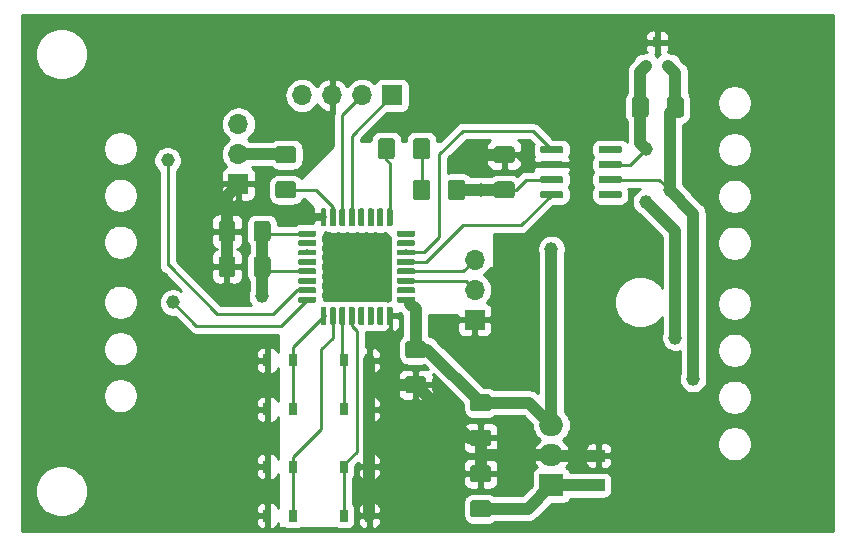
<source format=gbr>
G04 #@! TF.GenerationSoftware,KiCad,Pcbnew,(5.1.4)-1*
G04 #@! TF.CreationDate,2020-02-18T17:55:52+09:00*
G04 #@! TF.ProjectId,QX20CTRLV2,51583230-4354-4524-9c56-322e6b696361,rev?*
G04 #@! TF.SameCoordinates,Original*
G04 #@! TF.FileFunction,Copper,L1,Top*
G04 #@! TF.FilePolarity,Positive*
%FSLAX46Y46*%
G04 Gerber Fmt 4.6, Leading zero omitted, Abs format (unit mm)*
G04 Created by KiCad (PCBNEW (5.1.4)-1) date 2020-02-18 17:55:52*
%MOMM*%
%LPD*%
G04 APERTURE LIST*
%ADD10C,0.250000*%
%ADD11C,0.600000*%
%ADD12R,0.800000X0.900000*%
%ADD13C,1.425000*%
%ADD14R,1.000000X1.000000*%
%ADD15R,1.700000X1.700000*%
%ADD16O,1.700000X1.700000*%
%ADD17R,0.650000X1.050000*%
%ADD18C,0.500000*%
%ADD19R,2.000000X1.905000*%
%ADD20O,2.000000X1.905000*%
%ADD21C,1.150000*%
%ADD22C,1.000000*%
%ADD23C,0.254000*%
G04 APERTURE END LIST*
D10*
G36*
X146364703Y-61795722D02*
G01*
X146379264Y-61797882D01*
X146393543Y-61801459D01*
X146407403Y-61806418D01*
X146420710Y-61812712D01*
X146433336Y-61820280D01*
X146445159Y-61829048D01*
X146456066Y-61838934D01*
X146465952Y-61849841D01*
X146474720Y-61861664D01*
X146482288Y-61874290D01*
X146488582Y-61887597D01*
X146493541Y-61901457D01*
X146497118Y-61915736D01*
X146499278Y-61930297D01*
X146500000Y-61945000D01*
X146500000Y-62245000D01*
X146499278Y-62259703D01*
X146497118Y-62274264D01*
X146493541Y-62288543D01*
X146488582Y-62302403D01*
X146482288Y-62315710D01*
X146474720Y-62328336D01*
X146465952Y-62340159D01*
X146456066Y-62351066D01*
X146445159Y-62360952D01*
X146433336Y-62369720D01*
X146420710Y-62377288D01*
X146407403Y-62383582D01*
X146393543Y-62388541D01*
X146379264Y-62392118D01*
X146364703Y-62394278D01*
X146350000Y-62395000D01*
X144700000Y-62395000D01*
X144685297Y-62394278D01*
X144670736Y-62392118D01*
X144656457Y-62388541D01*
X144642597Y-62383582D01*
X144629290Y-62377288D01*
X144616664Y-62369720D01*
X144604841Y-62360952D01*
X144593934Y-62351066D01*
X144584048Y-62340159D01*
X144575280Y-62328336D01*
X144567712Y-62315710D01*
X144561418Y-62302403D01*
X144556459Y-62288543D01*
X144552882Y-62274264D01*
X144550722Y-62259703D01*
X144550000Y-62245000D01*
X144550000Y-61945000D01*
X144550722Y-61930297D01*
X144552882Y-61915736D01*
X144556459Y-61901457D01*
X144561418Y-61887597D01*
X144567712Y-61874290D01*
X144575280Y-61861664D01*
X144584048Y-61849841D01*
X144593934Y-61838934D01*
X144604841Y-61829048D01*
X144616664Y-61820280D01*
X144629290Y-61812712D01*
X144642597Y-61806418D01*
X144656457Y-61801459D01*
X144670736Y-61797882D01*
X144685297Y-61795722D01*
X144700000Y-61795000D01*
X146350000Y-61795000D01*
X146364703Y-61795722D01*
X146364703Y-61795722D01*
G37*
D11*
X145525000Y-62095000D03*
D10*
G36*
X146364703Y-63065722D02*
G01*
X146379264Y-63067882D01*
X146393543Y-63071459D01*
X146407403Y-63076418D01*
X146420710Y-63082712D01*
X146433336Y-63090280D01*
X146445159Y-63099048D01*
X146456066Y-63108934D01*
X146465952Y-63119841D01*
X146474720Y-63131664D01*
X146482288Y-63144290D01*
X146488582Y-63157597D01*
X146493541Y-63171457D01*
X146497118Y-63185736D01*
X146499278Y-63200297D01*
X146500000Y-63215000D01*
X146500000Y-63515000D01*
X146499278Y-63529703D01*
X146497118Y-63544264D01*
X146493541Y-63558543D01*
X146488582Y-63572403D01*
X146482288Y-63585710D01*
X146474720Y-63598336D01*
X146465952Y-63610159D01*
X146456066Y-63621066D01*
X146445159Y-63630952D01*
X146433336Y-63639720D01*
X146420710Y-63647288D01*
X146407403Y-63653582D01*
X146393543Y-63658541D01*
X146379264Y-63662118D01*
X146364703Y-63664278D01*
X146350000Y-63665000D01*
X144700000Y-63665000D01*
X144685297Y-63664278D01*
X144670736Y-63662118D01*
X144656457Y-63658541D01*
X144642597Y-63653582D01*
X144629290Y-63647288D01*
X144616664Y-63639720D01*
X144604841Y-63630952D01*
X144593934Y-63621066D01*
X144584048Y-63610159D01*
X144575280Y-63598336D01*
X144567712Y-63585710D01*
X144561418Y-63572403D01*
X144556459Y-63558543D01*
X144552882Y-63544264D01*
X144550722Y-63529703D01*
X144550000Y-63515000D01*
X144550000Y-63215000D01*
X144550722Y-63200297D01*
X144552882Y-63185736D01*
X144556459Y-63171457D01*
X144561418Y-63157597D01*
X144567712Y-63144290D01*
X144575280Y-63131664D01*
X144584048Y-63119841D01*
X144593934Y-63108934D01*
X144604841Y-63099048D01*
X144616664Y-63090280D01*
X144629290Y-63082712D01*
X144642597Y-63076418D01*
X144656457Y-63071459D01*
X144670736Y-63067882D01*
X144685297Y-63065722D01*
X144700000Y-63065000D01*
X146350000Y-63065000D01*
X146364703Y-63065722D01*
X146364703Y-63065722D01*
G37*
D11*
X145525000Y-63365000D03*
D10*
G36*
X146364703Y-64335722D02*
G01*
X146379264Y-64337882D01*
X146393543Y-64341459D01*
X146407403Y-64346418D01*
X146420710Y-64352712D01*
X146433336Y-64360280D01*
X146445159Y-64369048D01*
X146456066Y-64378934D01*
X146465952Y-64389841D01*
X146474720Y-64401664D01*
X146482288Y-64414290D01*
X146488582Y-64427597D01*
X146493541Y-64441457D01*
X146497118Y-64455736D01*
X146499278Y-64470297D01*
X146500000Y-64485000D01*
X146500000Y-64785000D01*
X146499278Y-64799703D01*
X146497118Y-64814264D01*
X146493541Y-64828543D01*
X146488582Y-64842403D01*
X146482288Y-64855710D01*
X146474720Y-64868336D01*
X146465952Y-64880159D01*
X146456066Y-64891066D01*
X146445159Y-64900952D01*
X146433336Y-64909720D01*
X146420710Y-64917288D01*
X146407403Y-64923582D01*
X146393543Y-64928541D01*
X146379264Y-64932118D01*
X146364703Y-64934278D01*
X146350000Y-64935000D01*
X144700000Y-64935000D01*
X144685297Y-64934278D01*
X144670736Y-64932118D01*
X144656457Y-64928541D01*
X144642597Y-64923582D01*
X144629290Y-64917288D01*
X144616664Y-64909720D01*
X144604841Y-64900952D01*
X144593934Y-64891066D01*
X144584048Y-64880159D01*
X144575280Y-64868336D01*
X144567712Y-64855710D01*
X144561418Y-64842403D01*
X144556459Y-64828543D01*
X144552882Y-64814264D01*
X144550722Y-64799703D01*
X144550000Y-64785000D01*
X144550000Y-64485000D01*
X144550722Y-64470297D01*
X144552882Y-64455736D01*
X144556459Y-64441457D01*
X144561418Y-64427597D01*
X144567712Y-64414290D01*
X144575280Y-64401664D01*
X144584048Y-64389841D01*
X144593934Y-64378934D01*
X144604841Y-64369048D01*
X144616664Y-64360280D01*
X144629290Y-64352712D01*
X144642597Y-64346418D01*
X144656457Y-64341459D01*
X144670736Y-64337882D01*
X144685297Y-64335722D01*
X144700000Y-64335000D01*
X146350000Y-64335000D01*
X146364703Y-64335722D01*
X146364703Y-64335722D01*
G37*
D11*
X145525000Y-64635000D03*
D10*
G36*
X146364703Y-65605722D02*
G01*
X146379264Y-65607882D01*
X146393543Y-65611459D01*
X146407403Y-65616418D01*
X146420710Y-65622712D01*
X146433336Y-65630280D01*
X146445159Y-65639048D01*
X146456066Y-65648934D01*
X146465952Y-65659841D01*
X146474720Y-65671664D01*
X146482288Y-65684290D01*
X146488582Y-65697597D01*
X146493541Y-65711457D01*
X146497118Y-65725736D01*
X146499278Y-65740297D01*
X146500000Y-65755000D01*
X146500000Y-66055000D01*
X146499278Y-66069703D01*
X146497118Y-66084264D01*
X146493541Y-66098543D01*
X146488582Y-66112403D01*
X146482288Y-66125710D01*
X146474720Y-66138336D01*
X146465952Y-66150159D01*
X146456066Y-66161066D01*
X146445159Y-66170952D01*
X146433336Y-66179720D01*
X146420710Y-66187288D01*
X146407403Y-66193582D01*
X146393543Y-66198541D01*
X146379264Y-66202118D01*
X146364703Y-66204278D01*
X146350000Y-66205000D01*
X144700000Y-66205000D01*
X144685297Y-66204278D01*
X144670736Y-66202118D01*
X144656457Y-66198541D01*
X144642597Y-66193582D01*
X144629290Y-66187288D01*
X144616664Y-66179720D01*
X144604841Y-66170952D01*
X144593934Y-66161066D01*
X144584048Y-66150159D01*
X144575280Y-66138336D01*
X144567712Y-66125710D01*
X144561418Y-66112403D01*
X144556459Y-66098543D01*
X144552882Y-66084264D01*
X144550722Y-66069703D01*
X144550000Y-66055000D01*
X144550000Y-65755000D01*
X144550722Y-65740297D01*
X144552882Y-65725736D01*
X144556459Y-65711457D01*
X144561418Y-65697597D01*
X144567712Y-65684290D01*
X144575280Y-65671664D01*
X144584048Y-65659841D01*
X144593934Y-65648934D01*
X144604841Y-65639048D01*
X144616664Y-65630280D01*
X144629290Y-65622712D01*
X144642597Y-65616418D01*
X144656457Y-65611459D01*
X144670736Y-65607882D01*
X144685297Y-65605722D01*
X144700000Y-65605000D01*
X146350000Y-65605000D01*
X146364703Y-65605722D01*
X146364703Y-65605722D01*
G37*
D11*
X145525000Y-65905000D03*
D10*
G36*
X151314703Y-65605722D02*
G01*
X151329264Y-65607882D01*
X151343543Y-65611459D01*
X151357403Y-65616418D01*
X151370710Y-65622712D01*
X151383336Y-65630280D01*
X151395159Y-65639048D01*
X151406066Y-65648934D01*
X151415952Y-65659841D01*
X151424720Y-65671664D01*
X151432288Y-65684290D01*
X151438582Y-65697597D01*
X151443541Y-65711457D01*
X151447118Y-65725736D01*
X151449278Y-65740297D01*
X151450000Y-65755000D01*
X151450000Y-66055000D01*
X151449278Y-66069703D01*
X151447118Y-66084264D01*
X151443541Y-66098543D01*
X151438582Y-66112403D01*
X151432288Y-66125710D01*
X151424720Y-66138336D01*
X151415952Y-66150159D01*
X151406066Y-66161066D01*
X151395159Y-66170952D01*
X151383336Y-66179720D01*
X151370710Y-66187288D01*
X151357403Y-66193582D01*
X151343543Y-66198541D01*
X151329264Y-66202118D01*
X151314703Y-66204278D01*
X151300000Y-66205000D01*
X149650000Y-66205000D01*
X149635297Y-66204278D01*
X149620736Y-66202118D01*
X149606457Y-66198541D01*
X149592597Y-66193582D01*
X149579290Y-66187288D01*
X149566664Y-66179720D01*
X149554841Y-66170952D01*
X149543934Y-66161066D01*
X149534048Y-66150159D01*
X149525280Y-66138336D01*
X149517712Y-66125710D01*
X149511418Y-66112403D01*
X149506459Y-66098543D01*
X149502882Y-66084264D01*
X149500722Y-66069703D01*
X149500000Y-66055000D01*
X149500000Y-65755000D01*
X149500722Y-65740297D01*
X149502882Y-65725736D01*
X149506459Y-65711457D01*
X149511418Y-65697597D01*
X149517712Y-65684290D01*
X149525280Y-65671664D01*
X149534048Y-65659841D01*
X149543934Y-65648934D01*
X149554841Y-65639048D01*
X149566664Y-65630280D01*
X149579290Y-65622712D01*
X149592597Y-65616418D01*
X149606457Y-65611459D01*
X149620736Y-65607882D01*
X149635297Y-65605722D01*
X149650000Y-65605000D01*
X151300000Y-65605000D01*
X151314703Y-65605722D01*
X151314703Y-65605722D01*
G37*
D11*
X150475000Y-65905000D03*
D10*
G36*
X151314703Y-64335722D02*
G01*
X151329264Y-64337882D01*
X151343543Y-64341459D01*
X151357403Y-64346418D01*
X151370710Y-64352712D01*
X151383336Y-64360280D01*
X151395159Y-64369048D01*
X151406066Y-64378934D01*
X151415952Y-64389841D01*
X151424720Y-64401664D01*
X151432288Y-64414290D01*
X151438582Y-64427597D01*
X151443541Y-64441457D01*
X151447118Y-64455736D01*
X151449278Y-64470297D01*
X151450000Y-64485000D01*
X151450000Y-64785000D01*
X151449278Y-64799703D01*
X151447118Y-64814264D01*
X151443541Y-64828543D01*
X151438582Y-64842403D01*
X151432288Y-64855710D01*
X151424720Y-64868336D01*
X151415952Y-64880159D01*
X151406066Y-64891066D01*
X151395159Y-64900952D01*
X151383336Y-64909720D01*
X151370710Y-64917288D01*
X151357403Y-64923582D01*
X151343543Y-64928541D01*
X151329264Y-64932118D01*
X151314703Y-64934278D01*
X151300000Y-64935000D01*
X149650000Y-64935000D01*
X149635297Y-64934278D01*
X149620736Y-64932118D01*
X149606457Y-64928541D01*
X149592597Y-64923582D01*
X149579290Y-64917288D01*
X149566664Y-64909720D01*
X149554841Y-64900952D01*
X149543934Y-64891066D01*
X149534048Y-64880159D01*
X149525280Y-64868336D01*
X149517712Y-64855710D01*
X149511418Y-64842403D01*
X149506459Y-64828543D01*
X149502882Y-64814264D01*
X149500722Y-64799703D01*
X149500000Y-64785000D01*
X149500000Y-64485000D01*
X149500722Y-64470297D01*
X149502882Y-64455736D01*
X149506459Y-64441457D01*
X149511418Y-64427597D01*
X149517712Y-64414290D01*
X149525280Y-64401664D01*
X149534048Y-64389841D01*
X149543934Y-64378934D01*
X149554841Y-64369048D01*
X149566664Y-64360280D01*
X149579290Y-64352712D01*
X149592597Y-64346418D01*
X149606457Y-64341459D01*
X149620736Y-64337882D01*
X149635297Y-64335722D01*
X149650000Y-64335000D01*
X151300000Y-64335000D01*
X151314703Y-64335722D01*
X151314703Y-64335722D01*
G37*
D11*
X150475000Y-64635000D03*
D10*
G36*
X151314703Y-63065722D02*
G01*
X151329264Y-63067882D01*
X151343543Y-63071459D01*
X151357403Y-63076418D01*
X151370710Y-63082712D01*
X151383336Y-63090280D01*
X151395159Y-63099048D01*
X151406066Y-63108934D01*
X151415952Y-63119841D01*
X151424720Y-63131664D01*
X151432288Y-63144290D01*
X151438582Y-63157597D01*
X151443541Y-63171457D01*
X151447118Y-63185736D01*
X151449278Y-63200297D01*
X151450000Y-63215000D01*
X151450000Y-63515000D01*
X151449278Y-63529703D01*
X151447118Y-63544264D01*
X151443541Y-63558543D01*
X151438582Y-63572403D01*
X151432288Y-63585710D01*
X151424720Y-63598336D01*
X151415952Y-63610159D01*
X151406066Y-63621066D01*
X151395159Y-63630952D01*
X151383336Y-63639720D01*
X151370710Y-63647288D01*
X151357403Y-63653582D01*
X151343543Y-63658541D01*
X151329264Y-63662118D01*
X151314703Y-63664278D01*
X151300000Y-63665000D01*
X149650000Y-63665000D01*
X149635297Y-63664278D01*
X149620736Y-63662118D01*
X149606457Y-63658541D01*
X149592597Y-63653582D01*
X149579290Y-63647288D01*
X149566664Y-63639720D01*
X149554841Y-63630952D01*
X149543934Y-63621066D01*
X149534048Y-63610159D01*
X149525280Y-63598336D01*
X149517712Y-63585710D01*
X149511418Y-63572403D01*
X149506459Y-63558543D01*
X149502882Y-63544264D01*
X149500722Y-63529703D01*
X149500000Y-63515000D01*
X149500000Y-63215000D01*
X149500722Y-63200297D01*
X149502882Y-63185736D01*
X149506459Y-63171457D01*
X149511418Y-63157597D01*
X149517712Y-63144290D01*
X149525280Y-63131664D01*
X149534048Y-63119841D01*
X149543934Y-63108934D01*
X149554841Y-63099048D01*
X149566664Y-63090280D01*
X149579290Y-63082712D01*
X149592597Y-63076418D01*
X149606457Y-63071459D01*
X149620736Y-63067882D01*
X149635297Y-63065722D01*
X149650000Y-63065000D01*
X151300000Y-63065000D01*
X151314703Y-63065722D01*
X151314703Y-63065722D01*
G37*
D11*
X150475000Y-63365000D03*
D10*
G36*
X151314703Y-61795722D02*
G01*
X151329264Y-61797882D01*
X151343543Y-61801459D01*
X151357403Y-61806418D01*
X151370710Y-61812712D01*
X151383336Y-61820280D01*
X151395159Y-61829048D01*
X151406066Y-61838934D01*
X151415952Y-61849841D01*
X151424720Y-61861664D01*
X151432288Y-61874290D01*
X151438582Y-61887597D01*
X151443541Y-61901457D01*
X151447118Y-61915736D01*
X151449278Y-61930297D01*
X151450000Y-61945000D01*
X151450000Y-62245000D01*
X151449278Y-62259703D01*
X151447118Y-62274264D01*
X151443541Y-62288543D01*
X151438582Y-62302403D01*
X151432288Y-62315710D01*
X151424720Y-62328336D01*
X151415952Y-62340159D01*
X151406066Y-62351066D01*
X151395159Y-62360952D01*
X151383336Y-62369720D01*
X151370710Y-62377288D01*
X151357403Y-62383582D01*
X151343543Y-62388541D01*
X151329264Y-62392118D01*
X151314703Y-62394278D01*
X151300000Y-62395000D01*
X149650000Y-62395000D01*
X149635297Y-62394278D01*
X149620736Y-62392118D01*
X149606457Y-62388541D01*
X149592597Y-62383582D01*
X149579290Y-62377288D01*
X149566664Y-62369720D01*
X149554841Y-62360952D01*
X149543934Y-62351066D01*
X149534048Y-62340159D01*
X149525280Y-62328336D01*
X149517712Y-62315710D01*
X149511418Y-62302403D01*
X149506459Y-62288543D01*
X149502882Y-62274264D01*
X149500722Y-62259703D01*
X149500000Y-62245000D01*
X149500000Y-61945000D01*
X149500722Y-61930297D01*
X149502882Y-61915736D01*
X149506459Y-61901457D01*
X149511418Y-61887597D01*
X149517712Y-61874290D01*
X149525280Y-61861664D01*
X149534048Y-61849841D01*
X149543934Y-61838934D01*
X149554841Y-61829048D01*
X149566664Y-61820280D01*
X149579290Y-61812712D01*
X149592597Y-61806418D01*
X149606457Y-61801459D01*
X149620736Y-61797882D01*
X149635297Y-61795722D01*
X149650000Y-61795000D01*
X151300000Y-61795000D01*
X151314703Y-61795722D01*
X151314703Y-61795722D01*
G37*
D11*
X150475000Y-62095000D03*
D12*
X154450000Y-53000000D03*
X155400000Y-55000000D03*
X153500000Y-55000000D03*
D10*
G36*
X134987004Y-61126204D02*
G01*
X135011273Y-61129804D01*
X135035071Y-61135765D01*
X135058171Y-61144030D01*
X135080349Y-61154520D01*
X135101393Y-61167133D01*
X135121098Y-61181747D01*
X135139277Y-61198223D01*
X135155753Y-61216402D01*
X135170367Y-61236107D01*
X135182980Y-61257151D01*
X135193470Y-61279329D01*
X135201735Y-61302429D01*
X135207696Y-61326227D01*
X135211296Y-61350496D01*
X135212500Y-61375000D01*
X135212500Y-62625000D01*
X135211296Y-62649504D01*
X135207696Y-62673773D01*
X135201735Y-62697571D01*
X135193470Y-62720671D01*
X135182980Y-62742849D01*
X135170367Y-62763893D01*
X135155753Y-62783598D01*
X135139277Y-62801777D01*
X135121098Y-62818253D01*
X135101393Y-62832867D01*
X135080349Y-62845480D01*
X135058171Y-62855970D01*
X135035071Y-62864235D01*
X135011273Y-62870196D01*
X134987004Y-62873796D01*
X134962500Y-62875000D01*
X134037500Y-62875000D01*
X134012996Y-62873796D01*
X133988727Y-62870196D01*
X133964929Y-62864235D01*
X133941829Y-62855970D01*
X133919651Y-62845480D01*
X133898607Y-62832867D01*
X133878902Y-62818253D01*
X133860723Y-62801777D01*
X133844247Y-62783598D01*
X133829633Y-62763893D01*
X133817020Y-62742849D01*
X133806530Y-62720671D01*
X133798265Y-62697571D01*
X133792304Y-62673773D01*
X133788704Y-62649504D01*
X133787500Y-62625000D01*
X133787500Y-61375000D01*
X133788704Y-61350496D01*
X133792304Y-61326227D01*
X133798265Y-61302429D01*
X133806530Y-61279329D01*
X133817020Y-61257151D01*
X133829633Y-61236107D01*
X133844247Y-61216402D01*
X133860723Y-61198223D01*
X133878902Y-61181747D01*
X133898607Y-61167133D01*
X133919651Y-61154520D01*
X133941829Y-61144030D01*
X133964929Y-61135765D01*
X133988727Y-61129804D01*
X134012996Y-61126204D01*
X134037500Y-61125000D01*
X134962500Y-61125000D01*
X134987004Y-61126204D01*
X134987004Y-61126204D01*
G37*
D13*
X134500000Y-62000000D03*
D10*
G36*
X132012004Y-61126204D02*
G01*
X132036273Y-61129804D01*
X132060071Y-61135765D01*
X132083171Y-61144030D01*
X132105349Y-61154520D01*
X132126393Y-61167133D01*
X132146098Y-61181747D01*
X132164277Y-61198223D01*
X132180753Y-61216402D01*
X132195367Y-61236107D01*
X132207980Y-61257151D01*
X132218470Y-61279329D01*
X132226735Y-61302429D01*
X132232696Y-61326227D01*
X132236296Y-61350496D01*
X132237500Y-61375000D01*
X132237500Y-62625000D01*
X132236296Y-62649504D01*
X132232696Y-62673773D01*
X132226735Y-62697571D01*
X132218470Y-62720671D01*
X132207980Y-62742849D01*
X132195367Y-62763893D01*
X132180753Y-62783598D01*
X132164277Y-62801777D01*
X132146098Y-62818253D01*
X132126393Y-62832867D01*
X132105349Y-62845480D01*
X132083171Y-62855970D01*
X132060071Y-62864235D01*
X132036273Y-62870196D01*
X132012004Y-62873796D01*
X131987500Y-62875000D01*
X131062500Y-62875000D01*
X131037996Y-62873796D01*
X131013727Y-62870196D01*
X130989929Y-62864235D01*
X130966829Y-62855970D01*
X130944651Y-62845480D01*
X130923607Y-62832867D01*
X130903902Y-62818253D01*
X130885723Y-62801777D01*
X130869247Y-62783598D01*
X130854633Y-62763893D01*
X130842020Y-62742849D01*
X130831530Y-62720671D01*
X130823265Y-62697571D01*
X130817304Y-62673773D01*
X130813704Y-62649504D01*
X130812500Y-62625000D01*
X130812500Y-61375000D01*
X130813704Y-61350496D01*
X130817304Y-61326227D01*
X130823265Y-61302429D01*
X130831530Y-61279329D01*
X130842020Y-61257151D01*
X130854633Y-61236107D01*
X130869247Y-61216402D01*
X130885723Y-61198223D01*
X130903902Y-61181747D01*
X130923607Y-61167133D01*
X130944651Y-61154520D01*
X130966829Y-61144030D01*
X130989929Y-61135765D01*
X131013727Y-61129804D01*
X131037996Y-61126204D01*
X131062500Y-61125000D01*
X131987500Y-61125000D01*
X132012004Y-61126204D01*
X132012004Y-61126204D01*
G37*
D13*
X131525000Y-62000000D03*
D10*
G36*
X118512004Y-71126204D02*
G01*
X118536273Y-71129804D01*
X118560071Y-71135765D01*
X118583171Y-71144030D01*
X118605349Y-71154520D01*
X118626393Y-71167133D01*
X118646098Y-71181747D01*
X118664277Y-71198223D01*
X118680753Y-71216402D01*
X118695367Y-71236107D01*
X118707980Y-71257151D01*
X118718470Y-71279329D01*
X118726735Y-71302429D01*
X118732696Y-71326227D01*
X118736296Y-71350496D01*
X118737500Y-71375000D01*
X118737500Y-72625000D01*
X118736296Y-72649504D01*
X118732696Y-72673773D01*
X118726735Y-72697571D01*
X118718470Y-72720671D01*
X118707980Y-72742849D01*
X118695367Y-72763893D01*
X118680753Y-72783598D01*
X118664277Y-72801777D01*
X118646098Y-72818253D01*
X118626393Y-72832867D01*
X118605349Y-72845480D01*
X118583171Y-72855970D01*
X118560071Y-72864235D01*
X118536273Y-72870196D01*
X118512004Y-72873796D01*
X118487500Y-72875000D01*
X117562500Y-72875000D01*
X117537996Y-72873796D01*
X117513727Y-72870196D01*
X117489929Y-72864235D01*
X117466829Y-72855970D01*
X117444651Y-72845480D01*
X117423607Y-72832867D01*
X117403902Y-72818253D01*
X117385723Y-72801777D01*
X117369247Y-72783598D01*
X117354633Y-72763893D01*
X117342020Y-72742849D01*
X117331530Y-72720671D01*
X117323265Y-72697571D01*
X117317304Y-72673773D01*
X117313704Y-72649504D01*
X117312500Y-72625000D01*
X117312500Y-71375000D01*
X117313704Y-71350496D01*
X117317304Y-71326227D01*
X117323265Y-71302429D01*
X117331530Y-71279329D01*
X117342020Y-71257151D01*
X117354633Y-71236107D01*
X117369247Y-71216402D01*
X117385723Y-71198223D01*
X117403902Y-71181747D01*
X117423607Y-71167133D01*
X117444651Y-71154520D01*
X117466829Y-71144030D01*
X117489929Y-71135765D01*
X117513727Y-71129804D01*
X117537996Y-71126204D01*
X117562500Y-71125000D01*
X118487500Y-71125000D01*
X118512004Y-71126204D01*
X118512004Y-71126204D01*
G37*
D13*
X118025000Y-72000000D03*
D10*
G36*
X121487004Y-71126204D02*
G01*
X121511273Y-71129804D01*
X121535071Y-71135765D01*
X121558171Y-71144030D01*
X121580349Y-71154520D01*
X121601393Y-71167133D01*
X121621098Y-71181747D01*
X121639277Y-71198223D01*
X121655753Y-71216402D01*
X121670367Y-71236107D01*
X121682980Y-71257151D01*
X121693470Y-71279329D01*
X121701735Y-71302429D01*
X121707696Y-71326227D01*
X121711296Y-71350496D01*
X121712500Y-71375000D01*
X121712500Y-72625000D01*
X121711296Y-72649504D01*
X121707696Y-72673773D01*
X121701735Y-72697571D01*
X121693470Y-72720671D01*
X121682980Y-72742849D01*
X121670367Y-72763893D01*
X121655753Y-72783598D01*
X121639277Y-72801777D01*
X121621098Y-72818253D01*
X121601393Y-72832867D01*
X121580349Y-72845480D01*
X121558171Y-72855970D01*
X121535071Y-72864235D01*
X121511273Y-72870196D01*
X121487004Y-72873796D01*
X121462500Y-72875000D01*
X120537500Y-72875000D01*
X120512996Y-72873796D01*
X120488727Y-72870196D01*
X120464929Y-72864235D01*
X120441829Y-72855970D01*
X120419651Y-72845480D01*
X120398607Y-72832867D01*
X120378902Y-72818253D01*
X120360723Y-72801777D01*
X120344247Y-72783598D01*
X120329633Y-72763893D01*
X120317020Y-72742849D01*
X120306530Y-72720671D01*
X120298265Y-72697571D01*
X120292304Y-72673773D01*
X120288704Y-72649504D01*
X120287500Y-72625000D01*
X120287500Y-71375000D01*
X120288704Y-71350496D01*
X120292304Y-71326227D01*
X120298265Y-71302429D01*
X120306530Y-71279329D01*
X120317020Y-71257151D01*
X120329633Y-71236107D01*
X120344247Y-71216402D01*
X120360723Y-71198223D01*
X120378902Y-71181747D01*
X120398607Y-71167133D01*
X120419651Y-71154520D01*
X120441829Y-71144030D01*
X120464929Y-71135765D01*
X120488727Y-71129804D01*
X120512996Y-71126204D01*
X120537500Y-71125000D01*
X121462500Y-71125000D01*
X121487004Y-71126204D01*
X121487004Y-71126204D01*
G37*
D13*
X121000000Y-72000000D03*
D10*
G36*
X134649504Y-81288704D02*
G01*
X134673773Y-81292304D01*
X134697571Y-81298265D01*
X134720671Y-81306530D01*
X134742849Y-81317020D01*
X134763893Y-81329633D01*
X134783598Y-81344247D01*
X134801777Y-81360723D01*
X134818253Y-81378902D01*
X134832867Y-81398607D01*
X134845480Y-81419651D01*
X134855970Y-81441829D01*
X134864235Y-81464929D01*
X134870196Y-81488727D01*
X134873796Y-81512996D01*
X134875000Y-81537500D01*
X134875000Y-82462500D01*
X134873796Y-82487004D01*
X134870196Y-82511273D01*
X134864235Y-82535071D01*
X134855970Y-82558171D01*
X134845480Y-82580349D01*
X134832867Y-82601393D01*
X134818253Y-82621098D01*
X134801777Y-82639277D01*
X134783598Y-82655753D01*
X134763893Y-82670367D01*
X134742849Y-82682980D01*
X134720671Y-82693470D01*
X134697571Y-82701735D01*
X134673773Y-82707696D01*
X134649504Y-82711296D01*
X134625000Y-82712500D01*
X133375000Y-82712500D01*
X133350496Y-82711296D01*
X133326227Y-82707696D01*
X133302429Y-82701735D01*
X133279329Y-82693470D01*
X133257151Y-82682980D01*
X133236107Y-82670367D01*
X133216402Y-82655753D01*
X133198223Y-82639277D01*
X133181747Y-82621098D01*
X133167133Y-82601393D01*
X133154520Y-82580349D01*
X133144030Y-82558171D01*
X133135765Y-82535071D01*
X133129804Y-82511273D01*
X133126204Y-82487004D01*
X133125000Y-82462500D01*
X133125000Y-81537500D01*
X133126204Y-81512996D01*
X133129804Y-81488727D01*
X133135765Y-81464929D01*
X133144030Y-81441829D01*
X133154520Y-81419651D01*
X133167133Y-81398607D01*
X133181747Y-81378902D01*
X133198223Y-81360723D01*
X133216402Y-81344247D01*
X133236107Y-81329633D01*
X133257151Y-81317020D01*
X133279329Y-81306530D01*
X133302429Y-81298265D01*
X133326227Y-81292304D01*
X133350496Y-81288704D01*
X133375000Y-81287500D01*
X134625000Y-81287500D01*
X134649504Y-81288704D01*
X134649504Y-81288704D01*
G37*
D13*
X134000000Y-82000000D03*
D10*
G36*
X134649504Y-78313704D02*
G01*
X134673773Y-78317304D01*
X134697571Y-78323265D01*
X134720671Y-78331530D01*
X134742849Y-78342020D01*
X134763893Y-78354633D01*
X134783598Y-78369247D01*
X134801777Y-78385723D01*
X134818253Y-78403902D01*
X134832867Y-78423607D01*
X134845480Y-78444651D01*
X134855970Y-78466829D01*
X134864235Y-78489929D01*
X134870196Y-78513727D01*
X134873796Y-78537996D01*
X134875000Y-78562500D01*
X134875000Y-79487500D01*
X134873796Y-79512004D01*
X134870196Y-79536273D01*
X134864235Y-79560071D01*
X134855970Y-79583171D01*
X134845480Y-79605349D01*
X134832867Y-79626393D01*
X134818253Y-79646098D01*
X134801777Y-79664277D01*
X134783598Y-79680753D01*
X134763893Y-79695367D01*
X134742849Y-79707980D01*
X134720671Y-79718470D01*
X134697571Y-79726735D01*
X134673773Y-79732696D01*
X134649504Y-79736296D01*
X134625000Y-79737500D01*
X133375000Y-79737500D01*
X133350496Y-79736296D01*
X133326227Y-79732696D01*
X133302429Y-79726735D01*
X133279329Y-79718470D01*
X133257151Y-79707980D01*
X133236107Y-79695367D01*
X133216402Y-79680753D01*
X133198223Y-79664277D01*
X133181747Y-79646098D01*
X133167133Y-79626393D01*
X133154520Y-79605349D01*
X133144030Y-79583171D01*
X133135765Y-79560071D01*
X133129804Y-79536273D01*
X133126204Y-79512004D01*
X133125000Y-79487500D01*
X133125000Y-78562500D01*
X133126204Y-78537996D01*
X133129804Y-78513727D01*
X133135765Y-78489929D01*
X133144030Y-78466829D01*
X133154520Y-78444651D01*
X133167133Y-78423607D01*
X133181747Y-78403902D01*
X133198223Y-78385723D01*
X133216402Y-78369247D01*
X133236107Y-78354633D01*
X133257151Y-78342020D01*
X133279329Y-78331530D01*
X133302429Y-78323265D01*
X133326227Y-78317304D01*
X133350496Y-78313704D01*
X133375000Y-78312500D01*
X134625000Y-78312500D01*
X134649504Y-78313704D01*
X134649504Y-78313704D01*
G37*
D13*
X134000000Y-79025000D03*
D10*
G36*
X121487004Y-68126204D02*
G01*
X121511273Y-68129804D01*
X121535071Y-68135765D01*
X121558171Y-68144030D01*
X121580349Y-68154520D01*
X121601393Y-68167133D01*
X121621098Y-68181747D01*
X121639277Y-68198223D01*
X121655753Y-68216402D01*
X121670367Y-68236107D01*
X121682980Y-68257151D01*
X121693470Y-68279329D01*
X121701735Y-68302429D01*
X121707696Y-68326227D01*
X121711296Y-68350496D01*
X121712500Y-68375000D01*
X121712500Y-69625000D01*
X121711296Y-69649504D01*
X121707696Y-69673773D01*
X121701735Y-69697571D01*
X121693470Y-69720671D01*
X121682980Y-69742849D01*
X121670367Y-69763893D01*
X121655753Y-69783598D01*
X121639277Y-69801777D01*
X121621098Y-69818253D01*
X121601393Y-69832867D01*
X121580349Y-69845480D01*
X121558171Y-69855970D01*
X121535071Y-69864235D01*
X121511273Y-69870196D01*
X121487004Y-69873796D01*
X121462500Y-69875000D01*
X120537500Y-69875000D01*
X120512996Y-69873796D01*
X120488727Y-69870196D01*
X120464929Y-69864235D01*
X120441829Y-69855970D01*
X120419651Y-69845480D01*
X120398607Y-69832867D01*
X120378902Y-69818253D01*
X120360723Y-69801777D01*
X120344247Y-69783598D01*
X120329633Y-69763893D01*
X120317020Y-69742849D01*
X120306530Y-69720671D01*
X120298265Y-69697571D01*
X120292304Y-69673773D01*
X120288704Y-69649504D01*
X120287500Y-69625000D01*
X120287500Y-68375000D01*
X120288704Y-68350496D01*
X120292304Y-68326227D01*
X120298265Y-68302429D01*
X120306530Y-68279329D01*
X120317020Y-68257151D01*
X120329633Y-68236107D01*
X120344247Y-68216402D01*
X120360723Y-68198223D01*
X120378902Y-68181747D01*
X120398607Y-68167133D01*
X120419651Y-68154520D01*
X120441829Y-68144030D01*
X120464929Y-68135765D01*
X120488727Y-68129804D01*
X120512996Y-68126204D01*
X120537500Y-68125000D01*
X121462500Y-68125000D01*
X121487004Y-68126204D01*
X121487004Y-68126204D01*
G37*
D13*
X121000000Y-69000000D03*
D10*
G36*
X118512004Y-68126204D02*
G01*
X118536273Y-68129804D01*
X118560071Y-68135765D01*
X118583171Y-68144030D01*
X118605349Y-68154520D01*
X118626393Y-68167133D01*
X118646098Y-68181747D01*
X118664277Y-68198223D01*
X118680753Y-68216402D01*
X118695367Y-68236107D01*
X118707980Y-68257151D01*
X118718470Y-68279329D01*
X118726735Y-68302429D01*
X118732696Y-68326227D01*
X118736296Y-68350496D01*
X118737500Y-68375000D01*
X118737500Y-69625000D01*
X118736296Y-69649504D01*
X118732696Y-69673773D01*
X118726735Y-69697571D01*
X118718470Y-69720671D01*
X118707980Y-69742849D01*
X118695367Y-69763893D01*
X118680753Y-69783598D01*
X118664277Y-69801777D01*
X118646098Y-69818253D01*
X118626393Y-69832867D01*
X118605349Y-69845480D01*
X118583171Y-69855970D01*
X118560071Y-69864235D01*
X118536273Y-69870196D01*
X118512004Y-69873796D01*
X118487500Y-69875000D01*
X117562500Y-69875000D01*
X117537996Y-69873796D01*
X117513727Y-69870196D01*
X117489929Y-69864235D01*
X117466829Y-69855970D01*
X117444651Y-69845480D01*
X117423607Y-69832867D01*
X117403902Y-69818253D01*
X117385723Y-69801777D01*
X117369247Y-69783598D01*
X117354633Y-69763893D01*
X117342020Y-69742849D01*
X117331530Y-69720671D01*
X117323265Y-69697571D01*
X117317304Y-69673773D01*
X117313704Y-69649504D01*
X117312500Y-69625000D01*
X117312500Y-68375000D01*
X117313704Y-68350496D01*
X117317304Y-68326227D01*
X117323265Y-68302429D01*
X117331530Y-68279329D01*
X117342020Y-68257151D01*
X117354633Y-68236107D01*
X117369247Y-68216402D01*
X117385723Y-68198223D01*
X117403902Y-68181747D01*
X117423607Y-68167133D01*
X117444651Y-68154520D01*
X117466829Y-68144030D01*
X117489929Y-68135765D01*
X117513727Y-68129804D01*
X117537996Y-68126204D01*
X117562500Y-68125000D01*
X118487500Y-68125000D01*
X118512004Y-68126204D01*
X118512004Y-68126204D01*
G37*
D13*
X118025000Y-69000000D03*
D10*
G36*
X140149504Y-88813704D02*
G01*
X140173773Y-88817304D01*
X140197571Y-88823265D01*
X140220671Y-88831530D01*
X140242849Y-88842020D01*
X140263893Y-88854633D01*
X140283598Y-88869247D01*
X140301777Y-88885723D01*
X140318253Y-88903902D01*
X140332867Y-88923607D01*
X140345480Y-88944651D01*
X140355970Y-88966829D01*
X140364235Y-88989929D01*
X140370196Y-89013727D01*
X140373796Y-89037996D01*
X140375000Y-89062500D01*
X140375000Y-89987500D01*
X140373796Y-90012004D01*
X140370196Y-90036273D01*
X140364235Y-90060071D01*
X140355970Y-90083171D01*
X140345480Y-90105349D01*
X140332867Y-90126393D01*
X140318253Y-90146098D01*
X140301777Y-90164277D01*
X140283598Y-90180753D01*
X140263893Y-90195367D01*
X140242849Y-90207980D01*
X140220671Y-90218470D01*
X140197571Y-90226735D01*
X140173773Y-90232696D01*
X140149504Y-90236296D01*
X140125000Y-90237500D01*
X138875000Y-90237500D01*
X138850496Y-90236296D01*
X138826227Y-90232696D01*
X138802429Y-90226735D01*
X138779329Y-90218470D01*
X138757151Y-90207980D01*
X138736107Y-90195367D01*
X138716402Y-90180753D01*
X138698223Y-90164277D01*
X138681747Y-90146098D01*
X138667133Y-90126393D01*
X138654520Y-90105349D01*
X138644030Y-90083171D01*
X138635765Y-90060071D01*
X138629804Y-90036273D01*
X138626204Y-90012004D01*
X138625000Y-89987500D01*
X138625000Y-89062500D01*
X138626204Y-89037996D01*
X138629804Y-89013727D01*
X138635765Y-88989929D01*
X138644030Y-88966829D01*
X138654520Y-88944651D01*
X138667133Y-88923607D01*
X138681747Y-88903902D01*
X138698223Y-88885723D01*
X138716402Y-88869247D01*
X138736107Y-88854633D01*
X138757151Y-88842020D01*
X138779329Y-88831530D01*
X138802429Y-88823265D01*
X138826227Y-88817304D01*
X138850496Y-88813704D01*
X138875000Y-88812500D01*
X140125000Y-88812500D01*
X140149504Y-88813704D01*
X140149504Y-88813704D01*
G37*
D13*
X139500000Y-89525000D03*
D10*
G36*
X140149504Y-91788704D02*
G01*
X140173773Y-91792304D01*
X140197571Y-91798265D01*
X140220671Y-91806530D01*
X140242849Y-91817020D01*
X140263893Y-91829633D01*
X140283598Y-91844247D01*
X140301777Y-91860723D01*
X140318253Y-91878902D01*
X140332867Y-91898607D01*
X140345480Y-91919651D01*
X140355970Y-91941829D01*
X140364235Y-91964929D01*
X140370196Y-91988727D01*
X140373796Y-92012996D01*
X140375000Y-92037500D01*
X140375000Y-92962500D01*
X140373796Y-92987004D01*
X140370196Y-93011273D01*
X140364235Y-93035071D01*
X140355970Y-93058171D01*
X140345480Y-93080349D01*
X140332867Y-93101393D01*
X140318253Y-93121098D01*
X140301777Y-93139277D01*
X140283598Y-93155753D01*
X140263893Y-93170367D01*
X140242849Y-93182980D01*
X140220671Y-93193470D01*
X140197571Y-93201735D01*
X140173773Y-93207696D01*
X140149504Y-93211296D01*
X140125000Y-93212500D01*
X138875000Y-93212500D01*
X138850496Y-93211296D01*
X138826227Y-93207696D01*
X138802429Y-93201735D01*
X138779329Y-93193470D01*
X138757151Y-93182980D01*
X138736107Y-93170367D01*
X138716402Y-93155753D01*
X138698223Y-93139277D01*
X138681747Y-93121098D01*
X138667133Y-93101393D01*
X138654520Y-93080349D01*
X138644030Y-93058171D01*
X138635765Y-93035071D01*
X138629804Y-93011273D01*
X138626204Y-92987004D01*
X138625000Y-92962500D01*
X138625000Y-92037500D01*
X138626204Y-92012996D01*
X138629804Y-91988727D01*
X138635765Y-91964929D01*
X138644030Y-91941829D01*
X138654520Y-91919651D01*
X138667133Y-91898607D01*
X138681747Y-91878902D01*
X138698223Y-91860723D01*
X138716402Y-91844247D01*
X138736107Y-91829633D01*
X138757151Y-91817020D01*
X138779329Y-91806530D01*
X138802429Y-91798265D01*
X138826227Y-91792304D01*
X138850496Y-91788704D01*
X138875000Y-91787500D01*
X140125000Y-91787500D01*
X140149504Y-91788704D01*
X140149504Y-91788704D01*
G37*
D13*
X139500000Y-92500000D03*
D10*
G36*
X142149504Y-61813704D02*
G01*
X142173773Y-61817304D01*
X142197571Y-61823265D01*
X142220671Y-61831530D01*
X142242849Y-61842020D01*
X142263893Y-61854633D01*
X142283598Y-61869247D01*
X142301777Y-61885723D01*
X142318253Y-61903902D01*
X142332867Y-61923607D01*
X142345480Y-61944651D01*
X142355970Y-61966829D01*
X142364235Y-61989929D01*
X142370196Y-62013727D01*
X142373796Y-62037996D01*
X142375000Y-62062500D01*
X142375000Y-62987500D01*
X142373796Y-63012004D01*
X142370196Y-63036273D01*
X142364235Y-63060071D01*
X142355970Y-63083171D01*
X142345480Y-63105349D01*
X142332867Y-63126393D01*
X142318253Y-63146098D01*
X142301777Y-63164277D01*
X142283598Y-63180753D01*
X142263893Y-63195367D01*
X142242849Y-63207980D01*
X142220671Y-63218470D01*
X142197571Y-63226735D01*
X142173773Y-63232696D01*
X142149504Y-63236296D01*
X142125000Y-63237500D01*
X140875000Y-63237500D01*
X140850496Y-63236296D01*
X140826227Y-63232696D01*
X140802429Y-63226735D01*
X140779329Y-63218470D01*
X140757151Y-63207980D01*
X140736107Y-63195367D01*
X140716402Y-63180753D01*
X140698223Y-63164277D01*
X140681747Y-63146098D01*
X140667133Y-63126393D01*
X140654520Y-63105349D01*
X140644030Y-63083171D01*
X140635765Y-63060071D01*
X140629804Y-63036273D01*
X140626204Y-63012004D01*
X140625000Y-62987500D01*
X140625000Y-62062500D01*
X140626204Y-62037996D01*
X140629804Y-62013727D01*
X140635765Y-61989929D01*
X140644030Y-61966829D01*
X140654520Y-61944651D01*
X140667133Y-61923607D01*
X140681747Y-61903902D01*
X140698223Y-61885723D01*
X140716402Y-61869247D01*
X140736107Y-61854633D01*
X140757151Y-61842020D01*
X140779329Y-61831530D01*
X140802429Y-61823265D01*
X140826227Y-61817304D01*
X140850496Y-61813704D01*
X140875000Y-61812500D01*
X142125000Y-61812500D01*
X142149504Y-61813704D01*
X142149504Y-61813704D01*
G37*
D13*
X141500000Y-62525000D03*
D10*
G36*
X142149504Y-64788704D02*
G01*
X142173773Y-64792304D01*
X142197571Y-64798265D01*
X142220671Y-64806530D01*
X142242849Y-64817020D01*
X142263893Y-64829633D01*
X142283598Y-64844247D01*
X142301777Y-64860723D01*
X142318253Y-64878902D01*
X142332867Y-64898607D01*
X142345480Y-64919651D01*
X142355970Y-64941829D01*
X142364235Y-64964929D01*
X142370196Y-64988727D01*
X142373796Y-65012996D01*
X142375000Y-65037500D01*
X142375000Y-65962500D01*
X142373796Y-65987004D01*
X142370196Y-66011273D01*
X142364235Y-66035071D01*
X142355970Y-66058171D01*
X142345480Y-66080349D01*
X142332867Y-66101393D01*
X142318253Y-66121098D01*
X142301777Y-66139277D01*
X142283598Y-66155753D01*
X142263893Y-66170367D01*
X142242849Y-66182980D01*
X142220671Y-66193470D01*
X142197571Y-66201735D01*
X142173773Y-66207696D01*
X142149504Y-66211296D01*
X142125000Y-66212500D01*
X140875000Y-66212500D01*
X140850496Y-66211296D01*
X140826227Y-66207696D01*
X140802429Y-66201735D01*
X140779329Y-66193470D01*
X140757151Y-66182980D01*
X140736107Y-66170367D01*
X140716402Y-66155753D01*
X140698223Y-66139277D01*
X140681747Y-66121098D01*
X140667133Y-66101393D01*
X140654520Y-66080349D01*
X140644030Y-66058171D01*
X140635765Y-66035071D01*
X140629804Y-66011273D01*
X140626204Y-65987004D01*
X140625000Y-65962500D01*
X140625000Y-65037500D01*
X140626204Y-65012996D01*
X140629804Y-64988727D01*
X140635765Y-64964929D01*
X140644030Y-64941829D01*
X140654520Y-64919651D01*
X140667133Y-64898607D01*
X140681747Y-64878902D01*
X140698223Y-64860723D01*
X140716402Y-64844247D01*
X140736107Y-64829633D01*
X140757151Y-64817020D01*
X140779329Y-64806530D01*
X140802429Y-64798265D01*
X140826227Y-64792304D01*
X140850496Y-64788704D01*
X140875000Y-64787500D01*
X142125000Y-64787500D01*
X142149504Y-64788704D01*
X142149504Y-64788704D01*
G37*
D13*
X141500000Y-65500000D03*
D10*
G36*
X140149504Y-82813704D02*
G01*
X140173773Y-82817304D01*
X140197571Y-82823265D01*
X140220671Y-82831530D01*
X140242849Y-82842020D01*
X140263893Y-82854633D01*
X140283598Y-82869247D01*
X140301777Y-82885723D01*
X140318253Y-82903902D01*
X140332867Y-82923607D01*
X140345480Y-82944651D01*
X140355970Y-82966829D01*
X140364235Y-82989929D01*
X140370196Y-83013727D01*
X140373796Y-83037996D01*
X140375000Y-83062500D01*
X140375000Y-83987500D01*
X140373796Y-84012004D01*
X140370196Y-84036273D01*
X140364235Y-84060071D01*
X140355970Y-84083171D01*
X140345480Y-84105349D01*
X140332867Y-84126393D01*
X140318253Y-84146098D01*
X140301777Y-84164277D01*
X140283598Y-84180753D01*
X140263893Y-84195367D01*
X140242849Y-84207980D01*
X140220671Y-84218470D01*
X140197571Y-84226735D01*
X140173773Y-84232696D01*
X140149504Y-84236296D01*
X140125000Y-84237500D01*
X138875000Y-84237500D01*
X138850496Y-84236296D01*
X138826227Y-84232696D01*
X138802429Y-84226735D01*
X138779329Y-84218470D01*
X138757151Y-84207980D01*
X138736107Y-84195367D01*
X138716402Y-84180753D01*
X138698223Y-84164277D01*
X138681747Y-84146098D01*
X138667133Y-84126393D01*
X138654520Y-84105349D01*
X138644030Y-84083171D01*
X138635765Y-84060071D01*
X138629804Y-84036273D01*
X138626204Y-84012004D01*
X138625000Y-83987500D01*
X138625000Y-83062500D01*
X138626204Y-83037996D01*
X138629804Y-83013727D01*
X138635765Y-82989929D01*
X138644030Y-82966829D01*
X138654520Y-82944651D01*
X138667133Y-82923607D01*
X138681747Y-82903902D01*
X138698223Y-82885723D01*
X138716402Y-82869247D01*
X138736107Y-82854633D01*
X138757151Y-82842020D01*
X138779329Y-82831530D01*
X138802429Y-82823265D01*
X138826227Y-82817304D01*
X138850496Y-82813704D01*
X138875000Y-82812500D01*
X140125000Y-82812500D01*
X140149504Y-82813704D01*
X140149504Y-82813704D01*
G37*
D13*
X139500000Y-83525000D03*
D10*
G36*
X140149504Y-85788704D02*
G01*
X140173773Y-85792304D01*
X140197571Y-85798265D01*
X140220671Y-85806530D01*
X140242849Y-85817020D01*
X140263893Y-85829633D01*
X140283598Y-85844247D01*
X140301777Y-85860723D01*
X140318253Y-85878902D01*
X140332867Y-85898607D01*
X140345480Y-85919651D01*
X140355970Y-85941829D01*
X140364235Y-85964929D01*
X140370196Y-85988727D01*
X140373796Y-86012996D01*
X140375000Y-86037500D01*
X140375000Y-86962500D01*
X140373796Y-86987004D01*
X140370196Y-87011273D01*
X140364235Y-87035071D01*
X140355970Y-87058171D01*
X140345480Y-87080349D01*
X140332867Y-87101393D01*
X140318253Y-87121098D01*
X140301777Y-87139277D01*
X140283598Y-87155753D01*
X140263893Y-87170367D01*
X140242849Y-87182980D01*
X140220671Y-87193470D01*
X140197571Y-87201735D01*
X140173773Y-87207696D01*
X140149504Y-87211296D01*
X140125000Y-87212500D01*
X138875000Y-87212500D01*
X138850496Y-87211296D01*
X138826227Y-87207696D01*
X138802429Y-87201735D01*
X138779329Y-87193470D01*
X138757151Y-87182980D01*
X138736107Y-87170367D01*
X138716402Y-87155753D01*
X138698223Y-87139277D01*
X138681747Y-87121098D01*
X138667133Y-87101393D01*
X138654520Y-87080349D01*
X138644030Y-87058171D01*
X138635765Y-87035071D01*
X138629804Y-87011273D01*
X138626204Y-86987004D01*
X138625000Y-86962500D01*
X138625000Y-86037500D01*
X138626204Y-86012996D01*
X138629804Y-85988727D01*
X138635765Y-85964929D01*
X138644030Y-85941829D01*
X138654520Y-85919651D01*
X138667133Y-85898607D01*
X138681747Y-85878902D01*
X138698223Y-85860723D01*
X138716402Y-85844247D01*
X138736107Y-85829633D01*
X138757151Y-85817020D01*
X138779329Y-85806530D01*
X138802429Y-85798265D01*
X138826227Y-85792304D01*
X138850496Y-85788704D01*
X138875000Y-85787500D01*
X140125000Y-85787500D01*
X140149504Y-85788704D01*
X140149504Y-85788704D01*
G37*
D13*
X139500000Y-86500000D03*
D14*
X149500000Y-90500000D03*
X149500000Y-88000000D03*
D10*
G36*
X137962004Y-64626204D02*
G01*
X137986273Y-64629804D01*
X138010071Y-64635765D01*
X138033171Y-64644030D01*
X138055349Y-64654520D01*
X138076393Y-64667133D01*
X138096098Y-64681747D01*
X138114277Y-64698223D01*
X138130753Y-64716402D01*
X138145367Y-64736107D01*
X138157980Y-64757151D01*
X138168470Y-64779329D01*
X138176735Y-64802429D01*
X138182696Y-64826227D01*
X138186296Y-64850496D01*
X138187500Y-64875000D01*
X138187500Y-66125000D01*
X138186296Y-66149504D01*
X138182696Y-66173773D01*
X138176735Y-66197571D01*
X138168470Y-66220671D01*
X138157980Y-66242849D01*
X138145367Y-66263893D01*
X138130753Y-66283598D01*
X138114277Y-66301777D01*
X138096098Y-66318253D01*
X138076393Y-66332867D01*
X138055349Y-66345480D01*
X138033171Y-66355970D01*
X138010071Y-66364235D01*
X137986273Y-66370196D01*
X137962004Y-66373796D01*
X137937500Y-66375000D01*
X137012500Y-66375000D01*
X136987996Y-66373796D01*
X136963727Y-66370196D01*
X136939929Y-66364235D01*
X136916829Y-66355970D01*
X136894651Y-66345480D01*
X136873607Y-66332867D01*
X136853902Y-66318253D01*
X136835723Y-66301777D01*
X136819247Y-66283598D01*
X136804633Y-66263893D01*
X136792020Y-66242849D01*
X136781530Y-66220671D01*
X136773265Y-66197571D01*
X136767304Y-66173773D01*
X136763704Y-66149504D01*
X136762500Y-66125000D01*
X136762500Y-64875000D01*
X136763704Y-64850496D01*
X136767304Y-64826227D01*
X136773265Y-64802429D01*
X136781530Y-64779329D01*
X136792020Y-64757151D01*
X136804633Y-64736107D01*
X136819247Y-64716402D01*
X136835723Y-64698223D01*
X136853902Y-64681747D01*
X136873607Y-64667133D01*
X136894651Y-64654520D01*
X136916829Y-64644030D01*
X136939929Y-64635765D01*
X136963727Y-64629804D01*
X136987996Y-64626204D01*
X137012500Y-64625000D01*
X137937500Y-64625000D01*
X137962004Y-64626204D01*
X137962004Y-64626204D01*
G37*
D13*
X137475000Y-65500000D03*
D10*
G36*
X134987004Y-64626204D02*
G01*
X135011273Y-64629804D01*
X135035071Y-64635765D01*
X135058171Y-64644030D01*
X135080349Y-64654520D01*
X135101393Y-64667133D01*
X135121098Y-64681747D01*
X135139277Y-64698223D01*
X135155753Y-64716402D01*
X135170367Y-64736107D01*
X135182980Y-64757151D01*
X135193470Y-64779329D01*
X135201735Y-64802429D01*
X135207696Y-64826227D01*
X135211296Y-64850496D01*
X135212500Y-64875000D01*
X135212500Y-66125000D01*
X135211296Y-66149504D01*
X135207696Y-66173773D01*
X135201735Y-66197571D01*
X135193470Y-66220671D01*
X135182980Y-66242849D01*
X135170367Y-66263893D01*
X135155753Y-66283598D01*
X135139277Y-66301777D01*
X135121098Y-66318253D01*
X135101393Y-66332867D01*
X135080349Y-66345480D01*
X135058171Y-66355970D01*
X135035071Y-66364235D01*
X135011273Y-66370196D01*
X134987004Y-66373796D01*
X134962500Y-66375000D01*
X134037500Y-66375000D01*
X134012996Y-66373796D01*
X133988727Y-66370196D01*
X133964929Y-66364235D01*
X133941829Y-66355970D01*
X133919651Y-66345480D01*
X133898607Y-66332867D01*
X133878902Y-66318253D01*
X133860723Y-66301777D01*
X133844247Y-66283598D01*
X133829633Y-66263893D01*
X133817020Y-66242849D01*
X133806530Y-66220671D01*
X133798265Y-66197571D01*
X133792304Y-66173773D01*
X133788704Y-66149504D01*
X133787500Y-66125000D01*
X133787500Y-64875000D01*
X133788704Y-64850496D01*
X133792304Y-64826227D01*
X133798265Y-64802429D01*
X133806530Y-64779329D01*
X133817020Y-64757151D01*
X133829633Y-64736107D01*
X133844247Y-64716402D01*
X133860723Y-64698223D01*
X133878902Y-64681747D01*
X133898607Y-64667133D01*
X133919651Y-64654520D01*
X133941829Y-64644030D01*
X133964929Y-64635765D01*
X133988727Y-64629804D01*
X134012996Y-64626204D01*
X134037500Y-64625000D01*
X134962500Y-64625000D01*
X134987004Y-64626204D01*
X134987004Y-64626204D01*
G37*
D13*
X134500000Y-65500000D03*
D15*
X139000000Y-76500000D03*
D16*
X139000000Y-73960000D03*
X139000000Y-71420000D03*
D15*
X132000000Y-57500000D03*
D16*
X129460000Y-57500000D03*
X126920000Y-57500000D03*
X124380000Y-57500000D03*
D10*
G36*
X123649504Y-61801204D02*
G01*
X123673773Y-61804804D01*
X123697571Y-61810765D01*
X123720671Y-61819030D01*
X123742849Y-61829520D01*
X123763893Y-61842133D01*
X123783598Y-61856747D01*
X123801777Y-61873223D01*
X123818253Y-61891402D01*
X123832867Y-61911107D01*
X123845480Y-61932151D01*
X123855970Y-61954329D01*
X123864235Y-61977429D01*
X123870196Y-62001227D01*
X123873796Y-62025496D01*
X123875000Y-62050000D01*
X123875000Y-62975000D01*
X123873796Y-62999504D01*
X123870196Y-63023773D01*
X123864235Y-63047571D01*
X123855970Y-63070671D01*
X123845480Y-63092849D01*
X123832867Y-63113893D01*
X123818253Y-63133598D01*
X123801777Y-63151777D01*
X123783598Y-63168253D01*
X123763893Y-63182867D01*
X123742849Y-63195480D01*
X123720671Y-63205970D01*
X123697571Y-63214235D01*
X123673773Y-63220196D01*
X123649504Y-63223796D01*
X123625000Y-63225000D01*
X122375000Y-63225000D01*
X122350496Y-63223796D01*
X122326227Y-63220196D01*
X122302429Y-63214235D01*
X122279329Y-63205970D01*
X122257151Y-63195480D01*
X122236107Y-63182867D01*
X122216402Y-63168253D01*
X122198223Y-63151777D01*
X122181747Y-63133598D01*
X122167133Y-63113893D01*
X122154520Y-63092849D01*
X122144030Y-63070671D01*
X122135765Y-63047571D01*
X122129804Y-63023773D01*
X122126204Y-62999504D01*
X122125000Y-62975000D01*
X122125000Y-62050000D01*
X122126204Y-62025496D01*
X122129804Y-62001227D01*
X122135765Y-61977429D01*
X122144030Y-61954329D01*
X122154520Y-61932151D01*
X122167133Y-61911107D01*
X122181747Y-61891402D01*
X122198223Y-61873223D01*
X122216402Y-61856747D01*
X122236107Y-61842133D01*
X122257151Y-61829520D01*
X122279329Y-61819030D01*
X122302429Y-61810765D01*
X122326227Y-61804804D01*
X122350496Y-61801204D01*
X122375000Y-61800000D01*
X123625000Y-61800000D01*
X123649504Y-61801204D01*
X123649504Y-61801204D01*
G37*
D13*
X123000000Y-62512500D03*
D10*
G36*
X123649504Y-64776204D02*
G01*
X123673773Y-64779804D01*
X123697571Y-64785765D01*
X123720671Y-64794030D01*
X123742849Y-64804520D01*
X123763893Y-64817133D01*
X123783598Y-64831747D01*
X123801777Y-64848223D01*
X123818253Y-64866402D01*
X123832867Y-64886107D01*
X123845480Y-64907151D01*
X123855970Y-64929329D01*
X123864235Y-64952429D01*
X123870196Y-64976227D01*
X123873796Y-65000496D01*
X123875000Y-65025000D01*
X123875000Y-65950000D01*
X123873796Y-65974504D01*
X123870196Y-65998773D01*
X123864235Y-66022571D01*
X123855970Y-66045671D01*
X123845480Y-66067849D01*
X123832867Y-66088893D01*
X123818253Y-66108598D01*
X123801777Y-66126777D01*
X123783598Y-66143253D01*
X123763893Y-66157867D01*
X123742849Y-66170480D01*
X123720671Y-66180970D01*
X123697571Y-66189235D01*
X123673773Y-66195196D01*
X123649504Y-66198796D01*
X123625000Y-66200000D01*
X122375000Y-66200000D01*
X122350496Y-66198796D01*
X122326227Y-66195196D01*
X122302429Y-66189235D01*
X122279329Y-66180970D01*
X122257151Y-66170480D01*
X122236107Y-66157867D01*
X122216402Y-66143253D01*
X122198223Y-66126777D01*
X122181747Y-66108598D01*
X122167133Y-66088893D01*
X122154520Y-66067849D01*
X122144030Y-66045671D01*
X122135765Y-66022571D01*
X122129804Y-65998773D01*
X122126204Y-65974504D01*
X122125000Y-65950000D01*
X122125000Y-65025000D01*
X122126204Y-65000496D01*
X122129804Y-64976227D01*
X122135765Y-64952429D01*
X122144030Y-64929329D01*
X122154520Y-64907151D01*
X122167133Y-64886107D01*
X122181747Y-64866402D01*
X122198223Y-64848223D01*
X122216402Y-64831747D01*
X122236107Y-64817133D01*
X122257151Y-64804520D01*
X122279329Y-64794030D01*
X122302429Y-64785765D01*
X122326227Y-64779804D01*
X122350496Y-64776204D01*
X122375000Y-64775000D01*
X123625000Y-64775000D01*
X123649504Y-64776204D01*
X123649504Y-64776204D01*
G37*
D13*
X123000000Y-65487500D03*
D10*
G36*
X153499504Y-57626204D02*
G01*
X153523773Y-57629804D01*
X153547571Y-57635765D01*
X153570671Y-57644030D01*
X153592849Y-57654520D01*
X153613893Y-57667133D01*
X153633598Y-57681747D01*
X153651777Y-57698223D01*
X153668253Y-57716402D01*
X153682867Y-57736107D01*
X153695480Y-57757151D01*
X153705970Y-57779329D01*
X153714235Y-57802429D01*
X153720196Y-57826227D01*
X153723796Y-57850496D01*
X153725000Y-57875000D01*
X153725000Y-59125000D01*
X153723796Y-59149504D01*
X153720196Y-59173773D01*
X153714235Y-59197571D01*
X153705970Y-59220671D01*
X153695480Y-59242849D01*
X153682867Y-59263893D01*
X153668253Y-59283598D01*
X153651777Y-59301777D01*
X153633598Y-59318253D01*
X153613893Y-59332867D01*
X153592849Y-59345480D01*
X153570671Y-59355970D01*
X153547571Y-59364235D01*
X153523773Y-59370196D01*
X153499504Y-59373796D01*
X153475000Y-59375000D01*
X152550000Y-59375000D01*
X152525496Y-59373796D01*
X152501227Y-59370196D01*
X152477429Y-59364235D01*
X152454329Y-59355970D01*
X152432151Y-59345480D01*
X152411107Y-59332867D01*
X152391402Y-59318253D01*
X152373223Y-59301777D01*
X152356747Y-59283598D01*
X152342133Y-59263893D01*
X152329520Y-59242849D01*
X152319030Y-59220671D01*
X152310765Y-59197571D01*
X152304804Y-59173773D01*
X152301204Y-59149504D01*
X152300000Y-59125000D01*
X152300000Y-57875000D01*
X152301204Y-57850496D01*
X152304804Y-57826227D01*
X152310765Y-57802429D01*
X152319030Y-57779329D01*
X152329520Y-57757151D01*
X152342133Y-57736107D01*
X152356747Y-57716402D01*
X152373223Y-57698223D01*
X152391402Y-57681747D01*
X152411107Y-57667133D01*
X152432151Y-57654520D01*
X152454329Y-57644030D01*
X152477429Y-57635765D01*
X152501227Y-57629804D01*
X152525496Y-57626204D01*
X152550000Y-57625000D01*
X153475000Y-57625000D01*
X153499504Y-57626204D01*
X153499504Y-57626204D01*
G37*
D13*
X153012500Y-58500000D03*
D10*
G36*
X156474504Y-57626204D02*
G01*
X156498773Y-57629804D01*
X156522571Y-57635765D01*
X156545671Y-57644030D01*
X156567849Y-57654520D01*
X156588893Y-57667133D01*
X156608598Y-57681747D01*
X156626777Y-57698223D01*
X156643253Y-57716402D01*
X156657867Y-57736107D01*
X156670480Y-57757151D01*
X156680970Y-57779329D01*
X156689235Y-57802429D01*
X156695196Y-57826227D01*
X156698796Y-57850496D01*
X156700000Y-57875000D01*
X156700000Y-59125000D01*
X156698796Y-59149504D01*
X156695196Y-59173773D01*
X156689235Y-59197571D01*
X156680970Y-59220671D01*
X156670480Y-59242849D01*
X156657867Y-59263893D01*
X156643253Y-59283598D01*
X156626777Y-59301777D01*
X156608598Y-59318253D01*
X156588893Y-59332867D01*
X156567849Y-59345480D01*
X156545671Y-59355970D01*
X156522571Y-59364235D01*
X156498773Y-59370196D01*
X156474504Y-59373796D01*
X156450000Y-59375000D01*
X155525000Y-59375000D01*
X155500496Y-59373796D01*
X155476227Y-59370196D01*
X155452429Y-59364235D01*
X155429329Y-59355970D01*
X155407151Y-59345480D01*
X155386107Y-59332867D01*
X155366402Y-59318253D01*
X155348223Y-59301777D01*
X155331747Y-59283598D01*
X155317133Y-59263893D01*
X155304520Y-59242849D01*
X155294030Y-59220671D01*
X155285765Y-59197571D01*
X155279804Y-59173773D01*
X155276204Y-59149504D01*
X155275000Y-59125000D01*
X155275000Y-57875000D01*
X155276204Y-57850496D01*
X155279804Y-57826227D01*
X155285765Y-57802429D01*
X155294030Y-57779329D01*
X155304520Y-57757151D01*
X155317133Y-57736107D01*
X155331747Y-57716402D01*
X155348223Y-57698223D01*
X155366402Y-57681747D01*
X155386107Y-57667133D01*
X155407151Y-57654520D01*
X155429329Y-57644030D01*
X155452429Y-57635765D01*
X155476227Y-57629804D01*
X155500496Y-57626204D01*
X155525000Y-57625000D01*
X156450000Y-57625000D01*
X156474504Y-57626204D01*
X156474504Y-57626204D01*
G37*
D13*
X155987500Y-58500000D03*
D15*
X119000000Y-65000000D03*
D16*
X119000000Y-62460000D03*
X119000000Y-59920000D03*
D17*
X123575000Y-79925000D03*
X123575000Y-84075000D03*
X121425000Y-79925000D03*
X121425000Y-84075000D03*
X121425000Y-93075000D03*
X121425000Y-88925000D03*
X123575000Y-93075000D03*
X123575000Y-88925000D03*
X127925000Y-84075000D03*
X127925000Y-79925000D03*
X130075000Y-84075000D03*
X130075000Y-79925000D03*
X130075000Y-88925000D03*
X130075000Y-93075000D03*
X127925000Y-88925000D03*
X127925000Y-93075000D03*
D10*
G36*
X125462252Y-68950602D02*
G01*
X125474386Y-68952402D01*
X125486286Y-68955382D01*
X125497835Y-68959515D01*
X125508925Y-68964760D01*
X125519446Y-68971066D01*
X125529299Y-68978374D01*
X125538388Y-68986612D01*
X125546626Y-68995701D01*
X125553934Y-69005554D01*
X125560240Y-69016075D01*
X125565485Y-69027165D01*
X125569618Y-69038714D01*
X125572598Y-69050614D01*
X125574398Y-69062748D01*
X125575000Y-69075000D01*
X125575000Y-69325000D01*
X125574398Y-69337252D01*
X125572598Y-69349386D01*
X125569618Y-69361286D01*
X125565485Y-69372835D01*
X125560240Y-69383925D01*
X125553934Y-69394446D01*
X125546626Y-69404299D01*
X125538388Y-69413388D01*
X125529299Y-69421626D01*
X125519446Y-69428934D01*
X125508925Y-69435240D01*
X125497835Y-69440485D01*
X125486286Y-69444618D01*
X125474386Y-69447598D01*
X125462252Y-69449398D01*
X125450000Y-69450000D01*
X124200000Y-69450000D01*
X124187748Y-69449398D01*
X124175614Y-69447598D01*
X124163714Y-69444618D01*
X124152165Y-69440485D01*
X124141075Y-69435240D01*
X124130554Y-69428934D01*
X124120701Y-69421626D01*
X124111612Y-69413388D01*
X124103374Y-69404299D01*
X124096066Y-69394446D01*
X124089760Y-69383925D01*
X124084515Y-69372835D01*
X124080382Y-69361286D01*
X124077402Y-69349386D01*
X124075602Y-69337252D01*
X124075000Y-69325000D01*
X124075000Y-69075000D01*
X124075602Y-69062748D01*
X124077402Y-69050614D01*
X124080382Y-69038714D01*
X124084515Y-69027165D01*
X124089760Y-69016075D01*
X124096066Y-69005554D01*
X124103374Y-68995701D01*
X124111612Y-68986612D01*
X124120701Y-68978374D01*
X124130554Y-68971066D01*
X124141075Y-68964760D01*
X124152165Y-68959515D01*
X124163714Y-68955382D01*
X124175614Y-68952402D01*
X124187748Y-68950602D01*
X124200000Y-68950000D01*
X125450000Y-68950000D01*
X125462252Y-68950602D01*
X125462252Y-68950602D01*
G37*
D18*
X124825000Y-69200000D03*
D10*
G36*
X125462252Y-69750602D02*
G01*
X125474386Y-69752402D01*
X125486286Y-69755382D01*
X125497835Y-69759515D01*
X125508925Y-69764760D01*
X125519446Y-69771066D01*
X125529299Y-69778374D01*
X125538388Y-69786612D01*
X125546626Y-69795701D01*
X125553934Y-69805554D01*
X125560240Y-69816075D01*
X125565485Y-69827165D01*
X125569618Y-69838714D01*
X125572598Y-69850614D01*
X125574398Y-69862748D01*
X125575000Y-69875000D01*
X125575000Y-70125000D01*
X125574398Y-70137252D01*
X125572598Y-70149386D01*
X125569618Y-70161286D01*
X125565485Y-70172835D01*
X125560240Y-70183925D01*
X125553934Y-70194446D01*
X125546626Y-70204299D01*
X125538388Y-70213388D01*
X125529299Y-70221626D01*
X125519446Y-70228934D01*
X125508925Y-70235240D01*
X125497835Y-70240485D01*
X125486286Y-70244618D01*
X125474386Y-70247598D01*
X125462252Y-70249398D01*
X125450000Y-70250000D01*
X124200000Y-70250000D01*
X124187748Y-70249398D01*
X124175614Y-70247598D01*
X124163714Y-70244618D01*
X124152165Y-70240485D01*
X124141075Y-70235240D01*
X124130554Y-70228934D01*
X124120701Y-70221626D01*
X124111612Y-70213388D01*
X124103374Y-70204299D01*
X124096066Y-70194446D01*
X124089760Y-70183925D01*
X124084515Y-70172835D01*
X124080382Y-70161286D01*
X124077402Y-70149386D01*
X124075602Y-70137252D01*
X124075000Y-70125000D01*
X124075000Y-69875000D01*
X124075602Y-69862748D01*
X124077402Y-69850614D01*
X124080382Y-69838714D01*
X124084515Y-69827165D01*
X124089760Y-69816075D01*
X124096066Y-69805554D01*
X124103374Y-69795701D01*
X124111612Y-69786612D01*
X124120701Y-69778374D01*
X124130554Y-69771066D01*
X124141075Y-69764760D01*
X124152165Y-69759515D01*
X124163714Y-69755382D01*
X124175614Y-69752402D01*
X124187748Y-69750602D01*
X124200000Y-69750000D01*
X125450000Y-69750000D01*
X125462252Y-69750602D01*
X125462252Y-69750602D01*
G37*
D18*
X124825000Y-70000000D03*
D10*
G36*
X125462252Y-70550602D02*
G01*
X125474386Y-70552402D01*
X125486286Y-70555382D01*
X125497835Y-70559515D01*
X125508925Y-70564760D01*
X125519446Y-70571066D01*
X125529299Y-70578374D01*
X125538388Y-70586612D01*
X125546626Y-70595701D01*
X125553934Y-70605554D01*
X125560240Y-70616075D01*
X125565485Y-70627165D01*
X125569618Y-70638714D01*
X125572598Y-70650614D01*
X125574398Y-70662748D01*
X125575000Y-70675000D01*
X125575000Y-70925000D01*
X125574398Y-70937252D01*
X125572598Y-70949386D01*
X125569618Y-70961286D01*
X125565485Y-70972835D01*
X125560240Y-70983925D01*
X125553934Y-70994446D01*
X125546626Y-71004299D01*
X125538388Y-71013388D01*
X125529299Y-71021626D01*
X125519446Y-71028934D01*
X125508925Y-71035240D01*
X125497835Y-71040485D01*
X125486286Y-71044618D01*
X125474386Y-71047598D01*
X125462252Y-71049398D01*
X125450000Y-71050000D01*
X124200000Y-71050000D01*
X124187748Y-71049398D01*
X124175614Y-71047598D01*
X124163714Y-71044618D01*
X124152165Y-71040485D01*
X124141075Y-71035240D01*
X124130554Y-71028934D01*
X124120701Y-71021626D01*
X124111612Y-71013388D01*
X124103374Y-71004299D01*
X124096066Y-70994446D01*
X124089760Y-70983925D01*
X124084515Y-70972835D01*
X124080382Y-70961286D01*
X124077402Y-70949386D01*
X124075602Y-70937252D01*
X124075000Y-70925000D01*
X124075000Y-70675000D01*
X124075602Y-70662748D01*
X124077402Y-70650614D01*
X124080382Y-70638714D01*
X124084515Y-70627165D01*
X124089760Y-70616075D01*
X124096066Y-70605554D01*
X124103374Y-70595701D01*
X124111612Y-70586612D01*
X124120701Y-70578374D01*
X124130554Y-70571066D01*
X124141075Y-70564760D01*
X124152165Y-70559515D01*
X124163714Y-70555382D01*
X124175614Y-70552402D01*
X124187748Y-70550602D01*
X124200000Y-70550000D01*
X125450000Y-70550000D01*
X125462252Y-70550602D01*
X125462252Y-70550602D01*
G37*
D18*
X124825000Y-70800000D03*
D10*
G36*
X125462252Y-71350602D02*
G01*
X125474386Y-71352402D01*
X125486286Y-71355382D01*
X125497835Y-71359515D01*
X125508925Y-71364760D01*
X125519446Y-71371066D01*
X125529299Y-71378374D01*
X125538388Y-71386612D01*
X125546626Y-71395701D01*
X125553934Y-71405554D01*
X125560240Y-71416075D01*
X125565485Y-71427165D01*
X125569618Y-71438714D01*
X125572598Y-71450614D01*
X125574398Y-71462748D01*
X125575000Y-71475000D01*
X125575000Y-71725000D01*
X125574398Y-71737252D01*
X125572598Y-71749386D01*
X125569618Y-71761286D01*
X125565485Y-71772835D01*
X125560240Y-71783925D01*
X125553934Y-71794446D01*
X125546626Y-71804299D01*
X125538388Y-71813388D01*
X125529299Y-71821626D01*
X125519446Y-71828934D01*
X125508925Y-71835240D01*
X125497835Y-71840485D01*
X125486286Y-71844618D01*
X125474386Y-71847598D01*
X125462252Y-71849398D01*
X125450000Y-71850000D01*
X124200000Y-71850000D01*
X124187748Y-71849398D01*
X124175614Y-71847598D01*
X124163714Y-71844618D01*
X124152165Y-71840485D01*
X124141075Y-71835240D01*
X124130554Y-71828934D01*
X124120701Y-71821626D01*
X124111612Y-71813388D01*
X124103374Y-71804299D01*
X124096066Y-71794446D01*
X124089760Y-71783925D01*
X124084515Y-71772835D01*
X124080382Y-71761286D01*
X124077402Y-71749386D01*
X124075602Y-71737252D01*
X124075000Y-71725000D01*
X124075000Y-71475000D01*
X124075602Y-71462748D01*
X124077402Y-71450614D01*
X124080382Y-71438714D01*
X124084515Y-71427165D01*
X124089760Y-71416075D01*
X124096066Y-71405554D01*
X124103374Y-71395701D01*
X124111612Y-71386612D01*
X124120701Y-71378374D01*
X124130554Y-71371066D01*
X124141075Y-71364760D01*
X124152165Y-71359515D01*
X124163714Y-71355382D01*
X124175614Y-71352402D01*
X124187748Y-71350602D01*
X124200000Y-71350000D01*
X125450000Y-71350000D01*
X125462252Y-71350602D01*
X125462252Y-71350602D01*
G37*
D18*
X124825000Y-71600000D03*
D10*
G36*
X125462252Y-72150602D02*
G01*
X125474386Y-72152402D01*
X125486286Y-72155382D01*
X125497835Y-72159515D01*
X125508925Y-72164760D01*
X125519446Y-72171066D01*
X125529299Y-72178374D01*
X125538388Y-72186612D01*
X125546626Y-72195701D01*
X125553934Y-72205554D01*
X125560240Y-72216075D01*
X125565485Y-72227165D01*
X125569618Y-72238714D01*
X125572598Y-72250614D01*
X125574398Y-72262748D01*
X125575000Y-72275000D01*
X125575000Y-72525000D01*
X125574398Y-72537252D01*
X125572598Y-72549386D01*
X125569618Y-72561286D01*
X125565485Y-72572835D01*
X125560240Y-72583925D01*
X125553934Y-72594446D01*
X125546626Y-72604299D01*
X125538388Y-72613388D01*
X125529299Y-72621626D01*
X125519446Y-72628934D01*
X125508925Y-72635240D01*
X125497835Y-72640485D01*
X125486286Y-72644618D01*
X125474386Y-72647598D01*
X125462252Y-72649398D01*
X125450000Y-72650000D01*
X124200000Y-72650000D01*
X124187748Y-72649398D01*
X124175614Y-72647598D01*
X124163714Y-72644618D01*
X124152165Y-72640485D01*
X124141075Y-72635240D01*
X124130554Y-72628934D01*
X124120701Y-72621626D01*
X124111612Y-72613388D01*
X124103374Y-72604299D01*
X124096066Y-72594446D01*
X124089760Y-72583925D01*
X124084515Y-72572835D01*
X124080382Y-72561286D01*
X124077402Y-72549386D01*
X124075602Y-72537252D01*
X124075000Y-72525000D01*
X124075000Y-72275000D01*
X124075602Y-72262748D01*
X124077402Y-72250614D01*
X124080382Y-72238714D01*
X124084515Y-72227165D01*
X124089760Y-72216075D01*
X124096066Y-72205554D01*
X124103374Y-72195701D01*
X124111612Y-72186612D01*
X124120701Y-72178374D01*
X124130554Y-72171066D01*
X124141075Y-72164760D01*
X124152165Y-72159515D01*
X124163714Y-72155382D01*
X124175614Y-72152402D01*
X124187748Y-72150602D01*
X124200000Y-72150000D01*
X125450000Y-72150000D01*
X125462252Y-72150602D01*
X125462252Y-72150602D01*
G37*
D18*
X124825000Y-72400000D03*
D10*
G36*
X125462252Y-72950602D02*
G01*
X125474386Y-72952402D01*
X125486286Y-72955382D01*
X125497835Y-72959515D01*
X125508925Y-72964760D01*
X125519446Y-72971066D01*
X125529299Y-72978374D01*
X125538388Y-72986612D01*
X125546626Y-72995701D01*
X125553934Y-73005554D01*
X125560240Y-73016075D01*
X125565485Y-73027165D01*
X125569618Y-73038714D01*
X125572598Y-73050614D01*
X125574398Y-73062748D01*
X125575000Y-73075000D01*
X125575000Y-73325000D01*
X125574398Y-73337252D01*
X125572598Y-73349386D01*
X125569618Y-73361286D01*
X125565485Y-73372835D01*
X125560240Y-73383925D01*
X125553934Y-73394446D01*
X125546626Y-73404299D01*
X125538388Y-73413388D01*
X125529299Y-73421626D01*
X125519446Y-73428934D01*
X125508925Y-73435240D01*
X125497835Y-73440485D01*
X125486286Y-73444618D01*
X125474386Y-73447598D01*
X125462252Y-73449398D01*
X125450000Y-73450000D01*
X124200000Y-73450000D01*
X124187748Y-73449398D01*
X124175614Y-73447598D01*
X124163714Y-73444618D01*
X124152165Y-73440485D01*
X124141075Y-73435240D01*
X124130554Y-73428934D01*
X124120701Y-73421626D01*
X124111612Y-73413388D01*
X124103374Y-73404299D01*
X124096066Y-73394446D01*
X124089760Y-73383925D01*
X124084515Y-73372835D01*
X124080382Y-73361286D01*
X124077402Y-73349386D01*
X124075602Y-73337252D01*
X124075000Y-73325000D01*
X124075000Y-73075000D01*
X124075602Y-73062748D01*
X124077402Y-73050614D01*
X124080382Y-73038714D01*
X124084515Y-73027165D01*
X124089760Y-73016075D01*
X124096066Y-73005554D01*
X124103374Y-72995701D01*
X124111612Y-72986612D01*
X124120701Y-72978374D01*
X124130554Y-72971066D01*
X124141075Y-72964760D01*
X124152165Y-72959515D01*
X124163714Y-72955382D01*
X124175614Y-72952402D01*
X124187748Y-72950602D01*
X124200000Y-72950000D01*
X125450000Y-72950000D01*
X125462252Y-72950602D01*
X125462252Y-72950602D01*
G37*
D18*
X124825000Y-73200000D03*
D10*
G36*
X125462252Y-73750602D02*
G01*
X125474386Y-73752402D01*
X125486286Y-73755382D01*
X125497835Y-73759515D01*
X125508925Y-73764760D01*
X125519446Y-73771066D01*
X125529299Y-73778374D01*
X125538388Y-73786612D01*
X125546626Y-73795701D01*
X125553934Y-73805554D01*
X125560240Y-73816075D01*
X125565485Y-73827165D01*
X125569618Y-73838714D01*
X125572598Y-73850614D01*
X125574398Y-73862748D01*
X125575000Y-73875000D01*
X125575000Y-74125000D01*
X125574398Y-74137252D01*
X125572598Y-74149386D01*
X125569618Y-74161286D01*
X125565485Y-74172835D01*
X125560240Y-74183925D01*
X125553934Y-74194446D01*
X125546626Y-74204299D01*
X125538388Y-74213388D01*
X125529299Y-74221626D01*
X125519446Y-74228934D01*
X125508925Y-74235240D01*
X125497835Y-74240485D01*
X125486286Y-74244618D01*
X125474386Y-74247598D01*
X125462252Y-74249398D01*
X125450000Y-74250000D01*
X124200000Y-74250000D01*
X124187748Y-74249398D01*
X124175614Y-74247598D01*
X124163714Y-74244618D01*
X124152165Y-74240485D01*
X124141075Y-74235240D01*
X124130554Y-74228934D01*
X124120701Y-74221626D01*
X124111612Y-74213388D01*
X124103374Y-74204299D01*
X124096066Y-74194446D01*
X124089760Y-74183925D01*
X124084515Y-74172835D01*
X124080382Y-74161286D01*
X124077402Y-74149386D01*
X124075602Y-74137252D01*
X124075000Y-74125000D01*
X124075000Y-73875000D01*
X124075602Y-73862748D01*
X124077402Y-73850614D01*
X124080382Y-73838714D01*
X124084515Y-73827165D01*
X124089760Y-73816075D01*
X124096066Y-73805554D01*
X124103374Y-73795701D01*
X124111612Y-73786612D01*
X124120701Y-73778374D01*
X124130554Y-73771066D01*
X124141075Y-73764760D01*
X124152165Y-73759515D01*
X124163714Y-73755382D01*
X124175614Y-73752402D01*
X124187748Y-73750602D01*
X124200000Y-73750000D01*
X125450000Y-73750000D01*
X125462252Y-73750602D01*
X125462252Y-73750602D01*
G37*
D18*
X124825000Y-74000000D03*
D10*
G36*
X125462252Y-74550602D02*
G01*
X125474386Y-74552402D01*
X125486286Y-74555382D01*
X125497835Y-74559515D01*
X125508925Y-74564760D01*
X125519446Y-74571066D01*
X125529299Y-74578374D01*
X125538388Y-74586612D01*
X125546626Y-74595701D01*
X125553934Y-74605554D01*
X125560240Y-74616075D01*
X125565485Y-74627165D01*
X125569618Y-74638714D01*
X125572598Y-74650614D01*
X125574398Y-74662748D01*
X125575000Y-74675000D01*
X125575000Y-74925000D01*
X125574398Y-74937252D01*
X125572598Y-74949386D01*
X125569618Y-74961286D01*
X125565485Y-74972835D01*
X125560240Y-74983925D01*
X125553934Y-74994446D01*
X125546626Y-75004299D01*
X125538388Y-75013388D01*
X125529299Y-75021626D01*
X125519446Y-75028934D01*
X125508925Y-75035240D01*
X125497835Y-75040485D01*
X125486286Y-75044618D01*
X125474386Y-75047598D01*
X125462252Y-75049398D01*
X125450000Y-75050000D01*
X124200000Y-75050000D01*
X124187748Y-75049398D01*
X124175614Y-75047598D01*
X124163714Y-75044618D01*
X124152165Y-75040485D01*
X124141075Y-75035240D01*
X124130554Y-75028934D01*
X124120701Y-75021626D01*
X124111612Y-75013388D01*
X124103374Y-75004299D01*
X124096066Y-74994446D01*
X124089760Y-74983925D01*
X124084515Y-74972835D01*
X124080382Y-74961286D01*
X124077402Y-74949386D01*
X124075602Y-74937252D01*
X124075000Y-74925000D01*
X124075000Y-74675000D01*
X124075602Y-74662748D01*
X124077402Y-74650614D01*
X124080382Y-74638714D01*
X124084515Y-74627165D01*
X124089760Y-74616075D01*
X124096066Y-74605554D01*
X124103374Y-74595701D01*
X124111612Y-74586612D01*
X124120701Y-74578374D01*
X124130554Y-74571066D01*
X124141075Y-74564760D01*
X124152165Y-74559515D01*
X124163714Y-74555382D01*
X124175614Y-74552402D01*
X124187748Y-74550602D01*
X124200000Y-74550000D01*
X125450000Y-74550000D01*
X125462252Y-74550602D01*
X125462252Y-74550602D01*
G37*
D18*
X124825000Y-74800000D03*
D10*
G36*
X126337252Y-75425602D02*
G01*
X126349386Y-75427402D01*
X126361286Y-75430382D01*
X126372835Y-75434515D01*
X126383925Y-75439760D01*
X126394446Y-75446066D01*
X126404299Y-75453374D01*
X126413388Y-75461612D01*
X126421626Y-75470701D01*
X126428934Y-75480554D01*
X126435240Y-75491075D01*
X126440485Y-75502165D01*
X126444618Y-75513714D01*
X126447598Y-75525614D01*
X126449398Y-75537748D01*
X126450000Y-75550000D01*
X126450000Y-76800000D01*
X126449398Y-76812252D01*
X126447598Y-76824386D01*
X126444618Y-76836286D01*
X126440485Y-76847835D01*
X126435240Y-76858925D01*
X126428934Y-76869446D01*
X126421626Y-76879299D01*
X126413388Y-76888388D01*
X126404299Y-76896626D01*
X126394446Y-76903934D01*
X126383925Y-76910240D01*
X126372835Y-76915485D01*
X126361286Y-76919618D01*
X126349386Y-76922598D01*
X126337252Y-76924398D01*
X126325000Y-76925000D01*
X126075000Y-76925000D01*
X126062748Y-76924398D01*
X126050614Y-76922598D01*
X126038714Y-76919618D01*
X126027165Y-76915485D01*
X126016075Y-76910240D01*
X126005554Y-76903934D01*
X125995701Y-76896626D01*
X125986612Y-76888388D01*
X125978374Y-76879299D01*
X125971066Y-76869446D01*
X125964760Y-76858925D01*
X125959515Y-76847835D01*
X125955382Y-76836286D01*
X125952402Y-76824386D01*
X125950602Y-76812252D01*
X125950000Y-76800000D01*
X125950000Y-75550000D01*
X125950602Y-75537748D01*
X125952402Y-75525614D01*
X125955382Y-75513714D01*
X125959515Y-75502165D01*
X125964760Y-75491075D01*
X125971066Y-75480554D01*
X125978374Y-75470701D01*
X125986612Y-75461612D01*
X125995701Y-75453374D01*
X126005554Y-75446066D01*
X126016075Y-75439760D01*
X126027165Y-75434515D01*
X126038714Y-75430382D01*
X126050614Y-75427402D01*
X126062748Y-75425602D01*
X126075000Y-75425000D01*
X126325000Y-75425000D01*
X126337252Y-75425602D01*
X126337252Y-75425602D01*
G37*
D18*
X126200000Y-76175000D03*
D10*
G36*
X127137252Y-75425602D02*
G01*
X127149386Y-75427402D01*
X127161286Y-75430382D01*
X127172835Y-75434515D01*
X127183925Y-75439760D01*
X127194446Y-75446066D01*
X127204299Y-75453374D01*
X127213388Y-75461612D01*
X127221626Y-75470701D01*
X127228934Y-75480554D01*
X127235240Y-75491075D01*
X127240485Y-75502165D01*
X127244618Y-75513714D01*
X127247598Y-75525614D01*
X127249398Y-75537748D01*
X127250000Y-75550000D01*
X127250000Y-76800000D01*
X127249398Y-76812252D01*
X127247598Y-76824386D01*
X127244618Y-76836286D01*
X127240485Y-76847835D01*
X127235240Y-76858925D01*
X127228934Y-76869446D01*
X127221626Y-76879299D01*
X127213388Y-76888388D01*
X127204299Y-76896626D01*
X127194446Y-76903934D01*
X127183925Y-76910240D01*
X127172835Y-76915485D01*
X127161286Y-76919618D01*
X127149386Y-76922598D01*
X127137252Y-76924398D01*
X127125000Y-76925000D01*
X126875000Y-76925000D01*
X126862748Y-76924398D01*
X126850614Y-76922598D01*
X126838714Y-76919618D01*
X126827165Y-76915485D01*
X126816075Y-76910240D01*
X126805554Y-76903934D01*
X126795701Y-76896626D01*
X126786612Y-76888388D01*
X126778374Y-76879299D01*
X126771066Y-76869446D01*
X126764760Y-76858925D01*
X126759515Y-76847835D01*
X126755382Y-76836286D01*
X126752402Y-76824386D01*
X126750602Y-76812252D01*
X126750000Y-76800000D01*
X126750000Y-75550000D01*
X126750602Y-75537748D01*
X126752402Y-75525614D01*
X126755382Y-75513714D01*
X126759515Y-75502165D01*
X126764760Y-75491075D01*
X126771066Y-75480554D01*
X126778374Y-75470701D01*
X126786612Y-75461612D01*
X126795701Y-75453374D01*
X126805554Y-75446066D01*
X126816075Y-75439760D01*
X126827165Y-75434515D01*
X126838714Y-75430382D01*
X126850614Y-75427402D01*
X126862748Y-75425602D01*
X126875000Y-75425000D01*
X127125000Y-75425000D01*
X127137252Y-75425602D01*
X127137252Y-75425602D01*
G37*
D18*
X127000000Y-76175000D03*
D10*
G36*
X127937252Y-75425602D02*
G01*
X127949386Y-75427402D01*
X127961286Y-75430382D01*
X127972835Y-75434515D01*
X127983925Y-75439760D01*
X127994446Y-75446066D01*
X128004299Y-75453374D01*
X128013388Y-75461612D01*
X128021626Y-75470701D01*
X128028934Y-75480554D01*
X128035240Y-75491075D01*
X128040485Y-75502165D01*
X128044618Y-75513714D01*
X128047598Y-75525614D01*
X128049398Y-75537748D01*
X128050000Y-75550000D01*
X128050000Y-76800000D01*
X128049398Y-76812252D01*
X128047598Y-76824386D01*
X128044618Y-76836286D01*
X128040485Y-76847835D01*
X128035240Y-76858925D01*
X128028934Y-76869446D01*
X128021626Y-76879299D01*
X128013388Y-76888388D01*
X128004299Y-76896626D01*
X127994446Y-76903934D01*
X127983925Y-76910240D01*
X127972835Y-76915485D01*
X127961286Y-76919618D01*
X127949386Y-76922598D01*
X127937252Y-76924398D01*
X127925000Y-76925000D01*
X127675000Y-76925000D01*
X127662748Y-76924398D01*
X127650614Y-76922598D01*
X127638714Y-76919618D01*
X127627165Y-76915485D01*
X127616075Y-76910240D01*
X127605554Y-76903934D01*
X127595701Y-76896626D01*
X127586612Y-76888388D01*
X127578374Y-76879299D01*
X127571066Y-76869446D01*
X127564760Y-76858925D01*
X127559515Y-76847835D01*
X127555382Y-76836286D01*
X127552402Y-76824386D01*
X127550602Y-76812252D01*
X127550000Y-76800000D01*
X127550000Y-75550000D01*
X127550602Y-75537748D01*
X127552402Y-75525614D01*
X127555382Y-75513714D01*
X127559515Y-75502165D01*
X127564760Y-75491075D01*
X127571066Y-75480554D01*
X127578374Y-75470701D01*
X127586612Y-75461612D01*
X127595701Y-75453374D01*
X127605554Y-75446066D01*
X127616075Y-75439760D01*
X127627165Y-75434515D01*
X127638714Y-75430382D01*
X127650614Y-75427402D01*
X127662748Y-75425602D01*
X127675000Y-75425000D01*
X127925000Y-75425000D01*
X127937252Y-75425602D01*
X127937252Y-75425602D01*
G37*
D18*
X127800000Y-76175000D03*
D10*
G36*
X128737252Y-75425602D02*
G01*
X128749386Y-75427402D01*
X128761286Y-75430382D01*
X128772835Y-75434515D01*
X128783925Y-75439760D01*
X128794446Y-75446066D01*
X128804299Y-75453374D01*
X128813388Y-75461612D01*
X128821626Y-75470701D01*
X128828934Y-75480554D01*
X128835240Y-75491075D01*
X128840485Y-75502165D01*
X128844618Y-75513714D01*
X128847598Y-75525614D01*
X128849398Y-75537748D01*
X128850000Y-75550000D01*
X128850000Y-76800000D01*
X128849398Y-76812252D01*
X128847598Y-76824386D01*
X128844618Y-76836286D01*
X128840485Y-76847835D01*
X128835240Y-76858925D01*
X128828934Y-76869446D01*
X128821626Y-76879299D01*
X128813388Y-76888388D01*
X128804299Y-76896626D01*
X128794446Y-76903934D01*
X128783925Y-76910240D01*
X128772835Y-76915485D01*
X128761286Y-76919618D01*
X128749386Y-76922598D01*
X128737252Y-76924398D01*
X128725000Y-76925000D01*
X128475000Y-76925000D01*
X128462748Y-76924398D01*
X128450614Y-76922598D01*
X128438714Y-76919618D01*
X128427165Y-76915485D01*
X128416075Y-76910240D01*
X128405554Y-76903934D01*
X128395701Y-76896626D01*
X128386612Y-76888388D01*
X128378374Y-76879299D01*
X128371066Y-76869446D01*
X128364760Y-76858925D01*
X128359515Y-76847835D01*
X128355382Y-76836286D01*
X128352402Y-76824386D01*
X128350602Y-76812252D01*
X128350000Y-76800000D01*
X128350000Y-75550000D01*
X128350602Y-75537748D01*
X128352402Y-75525614D01*
X128355382Y-75513714D01*
X128359515Y-75502165D01*
X128364760Y-75491075D01*
X128371066Y-75480554D01*
X128378374Y-75470701D01*
X128386612Y-75461612D01*
X128395701Y-75453374D01*
X128405554Y-75446066D01*
X128416075Y-75439760D01*
X128427165Y-75434515D01*
X128438714Y-75430382D01*
X128450614Y-75427402D01*
X128462748Y-75425602D01*
X128475000Y-75425000D01*
X128725000Y-75425000D01*
X128737252Y-75425602D01*
X128737252Y-75425602D01*
G37*
D18*
X128600000Y-76175000D03*
D10*
G36*
X129537252Y-75425602D02*
G01*
X129549386Y-75427402D01*
X129561286Y-75430382D01*
X129572835Y-75434515D01*
X129583925Y-75439760D01*
X129594446Y-75446066D01*
X129604299Y-75453374D01*
X129613388Y-75461612D01*
X129621626Y-75470701D01*
X129628934Y-75480554D01*
X129635240Y-75491075D01*
X129640485Y-75502165D01*
X129644618Y-75513714D01*
X129647598Y-75525614D01*
X129649398Y-75537748D01*
X129650000Y-75550000D01*
X129650000Y-76800000D01*
X129649398Y-76812252D01*
X129647598Y-76824386D01*
X129644618Y-76836286D01*
X129640485Y-76847835D01*
X129635240Y-76858925D01*
X129628934Y-76869446D01*
X129621626Y-76879299D01*
X129613388Y-76888388D01*
X129604299Y-76896626D01*
X129594446Y-76903934D01*
X129583925Y-76910240D01*
X129572835Y-76915485D01*
X129561286Y-76919618D01*
X129549386Y-76922598D01*
X129537252Y-76924398D01*
X129525000Y-76925000D01*
X129275000Y-76925000D01*
X129262748Y-76924398D01*
X129250614Y-76922598D01*
X129238714Y-76919618D01*
X129227165Y-76915485D01*
X129216075Y-76910240D01*
X129205554Y-76903934D01*
X129195701Y-76896626D01*
X129186612Y-76888388D01*
X129178374Y-76879299D01*
X129171066Y-76869446D01*
X129164760Y-76858925D01*
X129159515Y-76847835D01*
X129155382Y-76836286D01*
X129152402Y-76824386D01*
X129150602Y-76812252D01*
X129150000Y-76800000D01*
X129150000Y-75550000D01*
X129150602Y-75537748D01*
X129152402Y-75525614D01*
X129155382Y-75513714D01*
X129159515Y-75502165D01*
X129164760Y-75491075D01*
X129171066Y-75480554D01*
X129178374Y-75470701D01*
X129186612Y-75461612D01*
X129195701Y-75453374D01*
X129205554Y-75446066D01*
X129216075Y-75439760D01*
X129227165Y-75434515D01*
X129238714Y-75430382D01*
X129250614Y-75427402D01*
X129262748Y-75425602D01*
X129275000Y-75425000D01*
X129525000Y-75425000D01*
X129537252Y-75425602D01*
X129537252Y-75425602D01*
G37*
D18*
X129400000Y-76175000D03*
D10*
G36*
X130337252Y-75425602D02*
G01*
X130349386Y-75427402D01*
X130361286Y-75430382D01*
X130372835Y-75434515D01*
X130383925Y-75439760D01*
X130394446Y-75446066D01*
X130404299Y-75453374D01*
X130413388Y-75461612D01*
X130421626Y-75470701D01*
X130428934Y-75480554D01*
X130435240Y-75491075D01*
X130440485Y-75502165D01*
X130444618Y-75513714D01*
X130447598Y-75525614D01*
X130449398Y-75537748D01*
X130450000Y-75550000D01*
X130450000Y-76800000D01*
X130449398Y-76812252D01*
X130447598Y-76824386D01*
X130444618Y-76836286D01*
X130440485Y-76847835D01*
X130435240Y-76858925D01*
X130428934Y-76869446D01*
X130421626Y-76879299D01*
X130413388Y-76888388D01*
X130404299Y-76896626D01*
X130394446Y-76903934D01*
X130383925Y-76910240D01*
X130372835Y-76915485D01*
X130361286Y-76919618D01*
X130349386Y-76922598D01*
X130337252Y-76924398D01*
X130325000Y-76925000D01*
X130075000Y-76925000D01*
X130062748Y-76924398D01*
X130050614Y-76922598D01*
X130038714Y-76919618D01*
X130027165Y-76915485D01*
X130016075Y-76910240D01*
X130005554Y-76903934D01*
X129995701Y-76896626D01*
X129986612Y-76888388D01*
X129978374Y-76879299D01*
X129971066Y-76869446D01*
X129964760Y-76858925D01*
X129959515Y-76847835D01*
X129955382Y-76836286D01*
X129952402Y-76824386D01*
X129950602Y-76812252D01*
X129950000Y-76800000D01*
X129950000Y-75550000D01*
X129950602Y-75537748D01*
X129952402Y-75525614D01*
X129955382Y-75513714D01*
X129959515Y-75502165D01*
X129964760Y-75491075D01*
X129971066Y-75480554D01*
X129978374Y-75470701D01*
X129986612Y-75461612D01*
X129995701Y-75453374D01*
X130005554Y-75446066D01*
X130016075Y-75439760D01*
X130027165Y-75434515D01*
X130038714Y-75430382D01*
X130050614Y-75427402D01*
X130062748Y-75425602D01*
X130075000Y-75425000D01*
X130325000Y-75425000D01*
X130337252Y-75425602D01*
X130337252Y-75425602D01*
G37*
D18*
X130200000Y-76175000D03*
D10*
G36*
X131137252Y-75425602D02*
G01*
X131149386Y-75427402D01*
X131161286Y-75430382D01*
X131172835Y-75434515D01*
X131183925Y-75439760D01*
X131194446Y-75446066D01*
X131204299Y-75453374D01*
X131213388Y-75461612D01*
X131221626Y-75470701D01*
X131228934Y-75480554D01*
X131235240Y-75491075D01*
X131240485Y-75502165D01*
X131244618Y-75513714D01*
X131247598Y-75525614D01*
X131249398Y-75537748D01*
X131250000Y-75550000D01*
X131250000Y-76800000D01*
X131249398Y-76812252D01*
X131247598Y-76824386D01*
X131244618Y-76836286D01*
X131240485Y-76847835D01*
X131235240Y-76858925D01*
X131228934Y-76869446D01*
X131221626Y-76879299D01*
X131213388Y-76888388D01*
X131204299Y-76896626D01*
X131194446Y-76903934D01*
X131183925Y-76910240D01*
X131172835Y-76915485D01*
X131161286Y-76919618D01*
X131149386Y-76922598D01*
X131137252Y-76924398D01*
X131125000Y-76925000D01*
X130875000Y-76925000D01*
X130862748Y-76924398D01*
X130850614Y-76922598D01*
X130838714Y-76919618D01*
X130827165Y-76915485D01*
X130816075Y-76910240D01*
X130805554Y-76903934D01*
X130795701Y-76896626D01*
X130786612Y-76888388D01*
X130778374Y-76879299D01*
X130771066Y-76869446D01*
X130764760Y-76858925D01*
X130759515Y-76847835D01*
X130755382Y-76836286D01*
X130752402Y-76824386D01*
X130750602Y-76812252D01*
X130750000Y-76800000D01*
X130750000Y-75550000D01*
X130750602Y-75537748D01*
X130752402Y-75525614D01*
X130755382Y-75513714D01*
X130759515Y-75502165D01*
X130764760Y-75491075D01*
X130771066Y-75480554D01*
X130778374Y-75470701D01*
X130786612Y-75461612D01*
X130795701Y-75453374D01*
X130805554Y-75446066D01*
X130816075Y-75439760D01*
X130827165Y-75434515D01*
X130838714Y-75430382D01*
X130850614Y-75427402D01*
X130862748Y-75425602D01*
X130875000Y-75425000D01*
X131125000Y-75425000D01*
X131137252Y-75425602D01*
X131137252Y-75425602D01*
G37*
D18*
X131000000Y-76175000D03*
D10*
G36*
X131937252Y-75425602D02*
G01*
X131949386Y-75427402D01*
X131961286Y-75430382D01*
X131972835Y-75434515D01*
X131983925Y-75439760D01*
X131994446Y-75446066D01*
X132004299Y-75453374D01*
X132013388Y-75461612D01*
X132021626Y-75470701D01*
X132028934Y-75480554D01*
X132035240Y-75491075D01*
X132040485Y-75502165D01*
X132044618Y-75513714D01*
X132047598Y-75525614D01*
X132049398Y-75537748D01*
X132050000Y-75550000D01*
X132050000Y-76800000D01*
X132049398Y-76812252D01*
X132047598Y-76824386D01*
X132044618Y-76836286D01*
X132040485Y-76847835D01*
X132035240Y-76858925D01*
X132028934Y-76869446D01*
X132021626Y-76879299D01*
X132013388Y-76888388D01*
X132004299Y-76896626D01*
X131994446Y-76903934D01*
X131983925Y-76910240D01*
X131972835Y-76915485D01*
X131961286Y-76919618D01*
X131949386Y-76922598D01*
X131937252Y-76924398D01*
X131925000Y-76925000D01*
X131675000Y-76925000D01*
X131662748Y-76924398D01*
X131650614Y-76922598D01*
X131638714Y-76919618D01*
X131627165Y-76915485D01*
X131616075Y-76910240D01*
X131605554Y-76903934D01*
X131595701Y-76896626D01*
X131586612Y-76888388D01*
X131578374Y-76879299D01*
X131571066Y-76869446D01*
X131564760Y-76858925D01*
X131559515Y-76847835D01*
X131555382Y-76836286D01*
X131552402Y-76824386D01*
X131550602Y-76812252D01*
X131550000Y-76800000D01*
X131550000Y-75550000D01*
X131550602Y-75537748D01*
X131552402Y-75525614D01*
X131555382Y-75513714D01*
X131559515Y-75502165D01*
X131564760Y-75491075D01*
X131571066Y-75480554D01*
X131578374Y-75470701D01*
X131586612Y-75461612D01*
X131595701Y-75453374D01*
X131605554Y-75446066D01*
X131616075Y-75439760D01*
X131627165Y-75434515D01*
X131638714Y-75430382D01*
X131650614Y-75427402D01*
X131662748Y-75425602D01*
X131675000Y-75425000D01*
X131925000Y-75425000D01*
X131937252Y-75425602D01*
X131937252Y-75425602D01*
G37*
D18*
X131800000Y-76175000D03*
D10*
G36*
X133812252Y-74550602D02*
G01*
X133824386Y-74552402D01*
X133836286Y-74555382D01*
X133847835Y-74559515D01*
X133858925Y-74564760D01*
X133869446Y-74571066D01*
X133879299Y-74578374D01*
X133888388Y-74586612D01*
X133896626Y-74595701D01*
X133903934Y-74605554D01*
X133910240Y-74616075D01*
X133915485Y-74627165D01*
X133919618Y-74638714D01*
X133922598Y-74650614D01*
X133924398Y-74662748D01*
X133925000Y-74675000D01*
X133925000Y-74925000D01*
X133924398Y-74937252D01*
X133922598Y-74949386D01*
X133919618Y-74961286D01*
X133915485Y-74972835D01*
X133910240Y-74983925D01*
X133903934Y-74994446D01*
X133896626Y-75004299D01*
X133888388Y-75013388D01*
X133879299Y-75021626D01*
X133869446Y-75028934D01*
X133858925Y-75035240D01*
X133847835Y-75040485D01*
X133836286Y-75044618D01*
X133824386Y-75047598D01*
X133812252Y-75049398D01*
X133800000Y-75050000D01*
X132550000Y-75050000D01*
X132537748Y-75049398D01*
X132525614Y-75047598D01*
X132513714Y-75044618D01*
X132502165Y-75040485D01*
X132491075Y-75035240D01*
X132480554Y-75028934D01*
X132470701Y-75021626D01*
X132461612Y-75013388D01*
X132453374Y-75004299D01*
X132446066Y-74994446D01*
X132439760Y-74983925D01*
X132434515Y-74972835D01*
X132430382Y-74961286D01*
X132427402Y-74949386D01*
X132425602Y-74937252D01*
X132425000Y-74925000D01*
X132425000Y-74675000D01*
X132425602Y-74662748D01*
X132427402Y-74650614D01*
X132430382Y-74638714D01*
X132434515Y-74627165D01*
X132439760Y-74616075D01*
X132446066Y-74605554D01*
X132453374Y-74595701D01*
X132461612Y-74586612D01*
X132470701Y-74578374D01*
X132480554Y-74571066D01*
X132491075Y-74564760D01*
X132502165Y-74559515D01*
X132513714Y-74555382D01*
X132525614Y-74552402D01*
X132537748Y-74550602D01*
X132550000Y-74550000D01*
X133800000Y-74550000D01*
X133812252Y-74550602D01*
X133812252Y-74550602D01*
G37*
D18*
X133175000Y-74800000D03*
D10*
G36*
X133812252Y-73750602D02*
G01*
X133824386Y-73752402D01*
X133836286Y-73755382D01*
X133847835Y-73759515D01*
X133858925Y-73764760D01*
X133869446Y-73771066D01*
X133879299Y-73778374D01*
X133888388Y-73786612D01*
X133896626Y-73795701D01*
X133903934Y-73805554D01*
X133910240Y-73816075D01*
X133915485Y-73827165D01*
X133919618Y-73838714D01*
X133922598Y-73850614D01*
X133924398Y-73862748D01*
X133925000Y-73875000D01*
X133925000Y-74125000D01*
X133924398Y-74137252D01*
X133922598Y-74149386D01*
X133919618Y-74161286D01*
X133915485Y-74172835D01*
X133910240Y-74183925D01*
X133903934Y-74194446D01*
X133896626Y-74204299D01*
X133888388Y-74213388D01*
X133879299Y-74221626D01*
X133869446Y-74228934D01*
X133858925Y-74235240D01*
X133847835Y-74240485D01*
X133836286Y-74244618D01*
X133824386Y-74247598D01*
X133812252Y-74249398D01*
X133800000Y-74250000D01*
X132550000Y-74250000D01*
X132537748Y-74249398D01*
X132525614Y-74247598D01*
X132513714Y-74244618D01*
X132502165Y-74240485D01*
X132491075Y-74235240D01*
X132480554Y-74228934D01*
X132470701Y-74221626D01*
X132461612Y-74213388D01*
X132453374Y-74204299D01*
X132446066Y-74194446D01*
X132439760Y-74183925D01*
X132434515Y-74172835D01*
X132430382Y-74161286D01*
X132427402Y-74149386D01*
X132425602Y-74137252D01*
X132425000Y-74125000D01*
X132425000Y-73875000D01*
X132425602Y-73862748D01*
X132427402Y-73850614D01*
X132430382Y-73838714D01*
X132434515Y-73827165D01*
X132439760Y-73816075D01*
X132446066Y-73805554D01*
X132453374Y-73795701D01*
X132461612Y-73786612D01*
X132470701Y-73778374D01*
X132480554Y-73771066D01*
X132491075Y-73764760D01*
X132502165Y-73759515D01*
X132513714Y-73755382D01*
X132525614Y-73752402D01*
X132537748Y-73750602D01*
X132550000Y-73750000D01*
X133800000Y-73750000D01*
X133812252Y-73750602D01*
X133812252Y-73750602D01*
G37*
D18*
X133175000Y-74000000D03*
D10*
G36*
X133812252Y-72950602D02*
G01*
X133824386Y-72952402D01*
X133836286Y-72955382D01*
X133847835Y-72959515D01*
X133858925Y-72964760D01*
X133869446Y-72971066D01*
X133879299Y-72978374D01*
X133888388Y-72986612D01*
X133896626Y-72995701D01*
X133903934Y-73005554D01*
X133910240Y-73016075D01*
X133915485Y-73027165D01*
X133919618Y-73038714D01*
X133922598Y-73050614D01*
X133924398Y-73062748D01*
X133925000Y-73075000D01*
X133925000Y-73325000D01*
X133924398Y-73337252D01*
X133922598Y-73349386D01*
X133919618Y-73361286D01*
X133915485Y-73372835D01*
X133910240Y-73383925D01*
X133903934Y-73394446D01*
X133896626Y-73404299D01*
X133888388Y-73413388D01*
X133879299Y-73421626D01*
X133869446Y-73428934D01*
X133858925Y-73435240D01*
X133847835Y-73440485D01*
X133836286Y-73444618D01*
X133824386Y-73447598D01*
X133812252Y-73449398D01*
X133800000Y-73450000D01*
X132550000Y-73450000D01*
X132537748Y-73449398D01*
X132525614Y-73447598D01*
X132513714Y-73444618D01*
X132502165Y-73440485D01*
X132491075Y-73435240D01*
X132480554Y-73428934D01*
X132470701Y-73421626D01*
X132461612Y-73413388D01*
X132453374Y-73404299D01*
X132446066Y-73394446D01*
X132439760Y-73383925D01*
X132434515Y-73372835D01*
X132430382Y-73361286D01*
X132427402Y-73349386D01*
X132425602Y-73337252D01*
X132425000Y-73325000D01*
X132425000Y-73075000D01*
X132425602Y-73062748D01*
X132427402Y-73050614D01*
X132430382Y-73038714D01*
X132434515Y-73027165D01*
X132439760Y-73016075D01*
X132446066Y-73005554D01*
X132453374Y-72995701D01*
X132461612Y-72986612D01*
X132470701Y-72978374D01*
X132480554Y-72971066D01*
X132491075Y-72964760D01*
X132502165Y-72959515D01*
X132513714Y-72955382D01*
X132525614Y-72952402D01*
X132537748Y-72950602D01*
X132550000Y-72950000D01*
X133800000Y-72950000D01*
X133812252Y-72950602D01*
X133812252Y-72950602D01*
G37*
D18*
X133175000Y-73200000D03*
D10*
G36*
X133812252Y-72150602D02*
G01*
X133824386Y-72152402D01*
X133836286Y-72155382D01*
X133847835Y-72159515D01*
X133858925Y-72164760D01*
X133869446Y-72171066D01*
X133879299Y-72178374D01*
X133888388Y-72186612D01*
X133896626Y-72195701D01*
X133903934Y-72205554D01*
X133910240Y-72216075D01*
X133915485Y-72227165D01*
X133919618Y-72238714D01*
X133922598Y-72250614D01*
X133924398Y-72262748D01*
X133925000Y-72275000D01*
X133925000Y-72525000D01*
X133924398Y-72537252D01*
X133922598Y-72549386D01*
X133919618Y-72561286D01*
X133915485Y-72572835D01*
X133910240Y-72583925D01*
X133903934Y-72594446D01*
X133896626Y-72604299D01*
X133888388Y-72613388D01*
X133879299Y-72621626D01*
X133869446Y-72628934D01*
X133858925Y-72635240D01*
X133847835Y-72640485D01*
X133836286Y-72644618D01*
X133824386Y-72647598D01*
X133812252Y-72649398D01*
X133800000Y-72650000D01*
X132550000Y-72650000D01*
X132537748Y-72649398D01*
X132525614Y-72647598D01*
X132513714Y-72644618D01*
X132502165Y-72640485D01*
X132491075Y-72635240D01*
X132480554Y-72628934D01*
X132470701Y-72621626D01*
X132461612Y-72613388D01*
X132453374Y-72604299D01*
X132446066Y-72594446D01*
X132439760Y-72583925D01*
X132434515Y-72572835D01*
X132430382Y-72561286D01*
X132427402Y-72549386D01*
X132425602Y-72537252D01*
X132425000Y-72525000D01*
X132425000Y-72275000D01*
X132425602Y-72262748D01*
X132427402Y-72250614D01*
X132430382Y-72238714D01*
X132434515Y-72227165D01*
X132439760Y-72216075D01*
X132446066Y-72205554D01*
X132453374Y-72195701D01*
X132461612Y-72186612D01*
X132470701Y-72178374D01*
X132480554Y-72171066D01*
X132491075Y-72164760D01*
X132502165Y-72159515D01*
X132513714Y-72155382D01*
X132525614Y-72152402D01*
X132537748Y-72150602D01*
X132550000Y-72150000D01*
X133800000Y-72150000D01*
X133812252Y-72150602D01*
X133812252Y-72150602D01*
G37*
D18*
X133175000Y-72400000D03*
D10*
G36*
X133812252Y-71350602D02*
G01*
X133824386Y-71352402D01*
X133836286Y-71355382D01*
X133847835Y-71359515D01*
X133858925Y-71364760D01*
X133869446Y-71371066D01*
X133879299Y-71378374D01*
X133888388Y-71386612D01*
X133896626Y-71395701D01*
X133903934Y-71405554D01*
X133910240Y-71416075D01*
X133915485Y-71427165D01*
X133919618Y-71438714D01*
X133922598Y-71450614D01*
X133924398Y-71462748D01*
X133925000Y-71475000D01*
X133925000Y-71725000D01*
X133924398Y-71737252D01*
X133922598Y-71749386D01*
X133919618Y-71761286D01*
X133915485Y-71772835D01*
X133910240Y-71783925D01*
X133903934Y-71794446D01*
X133896626Y-71804299D01*
X133888388Y-71813388D01*
X133879299Y-71821626D01*
X133869446Y-71828934D01*
X133858925Y-71835240D01*
X133847835Y-71840485D01*
X133836286Y-71844618D01*
X133824386Y-71847598D01*
X133812252Y-71849398D01*
X133800000Y-71850000D01*
X132550000Y-71850000D01*
X132537748Y-71849398D01*
X132525614Y-71847598D01*
X132513714Y-71844618D01*
X132502165Y-71840485D01*
X132491075Y-71835240D01*
X132480554Y-71828934D01*
X132470701Y-71821626D01*
X132461612Y-71813388D01*
X132453374Y-71804299D01*
X132446066Y-71794446D01*
X132439760Y-71783925D01*
X132434515Y-71772835D01*
X132430382Y-71761286D01*
X132427402Y-71749386D01*
X132425602Y-71737252D01*
X132425000Y-71725000D01*
X132425000Y-71475000D01*
X132425602Y-71462748D01*
X132427402Y-71450614D01*
X132430382Y-71438714D01*
X132434515Y-71427165D01*
X132439760Y-71416075D01*
X132446066Y-71405554D01*
X132453374Y-71395701D01*
X132461612Y-71386612D01*
X132470701Y-71378374D01*
X132480554Y-71371066D01*
X132491075Y-71364760D01*
X132502165Y-71359515D01*
X132513714Y-71355382D01*
X132525614Y-71352402D01*
X132537748Y-71350602D01*
X132550000Y-71350000D01*
X133800000Y-71350000D01*
X133812252Y-71350602D01*
X133812252Y-71350602D01*
G37*
D18*
X133175000Y-71600000D03*
D10*
G36*
X133812252Y-70550602D02*
G01*
X133824386Y-70552402D01*
X133836286Y-70555382D01*
X133847835Y-70559515D01*
X133858925Y-70564760D01*
X133869446Y-70571066D01*
X133879299Y-70578374D01*
X133888388Y-70586612D01*
X133896626Y-70595701D01*
X133903934Y-70605554D01*
X133910240Y-70616075D01*
X133915485Y-70627165D01*
X133919618Y-70638714D01*
X133922598Y-70650614D01*
X133924398Y-70662748D01*
X133925000Y-70675000D01*
X133925000Y-70925000D01*
X133924398Y-70937252D01*
X133922598Y-70949386D01*
X133919618Y-70961286D01*
X133915485Y-70972835D01*
X133910240Y-70983925D01*
X133903934Y-70994446D01*
X133896626Y-71004299D01*
X133888388Y-71013388D01*
X133879299Y-71021626D01*
X133869446Y-71028934D01*
X133858925Y-71035240D01*
X133847835Y-71040485D01*
X133836286Y-71044618D01*
X133824386Y-71047598D01*
X133812252Y-71049398D01*
X133800000Y-71050000D01*
X132550000Y-71050000D01*
X132537748Y-71049398D01*
X132525614Y-71047598D01*
X132513714Y-71044618D01*
X132502165Y-71040485D01*
X132491075Y-71035240D01*
X132480554Y-71028934D01*
X132470701Y-71021626D01*
X132461612Y-71013388D01*
X132453374Y-71004299D01*
X132446066Y-70994446D01*
X132439760Y-70983925D01*
X132434515Y-70972835D01*
X132430382Y-70961286D01*
X132427402Y-70949386D01*
X132425602Y-70937252D01*
X132425000Y-70925000D01*
X132425000Y-70675000D01*
X132425602Y-70662748D01*
X132427402Y-70650614D01*
X132430382Y-70638714D01*
X132434515Y-70627165D01*
X132439760Y-70616075D01*
X132446066Y-70605554D01*
X132453374Y-70595701D01*
X132461612Y-70586612D01*
X132470701Y-70578374D01*
X132480554Y-70571066D01*
X132491075Y-70564760D01*
X132502165Y-70559515D01*
X132513714Y-70555382D01*
X132525614Y-70552402D01*
X132537748Y-70550602D01*
X132550000Y-70550000D01*
X133800000Y-70550000D01*
X133812252Y-70550602D01*
X133812252Y-70550602D01*
G37*
D18*
X133175000Y-70800000D03*
D10*
G36*
X133812252Y-69750602D02*
G01*
X133824386Y-69752402D01*
X133836286Y-69755382D01*
X133847835Y-69759515D01*
X133858925Y-69764760D01*
X133869446Y-69771066D01*
X133879299Y-69778374D01*
X133888388Y-69786612D01*
X133896626Y-69795701D01*
X133903934Y-69805554D01*
X133910240Y-69816075D01*
X133915485Y-69827165D01*
X133919618Y-69838714D01*
X133922598Y-69850614D01*
X133924398Y-69862748D01*
X133925000Y-69875000D01*
X133925000Y-70125000D01*
X133924398Y-70137252D01*
X133922598Y-70149386D01*
X133919618Y-70161286D01*
X133915485Y-70172835D01*
X133910240Y-70183925D01*
X133903934Y-70194446D01*
X133896626Y-70204299D01*
X133888388Y-70213388D01*
X133879299Y-70221626D01*
X133869446Y-70228934D01*
X133858925Y-70235240D01*
X133847835Y-70240485D01*
X133836286Y-70244618D01*
X133824386Y-70247598D01*
X133812252Y-70249398D01*
X133800000Y-70250000D01*
X132550000Y-70250000D01*
X132537748Y-70249398D01*
X132525614Y-70247598D01*
X132513714Y-70244618D01*
X132502165Y-70240485D01*
X132491075Y-70235240D01*
X132480554Y-70228934D01*
X132470701Y-70221626D01*
X132461612Y-70213388D01*
X132453374Y-70204299D01*
X132446066Y-70194446D01*
X132439760Y-70183925D01*
X132434515Y-70172835D01*
X132430382Y-70161286D01*
X132427402Y-70149386D01*
X132425602Y-70137252D01*
X132425000Y-70125000D01*
X132425000Y-69875000D01*
X132425602Y-69862748D01*
X132427402Y-69850614D01*
X132430382Y-69838714D01*
X132434515Y-69827165D01*
X132439760Y-69816075D01*
X132446066Y-69805554D01*
X132453374Y-69795701D01*
X132461612Y-69786612D01*
X132470701Y-69778374D01*
X132480554Y-69771066D01*
X132491075Y-69764760D01*
X132502165Y-69759515D01*
X132513714Y-69755382D01*
X132525614Y-69752402D01*
X132537748Y-69750602D01*
X132550000Y-69750000D01*
X133800000Y-69750000D01*
X133812252Y-69750602D01*
X133812252Y-69750602D01*
G37*
D18*
X133175000Y-70000000D03*
D10*
G36*
X133812252Y-68950602D02*
G01*
X133824386Y-68952402D01*
X133836286Y-68955382D01*
X133847835Y-68959515D01*
X133858925Y-68964760D01*
X133869446Y-68971066D01*
X133879299Y-68978374D01*
X133888388Y-68986612D01*
X133896626Y-68995701D01*
X133903934Y-69005554D01*
X133910240Y-69016075D01*
X133915485Y-69027165D01*
X133919618Y-69038714D01*
X133922598Y-69050614D01*
X133924398Y-69062748D01*
X133925000Y-69075000D01*
X133925000Y-69325000D01*
X133924398Y-69337252D01*
X133922598Y-69349386D01*
X133919618Y-69361286D01*
X133915485Y-69372835D01*
X133910240Y-69383925D01*
X133903934Y-69394446D01*
X133896626Y-69404299D01*
X133888388Y-69413388D01*
X133879299Y-69421626D01*
X133869446Y-69428934D01*
X133858925Y-69435240D01*
X133847835Y-69440485D01*
X133836286Y-69444618D01*
X133824386Y-69447598D01*
X133812252Y-69449398D01*
X133800000Y-69450000D01*
X132550000Y-69450000D01*
X132537748Y-69449398D01*
X132525614Y-69447598D01*
X132513714Y-69444618D01*
X132502165Y-69440485D01*
X132491075Y-69435240D01*
X132480554Y-69428934D01*
X132470701Y-69421626D01*
X132461612Y-69413388D01*
X132453374Y-69404299D01*
X132446066Y-69394446D01*
X132439760Y-69383925D01*
X132434515Y-69372835D01*
X132430382Y-69361286D01*
X132427402Y-69349386D01*
X132425602Y-69337252D01*
X132425000Y-69325000D01*
X132425000Y-69075000D01*
X132425602Y-69062748D01*
X132427402Y-69050614D01*
X132430382Y-69038714D01*
X132434515Y-69027165D01*
X132439760Y-69016075D01*
X132446066Y-69005554D01*
X132453374Y-68995701D01*
X132461612Y-68986612D01*
X132470701Y-68978374D01*
X132480554Y-68971066D01*
X132491075Y-68964760D01*
X132502165Y-68959515D01*
X132513714Y-68955382D01*
X132525614Y-68952402D01*
X132537748Y-68950602D01*
X132550000Y-68950000D01*
X133800000Y-68950000D01*
X133812252Y-68950602D01*
X133812252Y-68950602D01*
G37*
D18*
X133175000Y-69200000D03*
D10*
G36*
X131937252Y-67075602D02*
G01*
X131949386Y-67077402D01*
X131961286Y-67080382D01*
X131972835Y-67084515D01*
X131983925Y-67089760D01*
X131994446Y-67096066D01*
X132004299Y-67103374D01*
X132013388Y-67111612D01*
X132021626Y-67120701D01*
X132028934Y-67130554D01*
X132035240Y-67141075D01*
X132040485Y-67152165D01*
X132044618Y-67163714D01*
X132047598Y-67175614D01*
X132049398Y-67187748D01*
X132050000Y-67200000D01*
X132050000Y-68450000D01*
X132049398Y-68462252D01*
X132047598Y-68474386D01*
X132044618Y-68486286D01*
X132040485Y-68497835D01*
X132035240Y-68508925D01*
X132028934Y-68519446D01*
X132021626Y-68529299D01*
X132013388Y-68538388D01*
X132004299Y-68546626D01*
X131994446Y-68553934D01*
X131983925Y-68560240D01*
X131972835Y-68565485D01*
X131961286Y-68569618D01*
X131949386Y-68572598D01*
X131937252Y-68574398D01*
X131925000Y-68575000D01*
X131675000Y-68575000D01*
X131662748Y-68574398D01*
X131650614Y-68572598D01*
X131638714Y-68569618D01*
X131627165Y-68565485D01*
X131616075Y-68560240D01*
X131605554Y-68553934D01*
X131595701Y-68546626D01*
X131586612Y-68538388D01*
X131578374Y-68529299D01*
X131571066Y-68519446D01*
X131564760Y-68508925D01*
X131559515Y-68497835D01*
X131555382Y-68486286D01*
X131552402Y-68474386D01*
X131550602Y-68462252D01*
X131550000Y-68450000D01*
X131550000Y-67200000D01*
X131550602Y-67187748D01*
X131552402Y-67175614D01*
X131555382Y-67163714D01*
X131559515Y-67152165D01*
X131564760Y-67141075D01*
X131571066Y-67130554D01*
X131578374Y-67120701D01*
X131586612Y-67111612D01*
X131595701Y-67103374D01*
X131605554Y-67096066D01*
X131616075Y-67089760D01*
X131627165Y-67084515D01*
X131638714Y-67080382D01*
X131650614Y-67077402D01*
X131662748Y-67075602D01*
X131675000Y-67075000D01*
X131925000Y-67075000D01*
X131937252Y-67075602D01*
X131937252Y-67075602D01*
G37*
D18*
X131800000Y-67825000D03*
D10*
G36*
X131137252Y-67075602D02*
G01*
X131149386Y-67077402D01*
X131161286Y-67080382D01*
X131172835Y-67084515D01*
X131183925Y-67089760D01*
X131194446Y-67096066D01*
X131204299Y-67103374D01*
X131213388Y-67111612D01*
X131221626Y-67120701D01*
X131228934Y-67130554D01*
X131235240Y-67141075D01*
X131240485Y-67152165D01*
X131244618Y-67163714D01*
X131247598Y-67175614D01*
X131249398Y-67187748D01*
X131250000Y-67200000D01*
X131250000Y-68450000D01*
X131249398Y-68462252D01*
X131247598Y-68474386D01*
X131244618Y-68486286D01*
X131240485Y-68497835D01*
X131235240Y-68508925D01*
X131228934Y-68519446D01*
X131221626Y-68529299D01*
X131213388Y-68538388D01*
X131204299Y-68546626D01*
X131194446Y-68553934D01*
X131183925Y-68560240D01*
X131172835Y-68565485D01*
X131161286Y-68569618D01*
X131149386Y-68572598D01*
X131137252Y-68574398D01*
X131125000Y-68575000D01*
X130875000Y-68575000D01*
X130862748Y-68574398D01*
X130850614Y-68572598D01*
X130838714Y-68569618D01*
X130827165Y-68565485D01*
X130816075Y-68560240D01*
X130805554Y-68553934D01*
X130795701Y-68546626D01*
X130786612Y-68538388D01*
X130778374Y-68529299D01*
X130771066Y-68519446D01*
X130764760Y-68508925D01*
X130759515Y-68497835D01*
X130755382Y-68486286D01*
X130752402Y-68474386D01*
X130750602Y-68462252D01*
X130750000Y-68450000D01*
X130750000Y-67200000D01*
X130750602Y-67187748D01*
X130752402Y-67175614D01*
X130755382Y-67163714D01*
X130759515Y-67152165D01*
X130764760Y-67141075D01*
X130771066Y-67130554D01*
X130778374Y-67120701D01*
X130786612Y-67111612D01*
X130795701Y-67103374D01*
X130805554Y-67096066D01*
X130816075Y-67089760D01*
X130827165Y-67084515D01*
X130838714Y-67080382D01*
X130850614Y-67077402D01*
X130862748Y-67075602D01*
X130875000Y-67075000D01*
X131125000Y-67075000D01*
X131137252Y-67075602D01*
X131137252Y-67075602D01*
G37*
D18*
X131000000Y-67825000D03*
D10*
G36*
X130337252Y-67075602D02*
G01*
X130349386Y-67077402D01*
X130361286Y-67080382D01*
X130372835Y-67084515D01*
X130383925Y-67089760D01*
X130394446Y-67096066D01*
X130404299Y-67103374D01*
X130413388Y-67111612D01*
X130421626Y-67120701D01*
X130428934Y-67130554D01*
X130435240Y-67141075D01*
X130440485Y-67152165D01*
X130444618Y-67163714D01*
X130447598Y-67175614D01*
X130449398Y-67187748D01*
X130450000Y-67200000D01*
X130450000Y-68450000D01*
X130449398Y-68462252D01*
X130447598Y-68474386D01*
X130444618Y-68486286D01*
X130440485Y-68497835D01*
X130435240Y-68508925D01*
X130428934Y-68519446D01*
X130421626Y-68529299D01*
X130413388Y-68538388D01*
X130404299Y-68546626D01*
X130394446Y-68553934D01*
X130383925Y-68560240D01*
X130372835Y-68565485D01*
X130361286Y-68569618D01*
X130349386Y-68572598D01*
X130337252Y-68574398D01*
X130325000Y-68575000D01*
X130075000Y-68575000D01*
X130062748Y-68574398D01*
X130050614Y-68572598D01*
X130038714Y-68569618D01*
X130027165Y-68565485D01*
X130016075Y-68560240D01*
X130005554Y-68553934D01*
X129995701Y-68546626D01*
X129986612Y-68538388D01*
X129978374Y-68529299D01*
X129971066Y-68519446D01*
X129964760Y-68508925D01*
X129959515Y-68497835D01*
X129955382Y-68486286D01*
X129952402Y-68474386D01*
X129950602Y-68462252D01*
X129950000Y-68450000D01*
X129950000Y-67200000D01*
X129950602Y-67187748D01*
X129952402Y-67175614D01*
X129955382Y-67163714D01*
X129959515Y-67152165D01*
X129964760Y-67141075D01*
X129971066Y-67130554D01*
X129978374Y-67120701D01*
X129986612Y-67111612D01*
X129995701Y-67103374D01*
X130005554Y-67096066D01*
X130016075Y-67089760D01*
X130027165Y-67084515D01*
X130038714Y-67080382D01*
X130050614Y-67077402D01*
X130062748Y-67075602D01*
X130075000Y-67075000D01*
X130325000Y-67075000D01*
X130337252Y-67075602D01*
X130337252Y-67075602D01*
G37*
D18*
X130200000Y-67825000D03*
D10*
G36*
X129537252Y-67075602D02*
G01*
X129549386Y-67077402D01*
X129561286Y-67080382D01*
X129572835Y-67084515D01*
X129583925Y-67089760D01*
X129594446Y-67096066D01*
X129604299Y-67103374D01*
X129613388Y-67111612D01*
X129621626Y-67120701D01*
X129628934Y-67130554D01*
X129635240Y-67141075D01*
X129640485Y-67152165D01*
X129644618Y-67163714D01*
X129647598Y-67175614D01*
X129649398Y-67187748D01*
X129650000Y-67200000D01*
X129650000Y-68450000D01*
X129649398Y-68462252D01*
X129647598Y-68474386D01*
X129644618Y-68486286D01*
X129640485Y-68497835D01*
X129635240Y-68508925D01*
X129628934Y-68519446D01*
X129621626Y-68529299D01*
X129613388Y-68538388D01*
X129604299Y-68546626D01*
X129594446Y-68553934D01*
X129583925Y-68560240D01*
X129572835Y-68565485D01*
X129561286Y-68569618D01*
X129549386Y-68572598D01*
X129537252Y-68574398D01*
X129525000Y-68575000D01*
X129275000Y-68575000D01*
X129262748Y-68574398D01*
X129250614Y-68572598D01*
X129238714Y-68569618D01*
X129227165Y-68565485D01*
X129216075Y-68560240D01*
X129205554Y-68553934D01*
X129195701Y-68546626D01*
X129186612Y-68538388D01*
X129178374Y-68529299D01*
X129171066Y-68519446D01*
X129164760Y-68508925D01*
X129159515Y-68497835D01*
X129155382Y-68486286D01*
X129152402Y-68474386D01*
X129150602Y-68462252D01*
X129150000Y-68450000D01*
X129150000Y-67200000D01*
X129150602Y-67187748D01*
X129152402Y-67175614D01*
X129155382Y-67163714D01*
X129159515Y-67152165D01*
X129164760Y-67141075D01*
X129171066Y-67130554D01*
X129178374Y-67120701D01*
X129186612Y-67111612D01*
X129195701Y-67103374D01*
X129205554Y-67096066D01*
X129216075Y-67089760D01*
X129227165Y-67084515D01*
X129238714Y-67080382D01*
X129250614Y-67077402D01*
X129262748Y-67075602D01*
X129275000Y-67075000D01*
X129525000Y-67075000D01*
X129537252Y-67075602D01*
X129537252Y-67075602D01*
G37*
D18*
X129400000Y-67825000D03*
D10*
G36*
X128737252Y-67075602D02*
G01*
X128749386Y-67077402D01*
X128761286Y-67080382D01*
X128772835Y-67084515D01*
X128783925Y-67089760D01*
X128794446Y-67096066D01*
X128804299Y-67103374D01*
X128813388Y-67111612D01*
X128821626Y-67120701D01*
X128828934Y-67130554D01*
X128835240Y-67141075D01*
X128840485Y-67152165D01*
X128844618Y-67163714D01*
X128847598Y-67175614D01*
X128849398Y-67187748D01*
X128850000Y-67200000D01*
X128850000Y-68450000D01*
X128849398Y-68462252D01*
X128847598Y-68474386D01*
X128844618Y-68486286D01*
X128840485Y-68497835D01*
X128835240Y-68508925D01*
X128828934Y-68519446D01*
X128821626Y-68529299D01*
X128813388Y-68538388D01*
X128804299Y-68546626D01*
X128794446Y-68553934D01*
X128783925Y-68560240D01*
X128772835Y-68565485D01*
X128761286Y-68569618D01*
X128749386Y-68572598D01*
X128737252Y-68574398D01*
X128725000Y-68575000D01*
X128475000Y-68575000D01*
X128462748Y-68574398D01*
X128450614Y-68572598D01*
X128438714Y-68569618D01*
X128427165Y-68565485D01*
X128416075Y-68560240D01*
X128405554Y-68553934D01*
X128395701Y-68546626D01*
X128386612Y-68538388D01*
X128378374Y-68529299D01*
X128371066Y-68519446D01*
X128364760Y-68508925D01*
X128359515Y-68497835D01*
X128355382Y-68486286D01*
X128352402Y-68474386D01*
X128350602Y-68462252D01*
X128350000Y-68450000D01*
X128350000Y-67200000D01*
X128350602Y-67187748D01*
X128352402Y-67175614D01*
X128355382Y-67163714D01*
X128359515Y-67152165D01*
X128364760Y-67141075D01*
X128371066Y-67130554D01*
X128378374Y-67120701D01*
X128386612Y-67111612D01*
X128395701Y-67103374D01*
X128405554Y-67096066D01*
X128416075Y-67089760D01*
X128427165Y-67084515D01*
X128438714Y-67080382D01*
X128450614Y-67077402D01*
X128462748Y-67075602D01*
X128475000Y-67075000D01*
X128725000Y-67075000D01*
X128737252Y-67075602D01*
X128737252Y-67075602D01*
G37*
D18*
X128600000Y-67825000D03*
D10*
G36*
X127937252Y-67075602D02*
G01*
X127949386Y-67077402D01*
X127961286Y-67080382D01*
X127972835Y-67084515D01*
X127983925Y-67089760D01*
X127994446Y-67096066D01*
X128004299Y-67103374D01*
X128013388Y-67111612D01*
X128021626Y-67120701D01*
X128028934Y-67130554D01*
X128035240Y-67141075D01*
X128040485Y-67152165D01*
X128044618Y-67163714D01*
X128047598Y-67175614D01*
X128049398Y-67187748D01*
X128050000Y-67200000D01*
X128050000Y-68450000D01*
X128049398Y-68462252D01*
X128047598Y-68474386D01*
X128044618Y-68486286D01*
X128040485Y-68497835D01*
X128035240Y-68508925D01*
X128028934Y-68519446D01*
X128021626Y-68529299D01*
X128013388Y-68538388D01*
X128004299Y-68546626D01*
X127994446Y-68553934D01*
X127983925Y-68560240D01*
X127972835Y-68565485D01*
X127961286Y-68569618D01*
X127949386Y-68572598D01*
X127937252Y-68574398D01*
X127925000Y-68575000D01*
X127675000Y-68575000D01*
X127662748Y-68574398D01*
X127650614Y-68572598D01*
X127638714Y-68569618D01*
X127627165Y-68565485D01*
X127616075Y-68560240D01*
X127605554Y-68553934D01*
X127595701Y-68546626D01*
X127586612Y-68538388D01*
X127578374Y-68529299D01*
X127571066Y-68519446D01*
X127564760Y-68508925D01*
X127559515Y-68497835D01*
X127555382Y-68486286D01*
X127552402Y-68474386D01*
X127550602Y-68462252D01*
X127550000Y-68450000D01*
X127550000Y-67200000D01*
X127550602Y-67187748D01*
X127552402Y-67175614D01*
X127555382Y-67163714D01*
X127559515Y-67152165D01*
X127564760Y-67141075D01*
X127571066Y-67130554D01*
X127578374Y-67120701D01*
X127586612Y-67111612D01*
X127595701Y-67103374D01*
X127605554Y-67096066D01*
X127616075Y-67089760D01*
X127627165Y-67084515D01*
X127638714Y-67080382D01*
X127650614Y-67077402D01*
X127662748Y-67075602D01*
X127675000Y-67075000D01*
X127925000Y-67075000D01*
X127937252Y-67075602D01*
X127937252Y-67075602D01*
G37*
D18*
X127800000Y-67825000D03*
D10*
G36*
X127137252Y-67075602D02*
G01*
X127149386Y-67077402D01*
X127161286Y-67080382D01*
X127172835Y-67084515D01*
X127183925Y-67089760D01*
X127194446Y-67096066D01*
X127204299Y-67103374D01*
X127213388Y-67111612D01*
X127221626Y-67120701D01*
X127228934Y-67130554D01*
X127235240Y-67141075D01*
X127240485Y-67152165D01*
X127244618Y-67163714D01*
X127247598Y-67175614D01*
X127249398Y-67187748D01*
X127250000Y-67200000D01*
X127250000Y-68450000D01*
X127249398Y-68462252D01*
X127247598Y-68474386D01*
X127244618Y-68486286D01*
X127240485Y-68497835D01*
X127235240Y-68508925D01*
X127228934Y-68519446D01*
X127221626Y-68529299D01*
X127213388Y-68538388D01*
X127204299Y-68546626D01*
X127194446Y-68553934D01*
X127183925Y-68560240D01*
X127172835Y-68565485D01*
X127161286Y-68569618D01*
X127149386Y-68572598D01*
X127137252Y-68574398D01*
X127125000Y-68575000D01*
X126875000Y-68575000D01*
X126862748Y-68574398D01*
X126850614Y-68572598D01*
X126838714Y-68569618D01*
X126827165Y-68565485D01*
X126816075Y-68560240D01*
X126805554Y-68553934D01*
X126795701Y-68546626D01*
X126786612Y-68538388D01*
X126778374Y-68529299D01*
X126771066Y-68519446D01*
X126764760Y-68508925D01*
X126759515Y-68497835D01*
X126755382Y-68486286D01*
X126752402Y-68474386D01*
X126750602Y-68462252D01*
X126750000Y-68450000D01*
X126750000Y-67200000D01*
X126750602Y-67187748D01*
X126752402Y-67175614D01*
X126755382Y-67163714D01*
X126759515Y-67152165D01*
X126764760Y-67141075D01*
X126771066Y-67130554D01*
X126778374Y-67120701D01*
X126786612Y-67111612D01*
X126795701Y-67103374D01*
X126805554Y-67096066D01*
X126816075Y-67089760D01*
X126827165Y-67084515D01*
X126838714Y-67080382D01*
X126850614Y-67077402D01*
X126862748Y-67075602D01*
X126875000Y-67075000D01*
X127125000Y-67075000D01*
X127137252Y-67075602D01*
X127137252Y-67075602D01*
G37*
D18*
X127000000Y-67825000D03*
D10*
G36*
X126337252Y-67075602D02*
G01*
X126349386Y-67077402D01*
X126361286Y-67080382D01*
X126372835Y-67084515D01*
X126383925Y-67089760D01*
X126394446Y-67096066D01*
X126404299Y-67103374D01*
X126413388Y-67111612D01*
X126421626Y-67120701D01*
X126428934Y-67130554D01*
X126435240Y-67141075D01*
X126440485Y-67152165D01*
X126444618Y-67163714D01*
X126447598Y-67175614D01*
X126449398Y-67187748D01*
X126450000Y-67200000D01*
X126450000Y-68450000D01*
X126449398Y-68462252D01*
X126447598Y-68474386D01*
X126444618Y-68486286D01*
X126440485Y-68497835D01*
X126435240Y-68508925D01*
X126428934Y-68519446D01*
X126421626Y-68529299D01*
X126413388Y-68538388D01*
X126404299Y-68546626D01*
X126394446Y-68553934D01*
X126383925Y-68560240D01*
X126372835Y-68565485D01*
X126361286Y-68569618D01*
X126349386Y-68572598D01*
X126337252Y-68574398D01*
X126325000Y-68575000D01*
X126075000Y-68575000D01*
X126062748Y-68574398D01*
X126050614Y-68572598D01*
X126038714Y-68569618D01*
X126027165Y-68565485D01*
X126016075Y-68560240D01*
X126005554Y-68553934D01*
X125995701Y-68546626D01*
X125986612Y-68538388D01*
X125978374Y-68529299D01*
X125971066Y-68519446D01*
X125964760Y-68508925D01*
X125959515Y-68497835D01*
X125955382Y-68486286D01*
X125952402Y-68474386D01*
X125950602Y-68462252D01*
X125950000Y-68450000D01*
X125950000Y-67200000D01*
X125950602Y-67187748D01*
X125952402Y-67175614D01*
X125955382Y-67163714D01*
X125959515Y-67152165D01*
X125964760Y-67141075D01*
X125971066Y-67130554D01*
X125978374Y-67120701D01*
X125986612Y-67111612D01*
X125995701Y-67103374D01*
X126005554Y-67096066D01*
X126016075Y-67089760D01*
X126027165Y-67084515D01*
X126038714Y-67080382D01*
X126050614Y-67077402D01*
X126062748Y-67075602D01*
X126075000Y-67075000D01*
X126325000Y-67075000D01*
X126337252Y-67075602D01*
X126337252Y-67075602D01*
G37*
D18*
X126200000Y-67825000D03*
D19*
X145500000Y-90500000D03*
D20*
X145500000Y-87960000D03*
X145500000Y-85420000D03*
D21*
X130500000Y-70500000D03*
X130500000Y-73500000D03*
X127500000Y-73500000D03*
X127500000Y-70500000D03*
X139500000Y-62500000D03*
X145500000Y-70500000D03*
X139500000Y-65500000D03*
X121000000Y-74500000D03*
X156000000Y-78000000D03*
X153500000Y-62000000D03*
X153500000Y-66500000D03*
X155500000Y-65500000D03*
X157500000Y-81500000D03*
X113000000Y-63000000D03*
X113472175Y-75027825D03*
D22*
X118025000Y-72000000D02*
X118025000Y-69000000D01*
X118025000Y-65975000D02*
X119000000Y-65000000D01*
D10*
X118504290Y-67504290D02*
X118025000Y-67025000D01*
X125879290Y-67504290D02*
X118504290Y-67504290D01*
X126200000Y-67825000D02*
X125879290Y-67504290D01*
D22*
X118025000Y-69000000D02*
X118025000Y-67025000D01*
X118025000Y-67025000D02*
X118025000Y-65975000D01*
X145540000Y-88000000D02*
X145500000Y-87960000D01*
X149500000Y-88000000D02*
X145540000Y-88000000D01*
X139500000Y-86500000D02*
X138500000Y-86500000D01*
D10*
X131800000Y-77025000D02*
X131800000Y-76175000D01*
X131800000Y-77425000D02*
X131800000Y-77025000D01*
X130075000Y-79150000D02*
X131112500Y-78112500D01*
X130075000Y-79925000D02*
X130075000Y-79150000D01*
D22*
X138500000Y-86500000D02*
X136000000Y-84000000D01*
X136000000Y-84000000D02*
X134000000Y-82000000D01*
X130075000Y-81450000D02*
X130075000Y-93075000D01*
X130075000Y-79925000D02*
X130075000Y-81450000D01*
X139540000Y-87960000D02*
X139500000Y-88000000D01*
X145500000Y-87960000D02*
X139540000Y-87960000D01*
X139500000Y-86500000D02*
X139500000Y-88000000D01*
X139500000Y-88000000D02*
X139500000Y-89525000D01*
X130625000Y-82000000D02*
X130075000Y-81450000D01*
X134000000Y-82000000D02*
X130625000Y-82000000D01*
D10*
X144450000Y-63365000D02*
X145525000Y-63365000D01*
X143315000Y-63365000D02*
X144450000Y-63365000D01*
X142475000Y-62525000D02*
X143315000Y-63365000D01*
X141500000Y-62525000D02*
X142475000Y-62525000D01*
D22*
X141500000Y-62525000D02*
X139525000Y-62525000D01*
X139525000Y-62525000D02*
X139500000Y-62500000D01*
D10*
X131112500Y-78112500D02*
X131800000Y-77425000D01*
D22*
X143605000Y-83525000D02*
X145500000Y-85420000D01*
D10*
X121200000Y-69200000D02*
X121000000Y-69000000D01*
X124825000Y-69200000D02*
X121200000Y-69200000D01*
X121400000Y-72400000D02*
X121000000Y-72000000D01*
X124825000Y-72400000D02*
X121400000Y-72400000D01*
D22*
X135000000Y-79025000D02*
X139500000Y-83525000D01*
X134000000Y-79025000D02*
X135000000Y-79025000D01*
X134000000Y-75625000D02*
X133525010Y-75150010D01*
X134000000Y-79025000D02*
X134000000Y-75625000D01*
X139500000Y-83525000D02*
X143605000Y-83525000D01*
X145500000Y-85420000D02*
X145500000Y-70500000D01*
X141500000Y-65500000D02*
X139500000Y-65500000D01*
D10*
X144450000Y-64635000D02*
X145525000Y-64635000D01*
X143340000Y-64635000D02*
X144450000Y-64635000D01*
X142475000Y-65500000D02*
X143340000Y-64635000D01*
X141500000Y-65500000D02*
X142475000Y-65500000D01*
D22*
X139500000Y-65500000D02*
X137475000Y-65500000D01*
X121000000Y-69000000D02*
X121000000Y-74500000D01*
X143500000Y-92500000D02*
X145500000Y-90500000D01*
X139500000Y-92500000D02*
X143500000Y-92500000D01*
X145500000Y-90500000D02*
X149500000Y-90500000D01*
D10*
X134500000Y-65500000D02*
X134500000Y-62000000D01*
D22*
X153012500Y-55487500D02*
X153500000Y-55000000D01*
X153012500Y-58500000D02*
X153012500Y-55487500D01*
X153012500Y-58500000D02*
X153012500Y-61512500D01*
X153012500Y-61512500D02*
X153500000Y-62000000D01*
X153500000Y-66500000D02*
X156000000Y-69000000D01*
X156000000Y-78000000D02*
X156000000Y-69000000D01*
D10*
X152135000Y-63365000D02*
X150475000Y-63365000D01*
X153500000Y-62000000D02*
X152135000Y-63365000D01*
D22*
X155500000Y-58987500D02*
X155987500Y-58500000D01*
X155500000Y-65500000D02*
X155500000Y-58987500D01*
X155987500Y-55587500D02*
X155400000Y-55000000D01*
X155987500Y-58500000D02*
X155987500Y-55587500D01*
D10*
X154635000Y-64635000D02*
X150475000Y-64635000D01*
X155500000Y-65500000D02*
X154635000Y-64635000D01*
D22*
X155500000Y-65500000D02*
X157500000Y-67500000D01*
X157500000Y-67500000D02*
X157500000Y-81500000D01*
D10*
X123955746Y-74000000D02*
X121955746Y-76000000D01*
X124825000Y-74000000D02*
X123955746Y-74000000D01*
X113100000Y-71900000D02*
X117200000Y-76000000D01*
X113000000Y-71900000D02*
X113100000Y-71900000D01*
X121955746Y-76000000D02*
X117200000Y-76000000D01*
X113000000Y-71900000D02*
X113000000Y-63000000D01*
X113700000Y-74800000D02*
X113472175Y-75027825D01*
X113472175Y-75027825D02*
X115444350Y-77000000D01*
X122625000Y-77000000D02*
X124825000Y-74800000D01*
X115444350Y-77000000D02*
X122625000Y-77000000D01*
X138240000Y-73200000D02*
X139000000Y-73960000D01*
X133175000Y-73200000D02*
X138240000Y-73200000D01*
X138020000Y-72400000D02*
X139000000Y-71420000D01*
X133175000Y-72400000D02*
X138020000Y-72400000D01*
X128600000Y-60900000D02*
X132000000Y-57500000D01*
X128600000Y-67825000D02*
X128600000Y-60900000D01*
X127800000Y-59160000D02*
X127800000Y-67825000D01*
X129460000Y-57500000D02*
X127800000Y-59160000D01*
D22*
X122947500Y-62460000D02*
X123000000Y-62512500D01*
X119000000Y-62460000D02*
X122947500Y-62460000D01*
D10*
X127000000Y-66975000D02*
X127000000Y-67825000D01*
X127000000Y-66955746D02*
X127000000Y-66975000D01*
X125531754Y-65487500D02*
X127000000Y-66955746D01*
X123000000Y-65487500D02*
X125531754Y-65487500D01*
X131800000Y-66975000D02*
X131800000Y-67825000D01*
X131800000Y-63250000D02*
X131800000Y-66975000D01*
X131525000Y-62975000D02*
X131800000Y-63250000D01*
X131525000Y-62000000D02*
X131525000Y-62975000D01*
X127000000Y-76175000D02*
X127000000Y-78000000D01*
X127000000Y-78000000D02*
X126000000Y-79000000D01*
X123575000Y-88150000D02*
X123575000Y-88925000D01*
X126000000Y-85725000D02*
X123575000Y-88150000D01*
X126000000Y-79000000D02*
X126000000Y-85725000D01*
X123575000Y-93075000D02*
X123575000Y-88925000D01*
X127800000Y-79800000D02*
X127925000Y-79925000D01*
X127800000Y-76175000D02*
X127800000Y-79800000D01*
X127925000Y-83300000D02*
X127925000Y-79925000D01*
X127925000Y-84075000D02*
X127925000Y-83300000D01*
X127925000Y-88925000D02*
X127925000Y-93075000D01*
X127925000Y-88725000D02*
X129000000Y-87650000D01*
X127925000Y-88925000D02*
X127925000Y-88725000D01*
X128600000Y-77025000D02*
X128600000Y-76175000D01*
X128600000Y-77044254D02*
X128600000Y-77025000D01*
X129000000Y-77444254D02*
X128600000Y-77044254D01*
X129000000Y-87650000D02*
X129000000Y-77444254D01*
X133175000Y-71600000D02*
X134900000Y-71600000D01*
X134900000Y-71600000D02*
X138000000Y-68500000D01*
X142930000Y-68500000D02*
X145525000Y-65905000D01*
X138000000Y-68500000D02*
X142930000Y-68500000D01*
X143930000Y-60500000D02*
X145525000Y-62095000D01*
X138000000Y-60500000D02*
X143930000Y-60500000D01*
X136000000Y-62500000D02*
X138000000Y-60500000D01*
X136000000Y-69500000D02*
X136000000Y-62500000D01*
X133175000Y-70800000D02*
X134700000Y-70800000D01*
X134700000Y-70800000D02*
X136000000Y-69500000D01*
X123575000Y-78800000D02*
X123575000Y-79925000D01*
X126200000Y-76175000D02*
X123575000Y-78800000D01*
X123575000Y-83875000D02*
X123575000Y-79925000D01*
X123575000Y-84075000D02*
X123575000Y-83875000D01*
D23*
G36*
X169340001Y-94340000D02*
G01*
X100660000Y-94340000D01*
X100660000Y-93600000D01*
X120461928Y-93600000D01*
X120474188Y-93724482D01*
X120510498Y-93844180D01*
X120569463Y-93954494D01*
X120648815Y-94051185D01*
X120745506Y-94130537D01*
X120855820Y-94189502D01*
X120975518Y-94225812D01*
X121100000Y-94238072D01*
X121139250Y-94235000D01*
X121298000Y-94076250D01*
X121298000Y-93202000D01*
X120623750Y-93202000D01*
X120465000Y-93360750D01*
X120461928Y-93600000D01*
X100660000Y-93600000D01*
X100660000Y-90779872D01*
X101765000Y-90779872D01*
X101765000Y-91220128D01*
X101850890Y-91651925D01*
X102019369Y-92058669D01*
X102263962Y-92424729D01*
X102575271Y-92736038D01*
X102941331Y-92980631D01*
X103348075Y-93149110D01*
X103779872Y-93235000D01*
X104220128Y-93235000D01*
X104651925Y-93149110D01*
X105058669Y-92980631D01*
X105424729Y-92736038D01*
X105610767Y-92550000D01*
X120461928Y-92550000D01*
X120465000Y-92789250D01*
X120623750Y-92948000D01*
X121298000Y-92948000D01*
X121298000Y-92073750D01*
X121139250Y-91915000D01*
X121100000Y-91911928D01*
X120975518Y-91924188D01*
X120855820Y-91960498D01*
X120745506Y-92019463D01*
X120648815Y-92098815D01*
X120569463Y-92195506D01*
X120510498Y-92305820D01*
X120474188Y-92425518D01*
X120461928Y-92550000D01*
X105610767Y-92550000D01*
X105736038Y-92424729D01*
X105980631Y-92058669D01*
X106149110Y-91651925D01*
X106235000Y-91220128D01*
X106235000Y-90779872D01*
X106149110Y-90348075D01*
X105980631Y-89941331D01*
X105736038Y-89575271D01*
X105610767Y-89450000D01*
X120461928Y-89450000D01*
X120474188Y-89574482D01*
X120510498Y-89694180D01*
X120569463Y-89804494D01*
X120648815Y-89901185D01*
X120745506Y-89980537D01*
X120855820Y-90039502D01*
X120975518Y-90075812D01*
X121100000Y-90088072D01*
X121139250Y-90085000D01*
X121298000Y-89926250D01*
X121298000Y-89052000D01*
X120623750Y-89052000D01*
X120465000Y-89210750D01*
X120461928Y-89450000D01*
X105610767Y-89450000D01*
X105424729Y-89263962D01*
X105058669Y-89019369D01*
X104651925Y-88850890D01*
X104220128Y-88765000D01*
X103779872Y-88765000D01*
X103348075Y-88850890D01*
X102941331Y-89019369D01*
X102575271Y-89263962D01*
X102263962Y-89575271D01*
X102019369Y-89941331D01*
X101850890Y-90348075D01*
X101765000Y-90779872D01*
X100660000Y-90779872D01*
X100660000Y-88400000D01*
X120461928Y-88400000D01*
X120465000Y-88639250D01*
X120623750Y-88798000D01*
X121298000Y-88798000D01*
X121298000Y-87923750D01*
X121139250Y-87765000D01*
X121100000Y-87761928D01*
X120975518Y-87774188D01*
X120855820Y-87810498D01*
X120745506Y-87869463D01*
X120648815Y-87948815D01*
X120569463Y-88045506D01*
X120510498Y-88155820D01*
X120474188Y-88275518D01*
X120461928Y-88400000D01*
X100660000Y-88400000D01*
X100660000Y-84600000D01*
X120461928Y-84600000D01*
X120474188Y-84724482D01*
X120510498Y-84844180D01*
X120569463Y-84954494D01*
X120648815Y-85051185D01*
X120745506Y-85130537D01*
X120855820Y-85189502D01*
X120975518Y-85225812D01*
X121100000Y-85238072D01*
X121139250Y-85235000D01*
X121298000Y-85076250D01*
X121298000Y-84202000D01*
X120623750Y-84202000D01*
X120465000Y-84360750D01*
X120461928Y-84600000D01*
X100660000Y-84600000D01*
X100660000Y-82773740D01*
X107515000Y-82773740D01*
X107515000Y-83066260D01*
X107572068Y-83353158D01*
X107684010Y-83623411D01*
X107846525Y-83866632D01*
X108053368Y-84073475D01*
X108296589Y-84235990D01*
X108566842Y-84347932D01*
X108853740Y-84405000D01*
X109146260Y-84405000D01*
X109433158Y-84347932D01*
X109703411Y-84235990D01*
X109946632Y-84073475D01*
X110153475Y-83866632D01*
X110315990Y-83623411D01*
X110346397Y-83550000D01*
X120461928Y-83550000D01*
X120465000Y-83789250D01*
X120623750Y-83948000D01*
X121298000Y-83948000D01*
X121298000Y-83073750D01*
X121139250Y-82915000D01*
X121100000Y-82911928D01*
X120975518Y-82924188D01*
X120855820Y-82960498D01*
X120745506Y-83019463D01*
X120648815Y-83098815D01*
X120569463Y-83195506D01*
X120510498Y-83305820D01*
X120474188Y-83425518D01*
X120461928Y-83550000D01*
X110346397Y-83550000D01*
X110427932Y-83353158D01*
X110485000Y-83066260D01*
X110485000Y-82773740D01*
X110427932Y-82486842D01*
X110315990Y-82216589D01*
X110153475Y-81973368D01*
X109946632Y-81766525D01*
X109703411Y-81604010D01*
X109433158Y-81492068D01*
X109146260Y-81435000D01*
X108853740Y-81435000D01*
X108566842Y-81492068D01*
X108296589Y-81604010D01*
X108053368Y-81766525D01*
X107846525Y-81973368D01*
X107684010Y-82216589D01*
X107572068Y-82486842D01*
X107515000Y-82773740D01*
X100660000Y-82773740D01*
X100660000Y-80450000D01*
X120461928Y-80450000D01*
X120474188Y-80574482D01*
X120510498Y-80694180D01*
X120569463Y-80804494D01*
X120648815Y-80901185D01*
X120745506Y-80980537D01*
X120855820Y-81039502D01*
X120975518Y-81075812D01*
X121100000Y-81088072D01*
X121139250Y-81085000D01*
X121298000Y-80926250D01*
X121298000Y-80052000D01*
X120623750Y-80052000D01*
X120465000Y-80210750D01*
X120461928Y-80450000D01*
X100660000Y-80450000D01*
X100660000Y-78813740D01*
X107515000Y-78813740D01*
X107515000Y-79106260D01*
X107572068Y-79393158D01*
X107684010Y-79663411D01*
X107846525Y-79906632D01*
X108053368Y-80113475D01*
X108296589Y-80275990D01*
X108566842Y-80387932D01*
X108853740Y-80445000D01*
X109146260Y-80445000D01*
X109433158Y-80387932D01*
X109703411Y-80275990D01*
X109946632Y-80113475D01*
X110153475Y-79906632D01*
X110315990Y-79663411D01*
X110425097Y-79400000D01*
X120461928Y-79400000D01*
X120465000Y-79639250D01*
X120623750Y-79798000D01*
X121298000Y-79798000D01*
X121298000Y-78923750D01*
X121139250Y-78765000D01*
X121100000Y-78761928D01*
X120975518Y-78774188D01*
X120855820Y-78810498D01*
X120745506Y-78869463D01*
X120648815Y-78948815D01*
X120569463Y-79045506D01*
X120510498Y-79155820D01*
X120474188Y-79275518D01*
X120461928Y-79400000D01*
X110425097Y-79400000D01*
X110427932Y-79393158D01*
X110485000Y-79106260D01*
X110485000Y-78813740D01*
X110427932Y-78526842D01*
X110315990Y-78256589D01*
X110153475Y-78013368D01*
X109946632Y-77806525D01*
X109703411Y-77644010D01*
X109433158Y-77532068D01*
X109146260Y-77475000D01*
X108853740Y-77475000D01*
X108566842Y-77532068D01*
X108296589Y-77644010D01*
X108053368Y-77806525D01*
X107846525Y-78013368D01*
X107684010Y-78256589D01*
X107572068Y-78526842D01*
X107515000Y-78813740D01*
X100660000Y-78813740D01*
X100660000Y-74853740D01*
X107515000Y-74853740D01*
X107515000Y-75146260D01*
X107572068Y-75433158D01*
X107684010Y-75703411D01*
X107846525Y-75946632D01*
X108053368Y-76153475D01*
X108296589Y-76315990D01*
X108566842Y-76427932D01*
X108853740Y-76485000D01*
X109146260Y-76485000D01*
X109433158Y-76427932D01*
X109703411Y-76315990D01*
X109946632Y-76153475D01*
X110153475Y-75946632D01*
X110315990Y-75703411D01*
X110427932Y-75433158D01*
X110485000Y-75146260D01*
X110485000Y-74853740D01*
X110427932Y-74566842D01*
X110315990Y-74296589D01*
X110153475Y-74053368D01*
X109946632Y-73846525D01*
X109703411Y-73684010D01*
X109433158Y-73572068D01*
X109146260Y-73515000D01*
X108853740Y-73515000D01*
X108566842Y-73572068D01*
X108296589Y-73684010D01*
X108053368Y-73846525D01*
X107846525Y-74053368D01*
X107684010Y-74296589D01*
X107572068Y-74566842D01*
X107515000Y-74853740D01*
X100660000Y-74853740D01*
X100660000Y-69773740D01*
X107515000Y-69773740D01*
X107515000Y-70066260D01*
X107572068Y-70353158D01*
X107684010Y-70623411D01*
X107846525Y-70866632D01*
X108053368Y-71073475D01*
X108296589Y-71235990D01*
X108566842Y-71347932D01*
X108853740Y-71405000D01*
X109146260Y-71405000D01*
X109433158Y-71347932D01*
X109703411Y-71235990D01*
X109946632Y-71073475D01*
X110153475Y-70866632D01*
X110315990Y-70623411D01*
X110427932Y-70353158D01*
X110485000Y-70066260D01*
X110485000Y-69773740D01*
X110427932Y-69486842D01*
X110315990Y-69216589D01*
X110153475Y-68973368D01*
X109946632Y-68766525D01*
X109703411Y-68604010D01*
X109433158Y-68492068D01*
X109146260Y-68435000D01*
X108853740Y-68435000D01*
X108566842Y-68492068D01*
X108296589Y-68604010D01*
X108053368Y-68766525D01*
X107846525Y-68973368D01*
X107684010Y-69216589D01*
X107572068Y-69486842D01*
X107515000Y-69773740D01*
X100660000Y-69773740D01*
X100660000Y-65813740D01*
X107515000Y-65813740D01*
X107515000Y-66106260D01*
X107572068Y-66393158D01*
X107684010Y-66663411D01*
X107846525Y-66906632D01*
X108053368Y-67113475D01*
X108296589Y-67275990D01*
X108566842Y-67387932D01*
X108853740Y-67445000D01*
X109146260Y-67445000D01*
X109433158Y-67387932D01*
X109703411Y-67275990D01*
X109946632Y-67113475D01*
X110153475Y-66906632D01*
X110315990Y-66663411D01*
X110427932Y-66393158D01*
X110485000Y-66106260D01*
X110485000Y-65813740D01*
X110427932Y-65526842D01*
X110315990Y-65256589D01*
X110153475Y-65013368D01*
X109946632Y-64806525D01*
X109703411Y-64644010D01*
X109433158Y-64532068D01*
X109146260Y-64475000D01*
X108853740Y-64475000D01*
X108566842Y-64532068D01*
X108296589Y-64644010D01*
X108053368Y-64806525D01*
X107846525Y-65013368D01*
X107684010Y-65256589D01*
X107572068Y-65526842D01*
X107515000Y-65813740D01*
X100660000Y-65813740D01*
X100660000Y-61853740D01*
X107515000Y-61853740D01*
X107515000Y-62146260D01*
X107572068Y-62433158D01*
X107684010Y-62703411D01*
X107846525Y-62946632D01*
X108053368Y-63153475D01*
X108296589Y-63315990D01*
X108566842Y-63427932D01*
X108853740Y-63485000D01*
X109146260Y-63485000D01*
X109433158Y-63427932D01*
X109703411Y-63315990D01*
X109946632Y-63153475D01*
X110153475Y-62946632D01*
X110197445Y-62880825D01*
X111790000Y-62880825D01*
X111790000Y-63119175D01*
X111836499Y-63352944D01*
X111927712Y-63573150D01*
X112060131Y-63771330D01*
X112228670Y-63939869D01*
X112240001Y-63947440D01*
X112240000Y-71862667D01*
X112236323Y-71900000D01*
X112250997Y-72048986D01*
X112294454Y-72192247D01*
X112365026Y-72324276D01*
X112427171Y-72400000D01*
X112459999Y-72440001D01*
X112575724Y-72534974D01*
X112707753Y-72605546D01*
X112740756Y-72615557D01*
X114152040Y-74026841D01*
X114045325Y-73955537D01*
X113825119Y-73864324D01*
X113591350Y-73817825D01*
X113353000Y-73817825D01*
X113119231Y-73864324D01*
X112899025Y-73955537D01*
X112700845Y-74087956D01*
X112532306Y-74256495D01*
X112399887Y-74454675D01*
X112308674Y-74674881D01*
X112262175Y-74908650D01*
X112262175Y-75147000D01*
X112308674Y-75380769D01*
X112399887Y-75600975D01*
X112532306Y-75799155D01*
X112700845Y-75967694D01*
X112899025Y-76100113D01*
X113119231Y-76191326D01*
X113353000Y-76237825D01*
X113591350Y-76237825D01*
X113604715Y-76235167D01*
X114880551Y-77511003D01*
X114904349Y-77540001D01*
X115020074Y-77634974D01*
X115152103Y-77705546D01*
X115295364Y-77749003D01*
X115407017Y-77760000D01*
X115407025Y-77760000D01*
X115444350Y-77763676D01*
X115481675Y-77760000D01*
X122373000Y-77760000D01*
X122373000Y-79266248D01*
X122339502Y-79155820D01*
X122280537Y-79045506D01*
X122201185Y-78948815D01*
X122104494Y-78869463D01*
X121994180Y-78810498D01*
X121874482Y-78774188D01*
X121750000Y-78761928D01*
X121710750Y-78765000D01*
X121552000Y-78923750D01*
X121552000Y-79798000D01*
X121572000Y-79798000D01*
X121572000Y-80052000D01*
X121552000Y-80052000D01*
X121552000Y-80926250D01*
X121710750Y-81085000D01*
X121750000Y-81088072D01*
X121874482Y-81075812D01*
X121994180Y-81039502D01*
X122104494Y-80980537D01*
X122201185Y-80901185D01*
X122280537Y-80804494D01*
X122339502Y-80694180D01*
X122373000Y-80583752D01*
X122373000Y-83416248D01*
X122339502Y-83305820D01*
X122280537Y-83195506D01*
X122201185Y-83098815D01*
X122104494Y-83019463D01*
X121994180Y-82960498D01*
X121874482Y-82924188D01*
X121750000Y-82911928D01*
X121710750Y-82915000D01*
X121552000Y-83073750D01*
X121552000Y-83948000D01*
X121572000Y-83948000D01*
X121572000Y-84202000D01*
X121552000Y-84202000D01*
X121552000Y-85076250D01*
X121710750Y-85235000D01*
X121750000Y-85238072D01*
X121874482Y-85225812D01*
X121994180Y-85189502D01*
X122104494Y-85130537D01*
X122201185Y-85051185D01*
X122280537Y-84954494D01*
X122339502Y-84844180D01*
X122373000Y-84733752D01*
X122373000Y-88266248D01*
X122339502Y-88155820D01*
X122280537Y-88045506D01*
X122201185Y-87948815D01*
X122104494Y-87869463D01*
X121994180Y-87810498D01*
X121874482Y-87774188D01*
X121750000Y-87761928D01*
X121710750Y-87765000D01*
X121552000Y-87923750D01*
X121552000Y-88798000D01*
X121572000Y-88798000D01*
X121572000Y-89052000D01*
X121552000Y-89052000D01*
X121552000Y-89926250D01*
X121710750Y-90085000D01*
X121750000Y-90088072D01*
X121874482Y-90075812D01*
X121994180Y-90039502D01*
X122104494Y-89980537D01*
X122201185Y-89901185D01*
X122280537Y-89804494D01*
X122339502Y-89694180D01*
X122373000Y-89583752D01*
X122373000Y-92416248D01*
X122339502Y-92305820D01*
X122280537Y-92195506D01*
X122201185Y-92098815D01*
X122104494Y-92019463D01*
X121994180Y-91960498D01*
X121874482Y-91924188D01*
X121750000Y-91911928D01*
X121710750Y-91915000D01*
X121552000Y-92073750D01*
X121552000Y-92948000D01*
X121572000Y-92948000D01*
X121572000Y-93202000D01*
X121552000Y-93202000D01*
X121552000Y-94076250D01*
X121710750Y-94235000D01*
X121750000Y-94238072D01*
X121874482Y-94225812D01*
X121994180Y-94189502D01*
X122104494Y-94130537D01*
X122201185Y-94051185D01*
X122280537Y-93954494D01*
X122339502Y-93844180D01*
X122373000Y-93733752D01*
X122373000Y-94000000D01*
X122375440Y-94024776D01*
X122382667Y-94048601D01*
X122394403Y-94070557D01*
X122410197Y-94089803D01*
X122429443Y-94105597D01*
X122451399Y-94117333D01*
X122475224Y-94124560D01*
X122500000Y-94127000D01*
X122891196Y-94127000D01*
X122895506Y-94130537D01*
X123005820Y-94189502D01*
X123125518Y-94225812D01*
X123250000Y-94238072D01*
X123900000Y-94238072D01*
X124024482Y-94225812D01*
X124144180Y-94189502D01*
X124254494Y-94130537D01*
X124258804Y-94127000D01*
X127241196Y-94127000D01*
X127245506Y-94130537D01*
X127355820Y-94189502D01*
X127475518Y-94225812D01*
X127600000Y-94238072D01*
X128250000Y-94238072D01*
X128374482Y-94225812D01*
X128494180Y-94189502D01*
X128604494Y-94130537D01*
X128701185Y-94051185D01*
X128780537Y-93954494D01*
X128839502Y-93844180D01*
X128875812Y-93724482D01*
X128888072Y-93600000D01*
X129111928Y-93600000D01*
X129124188Y-93724482D01*
X129160498Y-93844180D01*
X129219463Y-93954494D01*
X129298815Y-94051185D01*
X129395506Y-94130537D01*
X129505820Y-94189502D01*
X129625518Y-94225812D01*
X129750000Y-94238072D01*
X129789250Y-94235000D01*
X129948000Y-94076250D01*
X129948000Y-93202000D01*
X130202000Y-93202000D01*
X130202000Y-94076250D01*
X130360750Y-94235000D01*
X130400000Y-94238072D01*
X130524482Y-94225812D01*
X130644180Y-94189502D01*
X130754494Y-94130537D01*
X130851185Y-94051185D01*
X130930537Y-93954494D01*
X130989502Y-93844180D01*
X131025812Y-93724482D01*
X131038072Y-93600000D01*
X131035000Y-93360750D01*
X130876250Y-93202000D01*
X130202000Y-93202000D01*
X129948000Y-93202000D01*
X129273750Y-93202000D01*
X129115000Y-93360750D01*
X129111928Y-93600000D01*
X128888072Y-93600000D01*
X128888072Y-92550000D01*
X129111928Y-92550000D01*
X129115000Y-92789250D01*
X129273750Y-92948000D01*
X129948000Y-92948000D01*
X129948000Y-92073750D01*
X130202000Y-92073750D01*
X130202000Y-92948000D01*
X130876250Y-92948000D01*
X131035000Y-92789250D01*
X131038072Y-92550000D01*
X131025812Y-92425518D01*
X130989502Y-92305820D01*
X130930537Y-92195506D01*
X130851185Y-92098815D01*
X130776473Y-92037500D01*
X137986928Y-92037500D01*
X137986928Y-92962500D01*
X138003992Y-93135754D01*
X138054528Y-93302350D01*
X138136595Y-93455886D01*
X138247038Y-93590462D01*
X138381614Y-93700905D01*
X138535150Y-93782972D01*
X138701746Y-93833508D01*
X138875000Y-93850572D01*
X140125000Y-93850572D01*
X140298254Y-93833508D01*
X140464850Y-93782972D01*
X140618386Y-93700905D01*
X140698692Y-93635000D01*
X143444249Y-93635000D01*
X143500000Y-93640491D01*
X143555751Y-93635000D01*
X143555752Y-93635000D01*
X143722499Y-93618577D01*
X143936447Y-93553676D01*
X144133623Y-93448284D01*
X144306449Y-93306449D01*
X144341996Y-93263135D01*
X145514560Y-92090572D01*
X146500000Y-92090572D01*
X146624482Y-92078312D01*
X146744180Y-92042002D01*
X146854494Y-91983037D01*
X146951185Y-91903685D01*
X147030537Y-91806994D01*
X147089502Y-91696680D01*
X147108212Y-91635000D01*
X148968808Y-91635000D01*
X149000000Y-91638072D01*
X150000000Y-91638072D01*
X150124482Y-91625812D01*
X150244180Y-91589502D01*
X150354494Y-91530537D01*
X150451185Y-91451185D01*
X150530537Y-91354494D01*
X150589502Y-91244180D01*
X150625812Y-91124482D01*
X150638072Y-91000000D01*
X150638072Y-90524561D01*
X150640491Y-90500000D01*
X150638072Y-90475439D01*
X150638072Y-90000000D01*
X150625812Y-89875518D01*
X150589502Y-89755820D01*
X150530537Y-89645506D01*
X150451185Y-89548815D01*
X150354494Y-89469463D01*
X150244180Y-89410498D01*
X150124482Y-89374188D01*
X150000000Y-89361928D01*
X149000000Y-89361928D01*
X148968808Y-89365000D01*
X147108212Y-89365000D01*
X147089502Y-89303320D01*
X147030537Y-89193006D01*
X146951185Y-89096315D01*
X146854494Y-89016963D01*
X146762781Y-88967941D01*
X146875969Y-88826923D01*
X147019571Y-88551094D01*
X147036201Y-88500000D01*
X148361928Y-88500000D01*
X148374188Y-88624482D01*
X148410498Y-88744180D01*
X148469463Y-88854494D01*
X148548815Y-88951185D01*
X148645506Y-89030537D01*
X148755820Y-89089502D01*
X148875518Y-89125812D01*
X149000000Y-89138072D01*
X149214250Y-89135000D01*
X149373000Y-88976250D01*
X149373000Y-88127000D01*
X149627000Y-88127000D01*
X149627000Y-88976250D01*
X149785750Y-89135000D01*
X150000000Y-89138072D01*
X150124482Y-89125812D01*
X150244180Y-89089502D01*
X150354494Y-89030537D01*
X150451185Y-88951185D01*
X150530537Y-88854494D01*
X150589502Y-88744180D01*
X150625812Y-88624482D01*
X150638072Y-88500000D01*
X150635000Y-88285750D01*
X150476250Y-88127000D01*
X149627000Y-88127000D01*
X149373000Y-88127000D01*
X148523750Y-88127000D01*
X148365000Y-88285750D01*
X148361928Y-88500000D01*
X147036201Y-88500000D01*
X147090563Y-88332980D01*
X146970594Y-88087000D01*
X145627000Y-88087000D01*
X145627000Y-88107000D01*
X145373000Y-88107000D01*
X145373000Y-88087000D01*
X144029406Y-88087000D01*
X143909437Y-88332980D01*
X143980429Y-88551094D01*
X144124031Y-88826923D01*
X144237219Y-88967941D01*
X144145506Y-89016963D01*
X144048815Y-89096315D01*
X143969463Y-89193006D01*
X143910498Y-89303320D01*
X143874188Y-89423018D01*
X143861928Y-89547500D01*
X143861928Y-90532940D01*
X143029869Y-91365000D01*
X140698692Y-91365000D01*
X140618386Y-91299095D01*
X140464850Y-91217028D01*
X140298254Y-91166492D01*
X140125000Y-91149428D01*
X138875000Y-91149428D01*
X138701746Y-91166492D01*
X138535150Y-91217028D01*
X138381614Y-91299095D01*
X138247038Y-91409538D01*
X138136595Y-91544114D01*
X138054528Y-91697650D01*
X138003992Y-91864246D01*
X137986928Y-92037500D01*
X130776473Y-92037500D01*
X130754494Y-92019463D01*
X130644180Y-91960498D01*
X130524482Y-91924188D01*
X130400000Y-91911928D01*
X130360750Y-91915000D01*
X130202000Y-92073750D01*
X129948000Y-92073750D01*
X129789250Y-91915000D01*
X129750000Y-91911928D01*
X129625518Y-91924188D01*
X129505820Y-91960498D01*
X129395506Y-92019463D01*
X129298815Y-92098815D01*
X129219463Y-92195506D01*
X129160498Y-92305820D01*
X129124188Y-92425518D01*
X129111928Y-92550000D01*
X128888072Y-92550000D01*
X128875812Y-92425518D01*
X128839502Y-92305820D01*
X128780537Y-92195506D01*
X128701185Y-92098815D01*
X128685000Y-92085532D01*
X128685000Y-90237500D01*
X137986928Y-90237500D01*
X137999188Y-90361982D01*
X138035498Y-90481680D01*
X138094463Y-90591994D01*
X138173815Y-90688685D01*
X138270506Y-90768037D01*
X138380820Y-90827002D01*
X138500518Y-90863312D01*
X138625000Y-90875572D01*
X139214250Y-90872500D01*
X139373000Y-90713750D01*
X139373000Y-89652000D01*
X139627000Y-89652000D01*
X139627000Y-90713750D01*
X139785750Y-90872500D01*
X140375000Y-90875572D01*
X140499482Y-90863312D01*
X140619180Y-90827002D01*
X140729494Y-90768037D01*
X140826185Y-90688685D01*
X140905537Y-90591994D01*
X140964502Y-90481680D01*
X141000812Y-90361982D01*
X141013072Y-90237500D01*
X141010000Y-89810750D01*
X140851250Y-89652000D01*
X139627000Y-89652000D01*
X139373000Y-89652000D01*
X138148750Y-89652000D01*
X137990000Y-89810750D01*
X137986928Y-90237500D01*
X128685000Y-90237500D01*
X128685000Y-89914468D01*
X128701185Y-89901185D01*
X128780537Y-89804494D01*
X128839502Y-89694180D01*
X128875812Y-89574482D01*
X128888072Y-89450000D01*
X129111928Y-89450000D01*
X129124188Y-89574482D01*
X129160498Y-89694180D01*
X129219463Y-89804494D01*
X129298815Y-89901185D01*
X129395506Y-89980537D01*
X129505820Y-90039502D01*
X129625518Y-90075812D01*
X129750000Y-90088072D01*
X129789250Y-90085000D01*
X129948000Y-89926250D01*
X129948000Y-89052000D01*
X130202000Y-89052000D01*
X130202000Y-89926250D01*
X130360750Y-90085000D01*
X130400000Y-90088072D01*
X130524482Y-90075812D01*
X130644180Y-90039502D01*
X130754494Y-89980537D01*
X130851185Y-89901185D01*
X130930537Y-89804494D01*
X130989502Y-89694180D01*
X131025812Y-89574482D01*
X131038072Y-89450000D01*
X131035000Y-89210750D01*
X130876250Y-89052000D01*
X130202000Y-89052000D01*
X129948000Y-89052000D01*
X129273750Y-89052000D01*
X129115000Y-89210750D01*
X129111928Y-89450000D01*
X128888072Y-89450000D01*
X128888072Y-88836729D01*
X128912301Y-88812500D01*
X137986928Y-88812500D01*
X137990000Y-89239250D01*
X138148750Y-89398000D01*
X139373000Y-89398000D01*
X139373000Y-88336250D01*
X139627000Y-88336250D01*
X139627000Y-89398000D01*
X140851250Y-89398000D01*
X141010000Y-89239250D01*
X141013072Y-88812500D01*
X141000812Y-88688018D01*
X140964502Y-88568320D01*
X140905537Y-88458006D01*
X140826185Y-88361315D01*
X140729494Y-88281963D01*
X140619180Y-88222998D01*
X140499482Y-88186688D01*
X140375000Y-88174428D01*
X139785750Y-88177500D01*
X139627000Y-88336250D01*
X139373000Y-88336250D01*
X139214250Y-88177500D01*
X138625000Y-88174428D01*
X138500518Y-88186688D01*
X138380820Y-88222998D01*
X138270506Y-88281963D01*
X138173815Y-88361315D01*
X138094463Y-88458006D01*
X138035498Y-88568320D01*
X137999188Y-88688018D01*
X137986928Y-88812500D01*
X128912301Y-88812500D01*
X129114627Y-88610175D01*
X129115000Y-88639250D01*
X129273750Y-88798000D01*
X129948000Y-88798000D01*
X129948000Y-87923750D01*
X130202000Y-87923750D01*
X130202000Y-88798000D01*
X130876250Y-88798000D01*
X131035000Y-88639250D01*
X131038072Y-88400000D01*
X131025812Y-88275518D01*
X130989502Y-88155820D01*
X130930537Y-88045506D01*
X130851185Y-87948815D01*
X130754494Y-87869463D01*
X130644180Y-87810498D01*
X130524482Y-87774188D01*
X130400000Y-87761928D01*
X130360750Y-87765000D01*
X130202000Y-87923750D01*
X129948000Y-87923750D01*
X129789250Y-87765000D01*
X129752633Y-87762134D01*
X129760000Y-87687333D01*
X129760000Y-87687332D01*
X129763677Y-87650000D01*
X129760000Y-87612667D01*
X129760000Y-87212500D01*
X137986928Y-87212500D01*
X137999188Y-87336982D01*
X138035498Y-87456680D01*
X138094463Y-87566994D01*
X138173815Y-87663685D01*
X138270506Y-87743037D01*
X138380820Y-87802002D01*
X138500518Y-87838312D01*
X138625000Y-87850572D01*
X139214250Y-87847500D01*
X139373000Y-87688750D01*
X139373000Y-86627000D01*
X139627000Y-86627000D01*
X139627000Y-87688750D01*
X139785750Y-87847500D01*
X140375000Y-87850572D01*
X140499482Y-87838312D01*
X140619180Y-87802002D01*
X140729494Y-87743037D01*
X140826185Y-87663685D01*
X140905537Y-87566994D01*
X140964502Y-87456680D01*
X141000812Y-87336982D01*
X141013072Y-87212500D01*
X141010000Y-86785750D01*
X140851250Y-86627000D01*
X139627000Y-86627000D01*
X139373000Y-86627000D01*
X138148750Y-86627000D01*
X137990000Y-86785750D01*
X137986928Y-87212500D01*
X129760000Y-87212500D01*
X129760000Y-85787500D01*
X137986928Y-85787500D01*
X137990000Y-86214250D01*
X138148750Y-86373000D01*
X139373000Y-86373000D01*
X139373000Y-85311250D01*
X139627000Y-85311250D01*
X139627000Y-86373000D01*
X140851250Y-86373000D01*
X141010000Y-86214250D01*
X141013072Y-85787500D01*
X141000812Y-85663018D01*
X140964502Y-85543320D01*
X140905537Y-85433006D01*
X140826185Y-85336315D01*
X140729494Y-85256963D01*
X140619180Y-85197998D01*
X140499482Y-85161688D01*
X140375000Y-85149428D01*
X139785750Y-85152500D01*
X139627000Y-85311250D01*
X139373000Y-85311250D01*
X139214250Y-85152500D01*
X138625000Y-85149428D01*
X138500518Y-85161688D01*
X138380820Y-85197998D01*
X138270506Y-85256963D01*
X138173815Y-85336315D01*
X138094463Y-85433006D01*
X138035498Y-85543320D01*
X137999188Y-85663018D01*
X137986928Y-85787500D01*
X129760000Y-85787500D01*
X129760000Y-85237289D01*
X129789250Y-85235000D01*
X129948000Y-85076250D01*
X129948000Y-84202000D01*
X130202000Y-84202000D01*
X130202000Y-85076250D01*
X130360750Y-85235000D01*
X130400000Y-85238072D01*
X130524482Y-85225812D01*
X130644180Y-85189502D01*
X130754494Y-85130537D01*
X130851185Y-85051185D01*
X130930537Y-84954494D01*
X130989502Y-84844180D01*
X131025812Y-84724482D01*
X131038072Y-84600000D01*
X131035000Y-84360750D01*
X130876250Y-84202000D01*
X130202000Y-84202000D01*
X129948000Y-84202000D01*
X129928000Y-84202000D01*
X129928000Y-83948000D01*
X129948000Y-83948000D01*
X129948000Y-83073750D01*
X130202000Y-83073750D01*
X130202000Y-83948000D01*
X130876250Y-83948000D01*
X131035000Y-83789250D01*
X131038072Y-83550000D01*
X131025812Y-83425518D01*
X130989502Y-83305820D01*
X130930537Y-83195506D01*
X130851185Y-83098815D01*
X130754494Y-83019463D01*
X130644180Y-82960498D01*
X130524482Y-82924188D01*
X130400000Y-82911928D01*
X130360750Y-82915000D01*
X130202000Y-83073750D01*
X129948000Y-83073750D01*
X129789250Y-82915000D01*
X129760000Y-82912711D01*
X129760000Y-82712500D01*
X132486928Y-82712500D01*
X132499188Y-82836982D01*
X132535498Y-82956680D01*
X132594463Y-83066994D01*
X132673815Y-83163685D01*
X132770506Y-83243037D01*
X132880820Y-83302002D01*
X133000518Y-83338312D01*
X133125000Y-83350572D01*
X133714250Y-83347500D01*
X133873000Y-83188750D01*
X133873000Y-82127000D01*
X134127000Y-82127000D01*
X134127000Y-83188750D01*
X134285750Y-83347500D01*
X134875000Y-83350572D01*
X134999482Y-83338312D01*
X135119180Y-83302002D01*
X135229494Y-83243037D01*
X135326185Y-83163685D01*
X135405537Y-83066994D01*
X135464502Y-82956680D01*
X135500812Y-82836982D01*
X135513072Y-82712500D01*
X135510000Y-82285750D01*
X135351250Y-82127000D01*
X134127000Y-82127000D01*
X133873000Y-82127000D01*
X132648750Y-82127000D01*
X132490000Y-82285750D01*
X132486928Y-82712500D01*
X129760000Y-82712500D01*
X129760000Y-81287500D01*
X132486928Y-81287500D01*
X132490000Y-81714250D01*
X132648750Y-81873000D01*
X133873000Y-81873000D01*
X133873000Y-80811250D01*
X133714250Y-80652500D01*
X133125000Y-80649428D01*
X133000518Y-80661688D01*
X132880820Y-80697998D01*
X132770506Y-80756963D01*
X132673815Y-80836315D01*
X132594463Y-80933006D01*
X132535498Y-81043320D01*
X132499188Y-81163018D01*
X132486928Y-81287500D01*
X129760000Y-81287500D01*
X129760000Y-81087289D01*
X129789250Y-81085000D01*
X129948000Y-80926250D01*
X129948000Y-80052000D01*
X130202000Y-80052000D01*
X130202000Y-80926250D01*
X130360750Y-81085000D01*
X130400000Y-81088072D01*
X130524482Y-81075812D01*
X130644180Y-81039502D01*
X130754494Y-80980537D01*
X130851185Y-80901185D01*
X130930537Y-80804494D01*
X130989502Y-80694180D01*
X131025812Y-80574482D01*
X131038072Y-80450000D01*
X131035000Y-80210750D01*
X130876250Y-80052000D01*
X130202000Y-80052000D01*
X129948000Y-80052000D01*
X129928000Y-80052000D01*
X129928000Y-79798000D01*
X129948000Y-79798000D01*
X129948000Y-78923750D01*
X130202000Y-78923750D01*
X130202000Y-79798000D01*
X130876250Y-79798000D01*
X131035000Y-79639250D01*
X131038072Y-79400000D01*
X131025812Y-79275518D01*
X130989502Y-79155820D01*
X130930537Y-79045506D01*
X130851185Y-78948815D01*
X130754494Y-78869463D01*
X130644180Y-78810498D01*
X130524482Y-78774188D01*
X130400000Y-78761928D01*
X130360750Y-78765000D01*
X130202000Y-78923750D01*
X129948000Y-78923750D01*
X129789250Y-78765000D01*
X129760000Y-78762711D01*
X129760000Y-77522282D01*
X129800000Y-77510148D01*
X129926132Y-77548410D01*
X130075000Y-77563072D01*
X130325000Y-77563072D01*
X130473868Y-77548410D01*
X130600000Y-77510148D01*
X130726132Y-77548410D01*
X130875000Y-77563072D01*
X131125000Y-77563072D01*
X131273868Y-77548410D01*
X131346139Y-77526487D01*
X131416227Y-77548891D01*
X131518250Y-77560000D01*
X131677000Y-77401250D01*
X131677000Y-77324431D01*
X131759471Y-77223940D01*
X131829987Y-77092015D01*
X131873410Y-76948868D01*
X131888072Y-76800000D01*
X131888072Y-76302000D01*
X131923000Y-76302000D01*
X131923000Y-77401250D01*
X132081750Y-77560000D01*
X132183773Y-77548891D01*
X132302918Y-77510806D01*
X132412343Y-77450208D01*
X132507844Y-77369426D01*
X132585750Y-77271566D01*
X132643067Y-77160387D01*
X132677593Y-77040162D01*
X132688001Y-76915512D01*
X132685000Y-76460750D01*
X132526250Y-76302000D01*
X131923000Y-76302000D01*
X131888072Y-76302000D01*
X131888072Y-76028000D01*
X131923000Y-76028000D01*
X131923000Y-76048000D01*
X132526250Y-76048000D01*
X132673139Y-75901111D01*
X132683022Y-75913153D01*
X132865001Y-76095132D01*
X132865000Y-77837729D01*
X132747038Y-77934538D01*
X132636595Y-78069114D01*
X132554528Y-78222650D01*
X132503992Y-78389246D01*
X132486928Y-78562500D01*
X132486928Y-79487500D01*
X132503992Y-79660754D01*
X132554528Y-79827350D01*
X132636595Y-79980886D01*
X132747038Y-80115462D01*
X132881614Y-80225905D01*
X133035150Y-80307972D01*
X133201746Y-80358508D01*
X133375000Y-80375572D01*
X134625000Y-80375572D01*
X134734642Y-80364773D01*
X135045523Y-80675654D01*
X134999482Y-80661688D01*
X134875000Y-80649428D01*
X134285750Y-80652500D01*
X134127000Y-80811250D01*
X134127000Y-81873000D01*
X135351250Y-81873000D01*
X135510000Y-81714250D01*
X135513072Y-81287500D01*
X135500812Y-81163018D01*
X135486846Y-81116977D01*
X137986928Y-83617060D01*
X137986928Y-83987500D01*
X138003992Y-84160754D01*
X138054528Y-84327350D01*
X138136595Y-84480886D01*
X138247038Y-84615462D01*
X138381614Y-84725905D01*
X138535150Y-84807972D01*
X138701746Y-84858508D01*
X138875000Y-84875572D01*
X140125000Y-84875572D01*
X140298254Y-84858508D01*
X140464850Y-84807972D01*
X140618386Y-84725905D01*
X140698692Y-84660000D01*
X143134869Y-84660000D01*
X143860686Y-85385818D01*
X143857319Y-85420000D01*
X143887970Y-85731204D01*
X143978745Y-86030449D01*
X144126155Y-86306235D01*
X144324537Y-86547963D01*
X144503899Y-86695163D01*
X144318685Y-86850563D01*
X144124031Y-87093077D01*
X143980429Y-87368906D01*
X143909437Y-87587020D01*
X144029406Y-87833000D01*
X145373000Y-87833000D01*
X145373000Y-87813000D01*
X145627000Y-87813000D01*
X145627000Y-87833000D01*
X146970594Y-87833000D01*
X147090563Y-87587020D01*
X147062240Y-87500000D01*
X148361928Y-87500000D01*
X148365000Y-87714250D01*
X148523750Y-87873000D01*
X149373000Y-87873000D01*
X149373000Y-87023750D01*
X149627000Y-87023750D01*
X149627000Y-87873000D01*
X150476250Y-87873000D01*
X150635000Y-87714250D01*
X150638072Y-87500000D01*
X150625812Y-87375518D01*
X150589502Y-87255820D01*
X150530537Y-87145506D01*
X150451185Y-87048815D01*
X150354494Y-86969463D01*
X150244180Y-86910498D01*
X150124482Y-86874188D01*
X150000000Y-86861928D01*
X149785750Y-86865000D01*
X149627000Y-87023750D01*
X149373000Y-87023750D01*
X149214250Y-86865000D01*
X149000000Y-86861928D01*
X148875518Y-86874188D01*
X148755820Y-86910498D01*
X148645506Y-86969463D01*
X148548815Y-87048815D01*
X148469463Y-87145506D01*
X148410498Y-87255820D01*
X148374188Y-87375518D01*
X148361928Y-87500000D01*
X147062240Y-87500000D01*
X147019571Y-87368906D01*
X146875969Y-87093077D01*
X146683866Y-86853740D01*
X159515000Y-86853740D01*
X159515000Y-87146260D01*
X159572068Y-87433158D01*
X159684010Y-87703411D01*
X159846525Y-87946632D01*
X160053368Y-88153475D01*
X160296589Y-88315990D01*
X160566842Y-88427932D01*
X160853740Y-88485000D01*
X161146260Y-88485000D01*
X161433158Y-88427932D01*
X161703411Y-88315990D01*
X161946632Y-88153475D01*
X162153475Y-87946632D01*
X162315990Y-87703411D01*
X162427932Y-87433158D01*
X162485000Y-87146260D01*
X162485000Y-86853740D01*
X162427932Y-86566842D01*
X162315990Y-86296589D01*
X162153475Y-86053368D01*
X161946632Y-85846525D01*
X161703411Y-85684010D01*
X161433158Y-85572068D01*
X161146260Y-85515000D01*
X160853740Y-85515000D01*
X160566842Y-85572068D01*
X160296589Y-85684010D01*
X160053368Y-85846525D01*
X159846525Y-86053368D01*
X159684010Y-86296589D01*
X159572068Y-86566842D01*
X159515000Y-86853740D01*
X146683866Y-86853740D01*
X146681315Y-86850563D01*
X146496101Y-86695163D01*
X146675463Y-86547963D01*
X146873845Y-86306235D01*
X147021255Y-86030449D01*
X147112030Y-85731204D01*
X147142681Y-85420000D01*
X147112030Y-85108796D01*
X147021255Y-84809551D01*
X146873845Y-84533765D01*
X146675463Y-84292037D01*
X146635000Y-84258830D01*
X146635000Y-82893740D01*
X159515000Y-82893740D01*
X159515000Y-83186260D01*
X159572068Y-83473158D01*
X159684010Y-83743411D01*
X159846525Y-83986632D01*
X160053368Y-84193475D01*
X160296589Y-84355990D01*
X160566842Y-84467932D01*
X160853740Y-84525000D01*
X161146260Y-84525000D01*
X161433158Y-84467932D01*
X161703411Y-84355990D01*
X161946632Y-84193475D01*
X162153475Y-83986632D01*
X162315990Y-83743411D01*
X162427932Y-83473158D01*
X162485000Y-83186260D01*
X162485000Y-82893740D01*
X162427932Y-82606842D01*
X162315990Y-82336589D01*
X162153475Y-82093368D01*
X161946632Y-81886525D01*
X161703411Y-81724010D01*
X161433158Y-81612068D01*
X161146260Y-81555000D01*
X160853740Y-81555000D01*
X160566842Y-81612068D01*
X160296589Y-81724010D01*
X160053368Y-81886525D01*
X159846525Y-82093368D01*
X159684010Y-82336589D01*
X159572068Y-82606842D01*
X159515000Y-82893740D01*
X146635000Y-82893740D01*
X146635000Y-70921751D01*
X146663501Y-70852944D01*
X146710000Y-70619175D01*
X146710000Y-70380825D01*
X146663501Y-70147056D01*
X146572288Y-69926850D01*
X146439869Y-69728670D01*
X146271330Y-69560131D01*
X146073150Y-69427712D01*
X145852944Y-69336499D01*
X145619175Y-69290000D01*
X145380825Y-69290000D01*
X145147056Y-69336499D01*
X144926850Y-69427712D01*
X144728670Y-69560131D01*
X144560131Y-69728670D01*
X144427712Y-69926850D01*
X144336499Y-70147056D01*
X144290000Y-70380825D01*
X144290000Y-70619175D01*
X144336499Y-70852944D01*
X144365001Y-70921753D01*
X144365000Y-82680431D01*
X144238623Y-82576716D01*
X144041447Y-82471324D01*
X143827499Y-82406423D01*
X143660752Y-82390000D01*
X143660751Y-82390000D01*
X143605000Y-82384509D01*
X143549249Y-82390000D01*
X140698692Y-82390000D01*
X140618386Y-82324095D01*
X140464850Y-82242028D01*
X140298254Y-82191492D01*
X140125000Y-82174428D01*
X139754560Y-82174428D01*
X135841996Y-78261865D01*
X135806449Y-78218551D01*
X135633623Y-78076716D01*
X135436447Y-77971324D01*
X135222499Y-77906423D01*
X135218186Y-77905998D01*
X135135000Y-77837730D01*
X135135000Y-77350000D01*
X137511928Y-77350000D01*
X137524188Y-77474482D01*
X137560498Y-77594180D01*
X137619463Y-77704494D01*
X137698815Y-77801185D01*
X137795506Y-77880537D01*
X137905820Y-77939502D01*
X138025518Y-77975812D01*
X138150000Y-77988072D01*
X138714250Y-77985000D01*
X138873000Y-77826250D01*
X138873000Y-76627000D01*
X139127000Y-76627000D01*
X139127000Y-77826250D01*
X139285750Y-77985000D01*
X139850000Y-77988072D01*
X139974482Y-77975812D01*
X140094180Y-77939502D01*
X140204494Y-77880537D01*
X140301185Y-77801185D01*
X140380537Y-77704494D01*
X140439502Y-77594180D01*
X140475812Y-77474482D01*
X140488072Y-77350000D01*
X140485000Y-76785750D01*
X140326250Y-76627000D01*
X139127000Y-76627000D01*
X138873000Y-76627000D01*
X137673750Y-76627000D01*
X137515000Y-76785750D01*
X137511928Y-77350000D01*
X135135000Y-77350000D01*
X135135000Y-76127000D01*
X137514525Y-76127000D01*
X137515000Y-76214250D01*
X137673750Y-76373000D01*
X138873000Y-76373000D01*
X138873000Y-76353000D01*
X139127000Y-76353000D01*
X139127000Y-76373000D01*
X140326250Y-76373000D01*
X140485000Y-76214250D01*
X140488072Y-75650000D01*
X140475812Y-75525518D01*
X140439502Y-75405820D01*
X140380537Y-75295506D01*
X140301185Y-75198815D01*
X140204494Y-75119463D01*
X140094180Y-75060498D01*
X140025313Y-75039607D01*
X140055134Y-75015134D01*
X140240706Y-74789014D01*
X140378599Y-74531034D01*
X140463513Y-74251111D01*
X140492185Y-73960000D01*
X140463513Y-73668889D01*
X140378599Y-73388966D01*
X140240706Y-73130986D01*
X140055134Y-72904866D01*
X139829014Y-72719294D01*
X139774209Y-72690000D01*
X139829014Y-72660706D01*
X140055134Y-72475134D01*
X140240706Y-72249014D01*
X140305924Y-72127000D01*
X140500000Y-72127000D01*
X140524776Y-72124560D01*
X140548601Y-72117333D01*
X140570557Y-72105597D01*
X140589803Y-72089803D01*
X140605597Y-72070557D01*
X140617333Y-72048601D01*
X140624560Y-72024776D01*
X140627000Y-72000000D01*
X140627000Y-69260000D01*
X142892678Y-69260000D01*
X142930000Y-69263676D01*
X142967322Y-69260000D01*
X142967333Y-69260000D01*
X143078986Y-69249003D01*
X143222247Y-69205546D01*
X143354276Y-69134974D01*
X143470001Y-69040001D01*
X143493804Y-69010997D01*
X145661730Y-66843072D01*
X146350000Y-66843072D01*
X146503745Y-66827929D01*
X146651582Y-66783084D01*
X146787829Y-66710258D01*
X146907251Y-66612251D01*
X147005258Y-66492829D01*
X147078084Y-66356582D01*
X147122929Y-66208745D01*
X147138072Y-66055000D01*
X147138072Y-65755000D01*
X147122929Y-65601255D01*
X147078084Y-65453418D01*
X147005258Y-65317171D01*
X146966546Y-65270000D01*
X147005258Y-65222829D01*
X147078084Y-65086582D01*
X147122929Y-64938745D01*
X147138072Y-64785000D01*
X147138072Y-64485000D01*
X147122929Y-64331255D01*
X147078084Y-64183418D01*
X147006270Y-64049064D01*
X147030537Y-64019494D01*
X147089502Y-63909180D01*
X147125812Y-63789482D01*
X147138072Y-63665000D01*
X147135000Y-63650750D01*
X146976250Y-63492000D01*
X145652000Y-63492000D01*
X145652000Y-63512000D01*
X145398000Y-63512000D01*
X145398000Y-63492000D01*
X144073750Y-63492000D01*
X143915000Y-63650750D01*
X143911928Y-63665000D01*
X143924188Y-63789482D01*
X143950130Y-63875000D01*
X143377325Y-63875000D01*
X143340000Y-63871324D01*
X143302675Y-63875000D01*
X143302667Y-63875000D01*
X143191014Y-63885997D01*
X143047753Y-63929454D01*
X142915724Y-64000026D01*
X142799999Y-64094999D01*
X142776201Y-64123997D01*
X142607123Y-64293075D01*
X142464850Y-64217028D01*
X142298254Y-64166492D01*
X142125000Y-64149428D01*
X140875000Y-64149428D01*
X140701746Y-64166492D01*
X140535150Y-64217028D01*
X140381614Y-64299095D01*
X140301308Y-64365000D01*
X139921751Y-64365000D01*
X139852944Y-64336499D01*
X139619175Y-64290000D01*
X139380825Y-64290000D01*
X139147056Y-64336499D01*
X139078249Y-64365000D01*
X138662270Y-64365000D01*
X138565462Y-64247038D01*
X138430886Y-64136595D01*
X138277350Y-64054528D01*
X138110754Y-64003992D01*
X137937500Y-63986928D01*
X137012500Y-63986928D01*
X136839246Y-64003992D01*
X136760000Y-64028031D01*
X136760000Y-63237500D01*
X139986928Y-63237500D01*
X139999188Y-63361982D01*
X140035498Y-63481680D01*
X140094463Y-63591994D01*
X140173815Y-63688685D01*
X140270506Y-63768037D01*
X140380820Y-63827002D01*
X140500518Y-63863312D01*
X140625000Y-63875572D01*
X141214250Y-63872500D01*
X141373000Y-63713750D01*
X141373000Y-62652000D01*
X141627000Y-62652000D01*
X141627000Y-63713750D01*
X141785750Y-63872500D01*
X142375000Y-63875572D01*
X142499482Y-63863312D01*
X142619180Y-63827002D01*
X142729494Y-63768037D01*
X142826185Y-63688685D01*
X142905537Y-63591994D01*
X142964502Y-63481680D01*
X143000812Y-63361982D01*
X143013072Y-63237500D01*
X143010000Y-62810750D01*
X142851250Y-62652000D01*
X141627000Y-62652000D01*
X141373000Y-62652000D01*
X140148750Y-62652000D01*
X139990000Y-62810750D01*
X139986928Y-63237500D01*
X136760000Y-63237500D01*
X136760000Y-62814801D01*
X138314802Y-61260000D01*
X140311595Y-61260000D01*
X140270506Y-61281963D01*
X140173815Y-61361315D01*
X140094463Y-61458006D01*
X140035498Y-61568320D01*
X139999188Y-61688018D01*
X139986928Y-61812500D01*
X139990000Y-62239250D01*
X140148750Y-62398000D01*
X141373000Y-62398000D01*
X141373000Y-62378000D01*
X141627000Y-62378000D01*
X141627000Y-62398000D01*
X142851250Y-62398000D01*
X143010000Y-62239250D01*
X143013072Y-61812500D01*
X143000812Y-61688018D01*
X142964502Y-61568320D01*
X142905537Y-61458006D01*
X142826185Y-61361315D01*
X142729494Y-61281963D01*
X142688405Y-61260000D01*
X143615199Y-61260000D01*
X143981217Y-61626018D01*
X143971916Y-61643418D01*
X143927071Y-61791255D01*
X143911928Y-61945000D01*
X143911928Y-62245000D01*
X143927071Y-62398745D01*
X143971916Y-62546582D01*
X144043730Y-62680936D01*
X144019463Y-62710506D01*
X143960498Y-62820820D01*
X143924188Y-62940518D01*
X143911928Y-63065000D01*
X143915000Y-63079250D01*
X144073750Y-63238000D01*
X145398000Y-63238000D01*
X145398000Y-63218000D01*
X145652000Y-63218000D01*
X145652000Y-63238000D01*
X146976250Y-63238000D01*
X147135000Y-63079250D01*
X147138072Y-63065000D01*
X147125812Y-62940518D01*
X147089502Y-62820820D01*
X147030537Y-62710506D01*
X147006270Y-62680936D01*
X147078084Y-62546582D01*
X147122929Y-62398745D01*
X147138072Y-62245000D01*
X147138072Y-61945000D01*
X148861928Y-61945000D01*
X148861928Y-62245000D01*
X148877071Y-62398745D01*
X148921916Y-62546582D01*
X148994742Y-62682829D01*
X149033454Y-62730000D01*
X148994742Y-62777171D01*
X148921916Y-62913418D01*
X148877071Y-63061255D01*
X148861928Y-63215000D01*
X148861928Y-63515000D01*
X148877071Y-63668745D01*
X148921916Y-63816582D01*
X148994742Y-63952829D01*
X149033454Y-64000000D01*
X148994742Y-64047171D01*
X148921916Y-64183418D01*
X148877071Y-64331255D01*
X148861928Y-64485000D01*
X148861928Y-64785000D01*
X148877071Y-64938745D01*
X148921916Y-65086582D01*
X148994742Y-65222829D01*
X149033454Y-65270000D01*
X148994742Y-65317171D01*
X148921916Y-65453418D01*
X148877071Y-65601255D01*
X148861928Y-65755000D01*
X148861928Y-66055000D01*
X148877071Y-66208745D01*
X148921916Y-66356582D01*
X148994742Y-66492829D01*
X149092749Y-66612251D01*
X149212171Y-66710258D01*
X149348418Y-66783084D01*
X149496255Y-66827929D01*
X149650000Y-66843072D01*
X151300000Y-66843072D01*
X151453745Y-66827929D01*
X151601582Y-66783084D01*
X151737829Y-66710258D01*
X151857251Y-66612251D01*
X151955258Y-66492829D01*
X152028084Y-66356582D01*
X152072929Y-66208745D01*
X152088072Y-66055000D01*
X152088072Y-65755000D01*
X152072929Y-65601255D01*
X152028084Y-65453418D01*
X151996859Y-65395000D01*
X153005823Y-65395000D01*
X152926850Y-65427712D01*
X152728670Y-65560131D01*
X152560131Y-65728670D01*
X152427712Y-65926850D01*
X152336499Y-66147056D01*
X152290000Y-66380825D01*
X152290000Y-66619175D01*
X152336499Y-66852944D01*
X152427712Y-67073150D01*
X152560131Y-67271330D01*
X152728670Y-67439869D01*
X152926850Y-67572288D01*
X152995658Y-67600790D01*
X154865001Y-69470133D01*
X154865000Y-73768277D01*
X154736038Y-73575271D01*
X154424729Y-73263962D01*
X154058669Y-73019369D01*
X153651925Y-72850890D01*
X153220128Y-72765000D01*
X152779872Y-72765000D01*
X152348075Y-72850890D01*
X151941331Y-73019369D01*
X151575271Y-73263962D01*
X151263962Y-73575271D01*
X151019369Y-73941331D01*
X150850890Y-74348075D01*
X150765000Y-74779872D01*
X150765000Y-75220128D01*
X150850890Y-75651925D01*
X151019369Y-76058669D01*
X151263962Y-76424729D01*
X151575271Y-76736038D01*
X151941331Y-76980631D01*
X152348075Y-77149110D01*
X152779872Y-77235000D01*
X153220128Y-77235000D01*
X153651925Y-77149110D01*
X154058669Y-76980631D01*
X154424729Y-76736038D01*
X154736038Y-76424729D01*
X154865000Y-76231723D01*
X154865000Y-77578249D01*
X154836499Y-77647056D01*
X154790000Y-77880825D01*
X154790000Y-78119175D01*
X154836499Y-78352944D01*
X154927712Y-78573150D01*
X155060131Y-78771330D01*
X155228670Y-78939869D01*
X155426850Y-79072288D01*
X155647056Y-79163501D01*
X155880825Y-79210000D01*
X156119175Y-79210000D01*
X156352944Y-79163501D01*
X156365001Y-79158507D01*
X156365001Y-81078247D01*
X156336499Y-81147056D01*
X156290000Y-81380825D01*
X156290000Y-81619175D01*
X156336499Y-81852944D01*
X156427712Y-82073150D01*
X156560131Y-82271330D01*
X156728670Y-82439869D01*
X156926850Y-82572288D01*
X157147056Y-82663501D01*
X157380825Y-82710000D01*
X157619175Y-82710000D01*
X157852944Y-82663501D01*
X158073150Y-82572288D01*
X158271330Y-82439869D01*
X158439869Y-82271330D01*
X158572288Y-82073150D01*
X158663501Y-81852944D01*
X158710000Y-81619175D01*
X158710000Y-81380825D01*
X158663501Y-81147056D01*
X158635000Y-81078249D01*
X158635000Y-78933740D01*
X159515000Y-78933740D01*
X159515000Y-79226260D01*
X159572068Y-79513158D01*
X159684010Y-79783411D01*
X159846525Y-80026632D01*
X160053368Y-80233475D01*
X160296589Y-80395990D01*
X160566842Y-80507932D01*
X160853740Y-80565000D01*
X161146260Y-80565000D01*
X161433158Y-80507932D01*
X161703411Y-80395990D01*
X161946632Y-80233475D01*
X162153475Y-80026632D01*
X162315990Y-79783411D01*
X162427932Y-79513158D01*
X162485000Y-79226260D01*
X162485000Y-78933740D01*
X162427932Y-78646842D01*
X162315990Y-78376589D01*
X162153475Y-78133368D01*
X161946632Y-77926525D01*
X161703411Y-77764010D01*
X161433158Y-77652068D01*
X161146260Y-77595000D01*
X160853740Y-77595000D01*
X160566842Y-77652068D01*
X160296589Y-77764010D01*
X160053368Y-77926525D01*
X159846525Y-78133368D01*
X159684010Y-78376589D01*
X159572068Y-78646842D01*
X159515000Y-78933740D01*
X158635000Y-78933740D01*
X158635000Y-74973740D01*
X159515000Y-74973740D01*
X159515000Y-75266260D01*
X159572068Y-75553158D01*
X159684010Y-75823411D01*
X159846525Y-76066632D01*
X160053368Y-76273475D01*
X160296589Y-76435990D01*
X160566842Y-76547932D01*
X160853740Y-76605000D01*
X161146260Y-76605000D01*
X161433158Y-76547932D01*
X161703411Y-76435990D01*
X161946632Y-76273475D01*
X162153475Y-76066632D01*
X162315990Y-75823411D01*
X162427932Y-75553158D01*
X162485000Y-75266260D01*
X162485000Y-74973740D01*
X162427932Y-74686842D01*
X162315990Y-74416589D01*
X162153475Y-74173368D01*
X161946632Y-73966525D01*
X161703411Y-73804010D01*
X161433158Y-73692068D01*
X161146260Y-73635000D01*
X160853740Y-73635000D01*
X160566842Y-73692068D01*
X160296589Y-73804010D01*
X160053368Y-73966525D01*
X159846525Y-74173368D01*
X159684010Y-74416589D01*
X159572068Y-74686842D01*
X159515000Y-74973740D01*
X158635000Y-74973740D01*
X158635000Y-69853740D01*
X159515000Y-69853740D01*
X159515000Y-70146260D01*
X159572068Y-70433158D01*
X159684010Y-70703411D01*
X159846525Y-70946632D01*
X160053368Y-71153475D01*
X160296589Y-71315990D01*
X160566842Y-71427932D01*
X160853740Y-71485000D01*
X161146260Y-71485000D01*
X161433158Y-71427932D01*
X161703411Y-71315990D01*
X161946632Y-71153475D01*
X162153475Y-70946632D01*
X162315990Y-70703411D01*
X162427932Y-70433158D01*
X162485000Y-70146260D01*
X162485000Y-69853740D01*
X162427932Y-69566842D01*
X162315990Y-69296589D01*
X162153475Y-69053368D01*
X161946632Y-68846525D01*
X161703411Y-68684010D01*
X161433158Y-68572068D01*
X161146260Y-68515000D01*
X160853740Y-68515000D01*
X160566842Y-68572068D01*
X160296589Y-68684010D01*
X160053368Y-68846525D01*
X159846525Y-69053368D01*
X159684010Y-69296589D01*
X159572068Y-69566842D01*
X159515000Y-69853740D01*
X158635000Y-69853740D01*
X158635000Y-67555751D01*
X158640491Y-67499999D01*
X158618577Y-67277500D01*
X158572008Y-67123986D01*
X158553676Y-67063553D01*
X158448284Y-66866377D01*
X158306449Y-66693551D01*
X158263141Y-66658009D01*
X157498872Y-65893740D01*
X159515000Y-65893740D01*
X159515000Y-66186260D01*
X159572068Y-66473158D01*
X159684010Y-66743411D01*
X159846525Y-66986632D01*
X160053368Y-67193475D01*
X160296589Y-67355990D01*
X160566842Y-67467932D01*
X160853740Y-67525000D01*
X161146260Y-67525000D01*
X161433158Y-67467932D01*
X161703411Y-67355990D01*
X161946632Y-67193475D01*
X162153475Y-66986632D01*
X162315990Y-66743411D01*
X162427932Y-66473158D01*
X162485000Y-66186260D01*
X162485000Y-65893740D01*
X162427932Y-65606842D01*
X162315990Y-65336589D01*
X162153475Y-65093368D01*
X161946632Y-64886525D01*
X161703411Y-64724010D01*
X161433158Y-64612068D01*
X161146260Y-64555000D01*
X160853740Y-64555000D01*
X160566842Y-64612068D01*
X160296589Y-64724010D01*
X160053368Y-64886525D01*
X159846525Y-65093368D01*
X159684010Y-65336589D01*
X159572068Y-65606842D01*
X159515000Y-65893740D01*
X157498872Y-65893740D01*
X156635000Y-65029869D01*
X156635000Y-61933740D01*
X159515000Y-61933740D01*
X159515000Y-62226260D01*
X159572068Y-62513158D01*
X159684010Y-62783411D01*
X159846525Y-63026632D01*
X160053368Y-63233475D01*
X160296589Y-63395990D01*
X160566842Y-63507932D01*
X160853740Y-63565000D01*
X161146260Y-63565000D01*
X161433158Y-63507932D01*
X161703411Y-63395990D01*
X161946632Y-63233475D01*
X162153475Y-63026632D01*
X162315990Y-62783411D01*
X162427932Y-62513158D01*
X162485000Y-62226260D01*
X162485000Y-61933740D01*
X162427932Y-61646842D01*
X162315990Y-61376589D01*
X162153475Y-61133368D01*
X161946632Y-60926525D01*
X161703411Y-60764010D01*
X161433158Y-60652068D01*
X161146260Y-60595000D01*
X160853740Y-60595000D01*
X160566842Y-60652068D01*
X160296589Y-60764010D01*
X160053368Y-60926525D01*
X159846525Y-61133368D01*
X159684010Y-61376589D01*
X159572068Y-61646842D01*
X159515000Y-61933740D01*
X156635000Y-61933740D01*
X156635000Y-59992445D01*
X156789850Y-59945472D01*
X156943386Y-59863405D01*
X157077962Y-59752962D01*
X157188405Y-59618386D01*
X157270472Y-59464850D01*
X157321008Y-59298254D01*
X157338072Y-59125000D01*
X157338072Y-57973740D01*
X159515000Y-57973740D01*
X159515000Y-58266260D01*
X159572068Y-58553158D01*
X159684010Y-58823411D01*
X159846525Y-59066632D01*
X160053368Y-59273475D01*
X160296589Y-59435990D01*
X160566842Y-59547932D01*
X160853740Y-59605000D01*
X161146260Y-59605000D01*
X161433158Y-59547932D01*
X161703411Y-59435990D01*
X161946632Y-59273475D01*
X162153475Y-59066632D01*
X162315990Y-58823411D01*
X162427932Y-58553158D01*
X162485000Y-58266260D01*
X162485000Y-57973740D01*
X162427932Y-57686842D01*
X162315990Y-57416589D01*
X162153475Y-57173368D01*
X161946632Y-56966525D01*
X161703411Y-56804010D01*
X161433158Y-56692068D01*
X161146260Y-56635000D01*
X160853740Y-56635000D01*
X160566842Y-56692068D01*
X160296589Y-56804010D01*
X160053368Y-56966525D01*
X159846525Y-57173368D01*
X159684010Y-57416589D01*
X159572068Y-57686842D01*
X159515000Y-57973740D01*
X157338072Y-57973740D01*
X157338072Y-57875000D01*
X157321008Y-57701746D01*
X157270472Y-57535150D01*
X157188405Y-57381614D01*
X157122500Y-57301308D01*
X157122500Y-55643241D01*
X157127990Y-55587499D01*
X157122500Y-55531757D01*
X157122500Y-55531748D01*
X157106077Y-55365001D01*
X157041176Y-55151053D01*
X156935784Y-54953877D01*
X156793949Y-54781051D01*
X156750635Y-54745504D01*
X156423706Y-54418575D01*
X156389502Y-54305820D01*
X156330537Y-54195506D01*
X156251185Y-54098815D01*
X156154494Y-54019463D01*
X156044180Y-53960498D01*
X155924482Y-53924188D01*
X155800000Y-53911928D01*
X155723059Y-53911928D01*
X155622498Y-53881423D01*
X155400000Y-53859509D01*
X155329706Y-53866432D01*
X155380537Y-53804494D01*
X155439502Y-53694180D01*
X155475812Y-53574482D01*
X155488072Y-53450000D01*
X155485000Y-53285750D01*
X155326250Y-53127000D01*
X154577000Y-53127000D01*
X154577000Y-53926250D01*
X154661607Y-54010857D01*
X154645506Y-54019463D01*
X154548815Y-54098815D01*
X154469463Y-54195506D01*
X154450000Y-54231918D01*
X154430537Y-54195506D01*
X154351185Y-54098815D01*
X154254494Y-54019463D01*
X154238393Y-54010857D01*
X154323000Y-53926250D01*
X154323000Y-53127000D01*
X153573750Y-53127000D01*
X153415000Y-53285750D01*
X153411928Y-53450000D01*
X153424188Y-53574482D01*
X153460498Y-53694180D01*
X153519463Y-53804494D01*
X153570294Y-53866432D01*
X153499999Y-53859509D01*
X153277500Y-53881423D01*
X153176941Y-53911928D01*
X153100000Y-53911928D01*
X152975518Y-53924188D01*
X152855820Y-53960498D01*
X152745506Y-54019463D01*
X152648815Y-54098815D01*
X152569463Y-54195506D01*
X152510498Y-54305820D01*
X152476294Y-54418575D01*
X152249360Y-54645509D01*
X152206052Y-54681051D01*
X152064217Y-54853877D01*
X152010766Y-54953877D01*
X151958824Y-55051054D01*
X151893923Y-55265002D01*
X151872009Y-55487500D01*
X151877501Y-55543261D01*
X151877500Y-57301308D01*
X151811595Y-57381614D01*
X151729528Y-57535150D01*
X151678992Y-57701746D01*
X151661928Y-57875000D01*
X151661928Y-59125000D01*
X151678992Y-59298254D01*
X151729528Y-59464850D01*
X151811595Y-59618386D01*
X151877500Y-59698692D01*
X151877501Y-61412424D01*
X151857251Y-61387749D01*
X151737829Y-61289742D01*
X151601582Y-61216916D01*
X151453745Y-61172071D01*
X151300000Y-61156928D01*
X149650000Y-61156928D01*
X149496255Y-61172071D01*
X149348418Y-61216916D01*
X149212171Y-61289742D01*
X149092749Y-61387749D01*
X148994742Y-61507171D01*
X148921916Y-61643418D01*
X148877071Y-61791255D01*
X148861928Y-61945000D01*
X147138072Y-61945000D01*
X147122929Y-61791255D01*
X147078084Y-61643418D01*
X147005258Y-61507171D01*
X146907251Y-61387749D01*
X146787829Y-61289742D01*
X146651582Y-61216916D01*
X146503745Y-61172071D01*
X146350000Y-61156928D01*
X145661730Y-61156928D01*
X144493804Y-59989003D01*
X144470001Y-59959999D01*
X144354276Y-59865026D01*
X144222247Y-59794454D01*
X144078986Y-59750997D01*
X143967333Y-59740000D01*
X143967322Y-59740000D01*
X143930000Y-59736324D01*
X143892678Y-59740000D01*
X138037322Y-59740000D01*
X137999999Y-59736324D01*
X137962676Y-59740000D01*
X137962667Y-59740000D01*
X137851014Y-59750997D01*
X137709421Y-59793948D01*
X137707753Y-59794454D01*
X137575723Y-59865026D01*
X137522139Y-59909002D01*
X137459999Y-59959999D01*
X137436201Y-59988997D01*
X136043944Y-61381254D01*
X136024776Y-61375440D01*
X136000000Y-61373000D01*
X135850375Y-61373000D01*
X135833508Y-61201746D01*
X135782972Y-61035150D01*
X135700905Y-60881614D01*
X135590462Y-60747038D01*
X135455886Y-60636595D01*
X135302350Y-60554528D01*
X135135754Y-60503992D01*
X134962500Y-60486928D01*
X134037500Y-60486928D01*
X133864246Y-60503992D01*
X133697650Y-60554528D01*
X133544114Y-60636595D01*
X133409538Y-60747038D01*
X133299095Y-60881614D01*
X133217028Y-61035150D01*
X133166492Y-61201746D01*
X133149625Y-61373000D01*
X132875375Y-61373000D01*
X132858508Y-61201746D01*
X132807972Y-61035150D01*
X132725905Y-60881614D01*
X132615462Y-60747038D01*
X132480886Y-60636595D01*
X132327350Y-60554528D01*
X132160754Y-60503992D01*
X131987500Y-60486928D01*
X131062500Y-60486928D01*
X130889246Y-60503992D01*
X130722650Y-60554528D01*
X130569114Y-60636595D01*
X130434538Y-60747038D01*
X130324095Y-60881614D01*
X130242028Y-61035150D01*
X130191492Y-61201746D01*
X130174625Y-61373000D01*
X129360000Y-61373000D01*
X129360000Y-61214801D01*
X131586730Y-58988072D01*
X132850000Y-58988072D01*
X132974482Y-58975812D01*
X133094180Y-58939502D01*
X133204494Y-58880537D01*
X133301185Y-58801185D01*
X133380537Y-58704494D01*
X133439502Y-58594180D01*
X133475812Y-58474482D01*
X133488072Y-58350000D01*
X133488072Y-56650000D01*
X133475812Y-56525518D01*
X133439502Y-56405820D01*
X133380537Y-56295506D01*
X133301185Y-56198815D01*
X133204494Y-56119463D01*
X133094180Y-56060498D01*
X132974482Y-56024188D01*
X132850000Y-56011928D01*
X131150000Y-56011928D01*
X131025518Y-56024188D01*
X130905820Y-56060498D01*
X130795506Y-56119463D01*
X130698815Y-56198815D01*
X130619463Y-56295506D01*
X130560498Y-56405820D01*
X130539607Y-56474687D01*
X130515134Y-56444866D01*
X130289014Y-56259294D01*
X130031034Y-56121401D01*
X129751111Y-56036487D01*
X129532950Y-56015000D01*
X129387050Y-56015000D01*
X129168889Y-56036487D01*
X128888966Y-56121401D01*
X128630986Y-56259294D01*
X128404866Y-56444866D01*
X128219294Y-56670986D01*
X128184799Y-56735523D01*
X128115178Y-56618645D01*
X127920269Y-56402412D01*
X127686920Y-56228359D01*
X127424099Y-56103175D01*
X127276890Y-56058524D01*
X127047000Y-56179845D01*
X127047000Y-57373000D01*
X127067000Y-57373000D01*
X127067000Y-57627000D01*
X127047000Y-57627000D01*
X127047000Y-58820155D01*
X127103858Y-58850161D01*
X127094454Y-58867754D01*
X127050997Y-59011015D01*
X127040000Y-59122668D01*
X127040000Y-59122678D01*
X127036324Y-59160000D01*
X127040000Y-59197322D01*
X127040000Y-61780394D01*
X124329768Y-64490626D01*
X124252962Y-64397038D01*
X124118386Y-64286595D01*
X123964850Y-64204528D01*
X123798254Y-64153992D01*
X123625000Y-64136928D01*
X122375000Y-64136928D01*
X122201746Y-64153992D01*
X122035150Y-64204528D01*
X121881614Y-64286595D01*
X121747038Y-64397038D01*
X121636595Y-64531614D01*
X121554528Y-64685150D01*
X121503992Y-64851746D01*
X121486928Y-65025000D01*
X121486928Y-65950000D01*
X121503992Y-66123254D01*
X121554528Y-66289850D01*
X121636595Y-66443386D01*
X121747038Y-66577962D01*
X121881614Y-66688405D01*
X122035150Y-66770472D01*
X122201746Y-66821008D01*
X122375000Y-66838072D01*
X123625000Y-66838072D01*
X123798254Y-66821008D01*
X123964850Y-66770472D01*
X124118386Y-66688405D01*
X124252962Y-66577962D01*
X124363405Y-66443386D01*
X124445472Y-66289850D01*
X124458319Y-66247500D01*
X124567894Y-66247500D01*
X125319157Y-66998763D01*
X125311999Y-67084488D01*
X125315000Y-67539250D01*
X125473750Y-67698000D01*
X126077000Y-67698000D01*
X126077000Y-67678000D01*
X126111928Y-67678000D01*
X126111928Y-67972000D01*
X126077000Y-67972000D01*
X126077000Y-67952000D01*
X125473750Y-67952000D01*
X125315000Y-68110750D01*
X125313672Y-68311928D01*
X124200000Y-68311928D01*
X124051132Y-68326590D01*
X123907985Y-68370013D01*
X123777050Y-68440000D01*
X122350572Y-68440000D01*
X122350572Y-68375000D01*
X122333508Y-68201746D01*
X122282972Y-68035150D01*
X122200905Y-67881614D01*
X122090462Y-67747038D01*
X121955886Y-67636595D01*
X121802350Y-67554528D01*
X121635754Y-67503992D01*
X121462500Y-67486928D01*
X120537500Y-67486928D01*
X120364246Y-67503992D01*
X120197650Y-67554528D01*
X120044114Y-67636595D01*
X119909538Y-67747038D01*
X119799095Y-67881614D01*
X119717028Y-68035150D01*
X119666492Y-68201746D01*
X119649428Y-68375000D01*
X119649428Y-69625000D01*
X119666492Y-69798254D01*
X119717028Y-69964850D01*
X119799095Y-70118386D01*
X119865000Y-70198692D01*
X119865000Y-70801308D01*
X119799095Y-70881614D01*
X119717028Y-71035150D01*
X119666492Y-71201746D01*
X119649428Y-71375000D01*
X119649428Y-72625000D01*
X119666492Y-72798254D01*
X119717028Y-72964850D01*
X119799095Y-73118386D01*
X119865001Y-73198693D01*
X119865001Y-74078247D01*
X119836499Y-74147056D01*
X119790000Y-74380825D01*
X119790000Y-74619175D01*
X119836499Y-74852944D01*
X119927712Y-75073150D01*
X120039197Y-75240000D01*
X117514802Y-75240000D01*
X115149802Y-72875000D01*
X116674428Y-72875000D01*
X116686688Y-72999482D01*
X116722998Y-73119180D01*
X116781963Y-73229494D01*
X116861315Y-73326185D01*
X116958006Y-73405537D01*
X117068320Y-73464502D01*
X117188018Y-73500812D01*
X117312500Y-73513072D01*
X117739250Y-73510000D01*
X117898000Y-73351250D01*
X117898000Y-72127000D01*
X118152000Y-72127000D01*
X118152000Y-73351250D01*
X118310750Y-73510000D01*
X118737500Y-73513072D01*
X118861982Y-73500812D01*
X118981680Y-73464502D01*
X119091994Y-73405537D01*
X119188685Y-73326185D01*
X119268037Y-73229494D01*
X119327002Y-73119180D01*
X119363312Y-72999482D01*
X119375572Y-72875000D01*
X119372500Y-72285750D01*
X119213750Y-72127000D01*
X118152000Y-72127000D01*
X117898000Y-72127000D01*
X116836250Y-72127000D01*
X116677500Y-72285750D01*
X116674428Y-72875000D01*
X115149802Y-72875000D01*
X113760000Y-71485199D01*
X113760000Y-69875000D01*
X116674428Y-69875000D01*
X116686688Y-69999482D01*
X116722998Y-70119180D01*
X116781963Y-70229494D01*
X116861315Y-70326185D01*
X116958006Y-70405537D01*
X117068320Y-70464502D01*
X117185341Y-70500000D01*
X117068320Y-70535498D01*
X116958006Y-70594463D01*
X116861315Y-70673815D01*
X116781963Y-70770506D01*
X116722998Y-70880820D01*
X116686688Y-71000518D01*
X116674428Y-71125000D01*
X116677500Y-71714250D01*
X116836250Y-71873000D01*
X117898000Y-71873000D01*
X117898000Y-70648750D01*
X117749250Y-70500000D01*
X117898000Y-70351250D01*
X117898000Y-69127000D01*
X118152000Y-69127000D01*
X118152000Y-70351250D01*
X118300750Y-70500000D01*
X118152000Y-70648750D01*
X118152000Y-71873000D01*
X119213750Y-71873000D01*
X119372500Y-71714250D01*
X119375572Y-71125000D01*
X119363312Y-71000518D01*
X119327002Y-70880820D01*
X119268037Y-70770506D01*
X119188685Y-70673815D01*
X119091994Y-70594463D01*
X118981680Y-70535498D01*
X118864659Y-70500000D01*
X118981680Y-70464502D01*
X119091994Y-70405537D01*
X119188685Y-70326185D01*
X119268037Y-70229494D01*
X119327002Y-70119180D01*
X119363312Y-69999482D01*
X119375572Y-69875000D01*
X119372500Y-69285750D01*
X119213750Y-69127000D01*
X118152000Y-69127000D01*
X117898000Y-69127000D01*
X116836250Y-69127000D01*
X116677500Y-69285750D01*
X116674428Y-69875000D01*
X113760000Y-69875000D01*
X113760000Y-68125000D01*
X116674428Y-68125000D01*
X116677500Y-68714250D01*
X116836250Y-68873000D01*
X117898000Y-68873000D01*
X117898000Y-67648750D01*
X118152000Y-67648750D01*
X118152000Y-68873000D01*
X119213750Y-68873000D01*
X119372500Y-68714250D01*
X119375572Y-68125000D01*
X119363312Y-68000518D01*
X119327002Y-67880820D01*
X119268037Y-67770506D01*
X119188685Y-67673815D01*
X119091994Y-67594463D01*
X118981680Y-67535498D01*
X118861982Y-67499188D01*
X118737500Y-67486928D01*
X118310750Y-67490000D01*
X118152000Y-67648750D01*
X117898000Y-67648750D01*
X117739250Y-67490000D01*
X117312500Y-67486928D01*
X117188018Y-67499188D01*
X117068320Y-67535498D01*
X116958006Y-67594463D01*
X116861315Y-67673815D01*
X116781963Y-67770506D01*
X116722998Y-67880820D01*
X116686688Y-68000518D01*
X116674428Y-68125000D01*
X113760000Y-68125000D01*
X113760000Y-65850000D01*
X117511928Y-65850000D01*
X117524188Y-65974482D01*
X117560498Y-66094180D01*
X117619463Y-66204494D01*
X117698815Y-66301185D01*
X117795506Y-66380537D01*
X117905820Y-66439502D01*
X118025518Y-66475812D01*
X118150000Y-66488072D01*
X118714250Y-66485000D01*
X118873000Y-66326250D01*
X118873000Y-65127000D01*
X119127000Y-65127000D01*
X119127000Y-66326250D01*
X119285750Y-66485000D01*
X119850000Y-66488072D01*
X119974482Y-66475812D01*
X120094180Y-66439502D01*
X120204494Y-66380537D01*
X120301185Y-66301185D01*
X120380537Y-66204494D01*
X120439502Y-66094180D01*
X120475812Y-65974482D01*
X120488072Y-65850000D01*
X120485000Y-65285750D01*
X120326250Y-65127000D01*
X119127000Y-65127000D01*
X118873000Y-65127000D01*
X117673750Y-65127000D01*
X117515000Y-65285750D01*
X117511928Y-65850000D01*
X113760000Y-65850000D01*
X113760000Y-63947439D01*
X113771330Y-63939869D01*
X113939869Y-63771330D01*
X114072288Y-63573150D01*
X114163501Y-63352944D01*
X114210000Y-63119175D01*
X114210000Y-62880825D01*
X114163501Y-62647056D01*
X114072288Y-62426850D01*
X113939869Y-62228670D01*
X113771330Y-62060131D01*
X113573150Y-61927712D01*
X113352944Y-61836499D01*
X113119175Y-61790000D01*
X112880825Y-61790000D01*
X112647056Y-61836499D01*
X112426850Y-61927712D01*
X112228670Y-62060131D01*
X112060131Y-62228670D01*
X111927712Y-62426850D01*
X111836499Y-62647056D01*
X111790000Y-62880825D01*
X110197445Y-62880825D01*
X110315990Y-62703411D01*
X110427932Y-62433158D01*
X110485000Y-62146260D01*
X110485000Y-61853740D01*
X110427932Y-61566842D01*
X110315990Y-61296589D01*
X110153475Y-61053368D01*
X109946632Y-60846525D01*
X109703411Y-60684010D01*
X109433158Y-60572068D01*
X109146260Y-60515000D01*
X108853740Y-60515000D01*
X108566842Y-60572068D01*
X108296589Y-60684010D01*
X108053368Y-60846525D01*
X107846525Y-61053368D01*
X107684010Y-61296589D01*
X107572068Y-61566842D01*
X107515000Y-61853740D01*
X100660000Y-61853740D01*
X100660000Y-59920000D01*
X117507815Y-59920000D01*
X117536487Y-60211111D01*
X117621401Y-60491034D01*
X117759294Y-60749014D01*
X117944866Y-60975134D01*
X118170986Y-61160706D01*
X118225791Y-61190000D01*
X118170986Y-61219294D01*
X117944866Y-61404866D01*
X117759294Y-61630986D01*
X117621401Y-61888966D01*
X117536487Y-62168889D01*
X117507815Y-62460000D01*
X117536487Y-62751111D01*
X117621401Y-63031034D01*
X117759294Y-63289014D01*
X117944866Y-63515134D01*
X117974687Y-63539607D01*
X117905820Y-63560498D01*
X117795506Y-63619463D01*
X117698815Y-63698815D01*
X117619463Y-63795506D01*
X117560498Y-63905820D01*
X117524188Y-64025518D01*
X117511928Y-64150000D01*
X117515000Y-64714250D01*
X117673750Y-64873000D01*
X118873000Y-64873000D01*
X118873000Y-64853000D01*
X119127000Y-64853000D01*
X119127000Y-64873000D01*
X120326250Y-64873000D01*
X120485000Y-64714250D01*
X120488072Y-64150000D01*
X120475812Y-64025518D01*
X120439502Y-63905820D01*
X120380537Y-63795506D01*
X120301185Y-63698815D01*
X120204494Y-63619463D01*
X120158728Y-63595000D01*
X121740504Y-63595000D01*
X121747038Y-63602962D01*
X121881614Y-63713405D01*
X122035150Y-63795472D01*
X122201746Y-63846008D01*
X122375000Y-63863072D01*
X123625000Y-63863072D01*
X123798254Y-63846008D01*
X123964850Y-63795472D01*
X124118386Y-63713405D01*
X124252962Y-63602962D01*
X124363405Y-63468386D01*
X124445472Y-63314850D01*
X124496008Y-63148254D01*
X124513072Y-62975000D01*
X124513072Y-62050000D01*
X124496008Y-61876746D01*
X124445472Y-61710150D01*
X124363405Y-61556614D01*
X124252962Y-61422038D01*
X124118386Y-61311595D01*
X123964850Y-61229528D01*
X123798254Y-61178992D01*
X123625000Y-61161928D01*
X122375000Y-61161928D01*
X122201746Y-61178992D01*
X122035150Y-61229528D01*
X121881614Y-61311595D01*
X121865280Y-61325000D01*
X119957817Y-61325000D01*
X119829014Y-61219294D01*
X119774209Y-61190000D01*
X119829014Y-61160706D01*
X120055134Y-60975134D01*
X120240706Y-60749014D01*
X120378599Y-60491034D01*
X120463513Y-60211111D01*
X120492185Y-59920000D01*
X120463513Y-59628889D01*
X120378599Y-59348966D01*
X120240706Y-59090986D01*
X120055134Y-58864866D01*
X119829014Y-58679294D01*
X119571034Y-58541401D01*
X119291111Y-58456487D01*
X119072950Y-58435000D01*
X118927050Y-58435000D01*
X118708889Y-58456487D01*
X118428966Y-58541401D01*
X118170986Y-58679294D01*
X117944866Y-58864866D01*
X117759294Y-59090986D01*
X117621401Y-59348966D01*
X117536487Y-59628889D01*
X117507815Y-59920000D01*
X100660000Y-59920000D01*
X100660000Y-57500000D01*
X122887815Y-57500000D01*
X122916487Y-57791111D01*
X123001401Y-58071034D01*
X123139294Y-58329014D01*
X123324866Y-58555134D01*
X123550986Y-58740706D01*
X123808966Y-58878599D01*
X124088889Y-58963513D01*
X124307050Y-58985000D01*
X124452950Y-58985000D01*
X124671111Y-58963513D01*
X124951034Y-58878599D01*
X125209014Y-58740706D01*
X125435134Y-58555134D01*
X125620706Y-58329014D01*
X125655201Y-58264477D01*
X125724822Y-58381355D01*
X125919731Y-58597588D01*
X126153080Y-58771641D01*
X126415901Y-58896825D01*
X126563110Y-58941476D01*
X126793000Y-58820155D01*
X126793000Y-57627000D01*
X126773000Y-57627000D01*
X126773000Y-57373000D01*
X126793000Y-57373000D01*
X126793000Y-56179845D01*
X126563110Y-56058524D01*
X126415901Y-56103175D01*
X126153080Y-56228359D01*
X125919731Y-56402412D01*
X125724822Y-56618645D01*
X125655201Y-56735523D01*
X125620706Y-56670986D01*
X125435134Y-56444866D01*
X125209014Y-56259294D01*
X124951034Y-56121401D01*
X124671111Y-56036487D01*
X124452950Y-56015000D01*
X124307050Y-56015000D01*
X124088889Y-56036487D01*
X123808966Y-56121401D01*
X123550986Y-56259294D01*
X123324866Y-56444866D01*
X123139294Y-56670986D01*
X123001401Y-56928966D01*
X122916487Y-57208889D01*
X122887815Y-57500000D01*
X100660000Y-57500000D01*
X100660000Y-53779872D01*
X101765000Y-53779872D01*
X101765000Y-54220128D01*
X101850890Y-54651925D01*
X102019369Y-55058669D01*
X102263962Y-55424729D01*
X102575271Y-55736038D01*
X102941331Y-55980631D01*
X103348075Y-56149110D01*
X103779872Y-56235000D01*
X104220128Y-56235000D01*
X104651925Y-56149110D01*
X105058669Y-55980631D01*
X105424729Y-55736038D01*
X105736038Y-55424729D01*
X105980631Y-55058669D01*
X106149110Y-54651925D01*
X106235000Y-54220128D01*
X106235000Y-53779872D01*
X106149110Y-53348075D01*
X105980631Y-52941331D01*
X105736038Y-52575271D01*
X105710767Y-52550000D01*
X153411928Y-52550000D01*
X153415000Y-52714250D01*
X153573750Y-52873000D01*
X154323000Y-52873000D01*
X154323000Y-52073750D01*
X154577000Y-52073750D01*
X154577000Y-52873000D01*
X155326250Y-52873000D01*
X155485000Y-52714250D01*
X155488072Y-52550000D01*
X155475812Y-52425518D01*
X155439502Y-52305820D01*
X155380537Y-52195506D01*
X155301185Y-52098815D01*
X155204494Y-52019463D01*
X155094180Y-51960498D01*
X154974482Y-51924188D01*
X154850000Y-51911928D01*
X154735750Y-51915000D01*
X154577000Y-52073750D01*
X154323000Y-52073750D01*
X154164250Y-51915000D01*
X154050000Y-51911928D01*
X153925518Y-51924188D01*
X153805820Y-51960498D01*
X153695506Y-52019463D01*
X153598815Y-52098815D01*
X153519463Y-52195506D01*
X153460498Y-52305820D01*
X153424188Y-52425518D01*
X153411928Y-52550000D01*
X105710767Y-52550000D01*
X105424729Y-52263962D01*
X105058669Y-52019369D01*
X104651925Y-51850890D01*
X104220128Y-51765000D01*
X103779872Y-51765000D01*
X103348075Y-51850890D01*
X102941331Y-52019369D01*
X102575271Y-52263962D01*
X102263962Y-52575271D01*
X102019369Y-52941331D01*
X101850890Y-53348075D01*
X101765000Y-53779872D01*
X100660000Y-53779872D01*
X100660000Y-50660000D01*
X169340000Y-50660000D01*
X169340001Y-94340000D01*
X169340001Y-94340000D01*
G37*
X169340001Y-94340000D02*
X100660000Y-94340000D01*
X100660000Y-93600000D01*
X120461928Y-93600000D01*
X120474188Y-93724482D01*
X120510498Y-93844180D01*
X120569463Y-93954494D01*
X120648815Y-94051185D01*
X120745506Y-94130537D01*
X120855820Y-94189502D01*
X120975518Y-94225812D01*
X121100000Y-94238072D01*
X121139250Y-94235000D01*
X121298000Y-94076250D01*
X121298000Y-93202000D01*
X120623750Y-93202000D01*
X120465000Y-93360750D01*
X120461928Y-93600000D01*
X100660000Y-93600000D01*
X100660000Y-90779872D01*
X101765000Y-90779872D01*
X101765000Y-91220128D01*
X101850890Y-91651925D01*
X102019369Y-92058669D01*
X102263962Y-92424729D01*
X102575271Y-92736038D01*
X102941331Y-92980631D01*
X103348075Y-93149110D01*
X103779872Y-93235000D01*
X104220128Y-93235000D01*
X104651925Y-93149110D01*
X105058669Y-92980631D01*
X105424729Y-92736038D01*
X105610767Y-92550000D01*
X120461928Y-92550000D01*
X120465000Y-92789250D01*
X120623750Y-92948000D01*
X121298000Y-92948000D01*
X121298000Y-92073750D01*
X121139250Y-91915000D01*
X121100000Y-91911928D01*
X120975518Y-91924188D01*
X120855820Y-91960498D01*
X120745506Y-92019463D01*
X120648815Y-92098815D01*
X120569463Y-92195506D01*
X120510498Y-92305820D01*
X120474188Y-92425518D01*
X120461928Y-92550000D01*
X105610767Y-92550000D01*
X105736038Y-92424729D01*
X105980631Y-92058669D01*
X106149110Y-91651925D01*
X106235000Y-91220128D01*
X106235000Y-90779872D01*
X106149110Y-90348075D01*
X105980631Y-89941331D01*
X105736038Y-89575271D01*
X105610767Y-89450000D01*
X120461928Y-89450000D01*
X120474188Y-89574482D01*
X120510498Y-89694180D01*
X120569463Y-89804494D01*
X120648815Y-89901185D01*
X120745506Y-89980537D01*
X120855820Y-90039502D01*
X120975518Y-90075812D01*
X121100000Y-90088072D01*
X121139250Y-90085000D01*
X121298000Y-89926250D01*
X121298000Y-89052000D01*
X120623750Y-89052000D01*
X120465000Y-89210750D01*
X120461928Y-89450000D01*
X105610767Y-89450000D01*
X105424729Y-89263962D01*
X105058669Y-89019369D01*
X104651925Y-88850890D01*
X104220128Y-88765000D01*
X103779872Y-88765000D01*
X103348075Y-88850890D01*
X102941331Y-89019369D01*
X102575271Y-89263962D01*
X102263962Y-89575271D01*
X102019369Y-89941331D01*
X101850890Y-90348075D01*
X101765000Y-90779872D01*
X100660000Y-90779872D01*
X100660000Y-88400000D01*
X120461928Y-88400000D01*
X120465000Y-88639250D01*
X120623750Y-88798000D01*
X121298000Y-88798000D01*
X121298000Y-87923750D01*
X121139250Y-87765000D01*
X121100000Y-87761928D01*
X120975518Y-87774188D01*
X120855820Y-87810498D01*
X120745506Y-87869463D01*
X120648815Y-87948815D01*
X120569463Y-88045506D01*
X120510498Y-88155820D01*
X120474188Y-88275518D01*
X120461928Y-88400000D01*
X100660000Y-88400000D01*
X100660000Y-84600000D01*
X120461928Y-84600000D01*
X120474188Y-84724482D01*
X120510498Y-84844180D01*
X120569463Y-84954494D01*
X120648815Y-85051185D01*
X120745506Y-85130537D01*
X120855820Y-85189502D01*
X120975518Y-85225812D01*
X121100000Y-85238072D01*
X121139250Y-85235000D01*
X121298000Y-85076250D01*
X121298000Y-84202000D01*
X120623750Y-84202000D01*
X120465000Y-84360750D01*
X120461928Y-84600000D01*
X100660000Y-84600000D01*
X100660000Y-82773740D01*
X107515000Y-82773740D01*
X107515000Y-83066260D01*
X107572068Y-83353158D01*
X107684010Y-83623411D01*
X107846525Y-83866632D01*
X108053368Y-84073475D01*
X108296589Y-84235990D01*
X108566842Y-84347932D01*
X108853740Y-84405000D01*
X109146260Y-84405000D01*
X109433158Y-84347932D01*
X109703411Y-84235990D01*
X109946632Y-84073475D01*
X110153475Y-83866632D01*
X110315990Y-83623411D01*
X110346397Y-83550000D01*
X120461928Y-83550000D01*
X120465000Y-83789250D01*
X120623750Y-83948000D01*
X121298000Y-83948000D01*
X121298000Y-83073750D01*
X121139250Y-82915000D01*
X121100000Y-82911928D01*
X120975518Y-82924188D01*
X120855820Y-82960498D01*
X120745506Y-83019463D01*
X120648815Y-83098815D01*
X120569463Y-83195506D01*
X120510498Y-83305820D01*
X120474188Y-83425518D01*
X120461928Y-83550000D01*
X110346397Y-83550000D01*
X110427932Y-83353158D01*
X110485000Y-83066260D01*
X110485000Y-82773740D01*
X110427932Y-82486842D01*
X110315990Y-82216589D01*
X110153475Y-81973368D01*
X109946632Y-81766525D01*
X109703411Y-81604010D01*
X109433158Y-81492068D01*
X109146260Y-81435000D01*
X108853740Y-81435000D01*
X108566842Y-81492068D01*
X108296589Y-81604010D01*
X108053368Y-81766525D01*
X107846525Y-81973368D01*
X107684010Y-82216589D01*
X107572068Y-82486842D01*
X107515000Y-82773740D01*
X100660000Y-82773740D01*
X100660000Y-80450000D01*
X120461928Y-80450000D01*
X120474188Y-80574482D01*
X120510498Y-80694180D01*
X120569463Y-80804494D01*
X120648815Y-80901185D01*
X120745506Y-80980537D01*
X120855820Y-81039502D01*
X120975518Y-81075812D01*
X121100000Y-81088072D01*
X121139250Y-81085000D01*
X121298000Y-80926250D01*
X121298000Y-80052000D01*
X120623750Y-80052000D01*
X120465000Y-80210750D01*
X120461928Y-80450000D01*
X100660000Y-80450000D01*
X100660000Y-78813740D01*
X107515000Y-78813740D01*
X107515000Y-79106260D01*
X107572068Y-79393158D01*
X107684010Y-79663411D01*
X107846525Y-79906632D01*
X108053368Y-80113475D01*
X108296589Y-80275990D01*
X108566842Y-80387932D01*
X108853740Y-80445000D01*
X109146260Y-80445000D01*
X109433158Y-80387932D01*
X109703411Y-80275990D01*
X109946632Y-80113475D01*
X110153475Y-79906632D01*
X110315990Y-79663411D01*
X110425097Y-79400000D01*
X120461928Y-79400000D01*
X120465000Y-79639250D01*
X120623750Y-79798000D01*
X121298000Y-79798000D01*
X121298000Y-78923750D01*
X121139250Y-78765000D01*
X121100000Y-78761928D01*
X120975518Y-78774188D01*
X120855820Y-78810498D01*
X120745506Y-78869463D01*
X120648815Y-78948815D01*
X120569463Y-79045506D01*
X120510498Y-79155820D01*
X120474188Y-79275518D01*
X120461928Y-79400000D01*
X110425097Y-79400000D01*
X110427932Y-79393158D01*
X110485000Y-79106260D01*
X110485000Y-78813740D01*
X110427932Y-78526842D01*
X110315990Y-78256589D01*
X110153475Y-78013368D01*
X109946632Y-77806525D01*
X109703411Y-77644010D01*
X109433158Y-77532068D01*
X109146260Y-77475000D01*
X108853740Y-77475000D01*
X108566842Y-77532068D01*
X108296589Y-77644010D01*
X108053368Y-77806525D01*
X107846525Y-78013368D01*
X107684010Y-78256589D01*
X107572068Y-78526842D01*
X107515000Y-78813740D01*
X100660000Y-78813740D01*
X100660000Y-74853740D01*
X107515000Y-74853740D01*
X107515000Y-75146260D01*
X107572068Y-75433158D01*
X107684010Y-75703411D01*
X107846525Y-75946632D01*
X108053368Y-76153475D01*
X108296589Y-76315990D01*
X108566842Y-76427932D01*
X108853740Y-76485000D01*
X109146260Y-76485000D01*
X109433158Y-76427932D01*
X109703411Y-76315990D01*
X109946632Y-76153475D01*
X110153475Y-75946632D01*
X110315990Y-75703411D01*
X110427932Y-75433158D01*
X110485000Y-75146260D01*
X110485000Y-74853740D01*
X110427932Y-74566842D01*
X110315990Y-74296589D01*
X110153475Y-74053368D01*
X109946632Y-73846525D01*
X109703411Y-73684010D01*
X109433158Y-73572068D01*
X109146260Y-73515000D01*
X108853740Y-73515000D01*
X108566842Y-73572068D01*
X108296589Y-73684010D01*
X108053368Y-73846525D01*
X107846525Y-74053368D01*
X107684010Y-74296589D01*
X107572068Y-74566842D01*
X107515000Y-74853740D01*
X100660000Y-74853740D01*
X100660000Y-69773740D01*
X107515000Y-69773740D01*
X107515000Y-70066260D01*
X107572068Y-70353158D01*
X107684010Y-70623411D01*
X107846525Y-70866632D01*
X108053368Y-71073475D01*
X108296589Y-71235990D01*
X108566842Y-71347932D01*
X108853740Y-71405000D01*
X109146260Y-71405000D01*
X109433158Y-71347932D01*
X109703411Y-71235990D01*
X109946632Y-71073475D01*
X110153475Y-70866632D01*
X110315990Y-70623411D01*
X110427932Y-70353158D01*
X110485000Y-70066260D01*
X110485000Y-69773740D01*
X110427932Y-69486842D01*
X110315990Y-69216589D01*
X110153475Y-68973368D01*
X109946632Y-68766525D01*
X109703411Y-68604010D01*
X109433158Y-68492068D01*
X109146260Y-68435000D01*
X108853740Y-68435000D01*
X108566842Y-68492068D01*
X108296589Y-68604010D01*
X108053368Y-68766525D01*
X107846525Y-68973368D01*
X107684010Y-69216589D01*
X107572068Y-69486842D01*
X107515000Y-69773740D01*
X100660000Y-69773740D01*
X100660000Y-65813740D01*
X107515000Y-65813740D01*
X107515000Y-66106260D01*
X107572068Y-66393158D01*
X107684010Y-66663411D01*
X107846525Y-66906632D01*
X108053368Y-67113475D01*
X108296589Y-67275990D01*
X108566842Y-67387932D01*
X108853740Y-67445000D01*
X109146260Y-67445000D01*
X109433158Y-67387932D01*
X109703411Y-67275990D01*
X109946632Y-67113475D01*
X110153475Y-66906632D01*
X110315990Y-66663411D01*
X110427932Y-66393158D01*
X110485000Y-66106260D01*
X110485000Y-65813740D01*
X110427932Y-65526842D01*
X110315990Y-65256589D01*
X110153475Y-65013368D01*
X109946632Y-64806525D01*
X109703411Y-64644010D01*
X109433158Y-64532068D01*
X109146260Y-64475000D01*
X108853740Y-64475000D01*
X108566842Y-64532068D01*
X108296589Y-64644010D01*
X108053368Y-64806525D01*
X107846525Y-65013368D01*
X107684010Y-65256589D01*
X107572068Y-65526842D01*
X107515000Y-65813740D01*
X100660000Y-65813740D01*
X100660000Y-61853740D01*
X107515000Y-61853740D01*
X107515000Y-62146260D01*
X107572068Y-62433158D01*
X107684010Y-62703411D01*
X107846525Y-62946632D01*
X108053368Y-63153475D01*
X108296589Y-63315990D01*
X108566842Y-63427932D01*
X108853740Y-63485000D01*
X109146260Y-63485000D01*
X109433158Y-63427932D01*
X109703411Y-63315990D01*
X109946632Y-63153475D01*
X110153475Y-62946632D01*
X110197445Y-62880825D01*
X111790000Y-62880825D01*
X111790000Y-63119175D01*
X111836499Y-63352944D01*
X111927712Y-63573150D01*
X112060131Y-63771330D01*
X112228670Y-63939869D01*
X112240001Y-63947440D01*
X112240000Y-71862667D01*
X112236323Y-71900000D01*
X112250997Y-72048986D01*
X112294454Y-72192247D01*
X112365026Y-72324276D01*
X112427171Y-72400000D01*
X112459999Y-72440001D01*
X112575724Y-72534974D01*
X112707753Y-72605546D01*
X112740756Y-72615557D01*
X114152040Y-74026841D01*
X114045325Y-73955537D01*
X113825119Y-73864324D01*
X113591350Y-73817825D01*
X113353000Y-73817825D01*
X113119231Y-73864324D01*
X112899025Y-73955537D01*
X112700845Y-74087956D01*
X112532306Y-74256495D01*
X112399887Y-74454675D01*
X112308674Y-74674881D01*
X112262175Y-74908650D01*
X112262175Y-75147000D01*
X112308674Y-75380769D01*
X112399887Y-75600975D01*
X112532306Y-75799155D01*
X112700845Y-75967694D01*
X112899025Y-76100113D01*
X113119231Y-76191326D01*
X113353000Y-76237825D01*
X113591350Y-76237825D01*
X113604715Y-76235167D01*
X114880551Y-77511003D01*
X114904349Y-77540001D01*
X115020074Y-77634974D01*
X115152103Y-77705546D01*
X115295364Y-77749003D01*
X115407017Y-77760000D01*
X115407025Y-77760000D01*
X115444350Y-77763676D01*
X115481675Y-77760000D01*
X122373000Y-77760000D01*
X122373000Y-79266248D01*
X122339502Y-79155820D01*
X122280537Y-79045506D01*
X122201185Y-78948815D01*
X122104494Y-78869463D01*
X121994180Y-78810498D01*
X121874482Y-78774188D01*
X121750000Y-78761928D01*
X121710750Y-78765000D01*
X121552000Y-78923750D01*
X121552000Y-79798000D01*
X121572000Y-79798000D01*
X121572000Y-80052000D01*
X121552000Y-80052000D01*
X121552000Y-80926250D01*
X121710750Y-81085000D01*
X121750000Y-81088072D01*
X121874482Y-81075812D01*
X121994180Y-81039502D01*
X122104494Y-80980537D01*
X122201185Y-80901185D01*
X122280537Y-80804494D01*
X122339502Y-80694180D01*
X122373000Y-80583752D01*
X122373000Y-83416248D01*
X122339502Y-83305820D01*
X122280537Y-83195506D01*
X122201185Y-83098815D01*
X122104494Y-83019463D01*
X121994180Y-82960498D01*
X121874482Y-82924188D01*
X121750000Y-82911928D01*
X121710750Y-82915000D01*
X121552000Y-83073750D01*
X121552000Y-83948000D01*
X121572000Y-83948000D01*
X121572000Y-84202000D01*
X121552000Y-84202000D01*
X121552000Y-85076250D01*
X121710750Y-85235000D01*
X121750000Y-85238072D01*
X121874482Y-85225812D01*
X121994180Y-85189502D01*
X122104494Y-85130537D01*
X122201185Y-85051185D01*
X122280537Y-84954494D01*
X122339502Y-84844180D01*
X122373000Y-84733752D01*
X122373000Y-88266248D01*
X122339502Y-88155820D01*
X122280537Y-88045506D01*
X122201185Y-87948815D01*
X122104494Y-87869463D01*
X121994180Y-87810498D01*
X121874482Y-87774188D01*
X121750000Y-87761928D01*
X121710750Y-87765000D01*
X121552000Y-87923750D01*
X121552000Y-88798000D01*
X121572000Y-88798000D01*
X121572000Y-89052000D01*
X121552000Y-89052000D01*
X121552000Y-89926250D01*
X121710750Y-90085000D01*
X121750000Y-90088072D01*
X121874482Y-90075812D01*
X121994180Y-90039502D01*
X122104494Y-89980537D01*
X122201185Y-89901185D01*
X122280537Y-89804494D01*
X122339502Y-89694180D01*
X122373000Y-89583752D01*
X122373000Y-92416248D01*
X122339502Y-92305820D01*
X122280537Y-92195506D01*
X122201185Y-92098815D01*
X122104494Y-92019463D01*
X121994180Y-91960498D01*
X121874482Y-91924188D01*
X121750000Y-91911928D01*
X121710750Y-91915000D01*
X121552000Y-92073750D01*
X121552000Y-92948000D01*
X121572000Y-92948000D01*
X121572000Y-93202000D01*
X121552000Y-93202000D01*
X121552000Y-94076250D01*
X121710750Y-94235000D01*
X121750000Y-94238072D01*
X121874482Y-94225812D01*
X121994180Y-94189502D01*
X122104494Y-94130537D01*
X122201185Y-94051185D01*
X122280537Y-93954494D01*
X122339502Y-93844180D01*
X122373000Y-93733752D01*
X122373000Y-94000000D01*
X122375440Y-94024776D01*
X122382667Y-94048601D01*
X122394403Y-94070557D01*
X122410197Y-94089803D01*
X122429443Y-94105597D01*
X122451399Y-94117333D01*
X122475224Y-94124560D01*
X122500000Y-94127000D01*
X122891196Y-94127000D01*
X122895506Y-94130537D01*
X123005820Y-94189502D01*
X123125518Y-94225812D01*
X123250000Y-94238072D01*
X123900000Y-94238072D01*
X124024482Y-94225812D01*
X124144180Y-94189502D01*
X124254494Y-94130537D01*
X124258804Y-94127000D01*
X127241196Y-94127000D01*
X127245506Y-94130537D01*
X127355820Y-94189502D01*
X127475518Y-94225812D01*
X127600000Y-94238072D01*
X128250000Y-94238072D01*
X128374482Y-94225812D01*
X128494180Y-94189502D01*
X128604494Y-94130537D01*
X128701185Y-94051185D01*
X128780537Y-93954494D01*
X128839502Y-93844180D01*
X128875812Y-93724482D01*
X128888072Y-93600000D01*
X129111928Y-93600000D01*
X129124188Y-93724482D01*
X129160498Y-93844180D01*
X129219463Y-93954494D01*
X129298815Y-94051185D01*
X129395506Y-94130537D01*
X129505820Y-94189502D01*
X129625518Y-94225812D01*
X129750000Y-94238072D01*
X129789250Y-94235000D01*
X129948000Y-94076250D01*
X129948000Y-93202000D01*
X130202000Y-93202000D01*
X130202000Y-94076250D01*
X130360750Y-94235000D01*
X130400000Y-94238072D01*
X130524482Y-94225812D01*
X130644180Y-94189502D01*
X130754494Y-94130537D01*
X130851185Y-94051185D01*
X130930537Y-93954494D01*
X130989502Y-93844180D01*
X131025812Y-93724482D01*
X131038072Y-93600000D01*
X131035000Y-93360750D01*
X130876250Y-93202000D01*
X130202000Y-93202000D01*
X129948000Y-93202000D01*
X129273750Y-93202000D01*
X129115000Y-93360750D01*
X129111928Y-93600000D01*
X128888072Y-93600000D01*
X128888072Y-92550000D01*
X129111928Y-92550000D01*
X129115000Y-92789250D01*
X129273750Y-92948000D01*
X129948000Y-92948000D01*
X129948000Y-92073750D01*
X130202000Y-92073750D01*
X130202000Y-92948000D01*
X130876250Y-92948000D01*
X131035000Y-92789250D01*
X131038072Y-92550000D01*
X131025812Y-92425518D01*
X130989502Y-92305820D01*
X130930537Y-92195506D01*
X130851185Y-92098815D01*
X130776473Y-92037500D01*
X137986928Y-92037500D01*
X137986928Y-92962500D01*
X138003992Y-93135754D01*
X138054528Y-93302350D01*
X138136595Y-93455886D01*
X138247038Y-93590462D01*
X138381614Y-93700905D01*
X138535150Y-93782972D01*
X138701746Y-93833508D01*
X138875000Y-93850572D01*
X140125000Y-93850572D01*
X140298254Y-93833508D01*
X140464850Y-93782972D01*
X140618386Y-93700905D01*
X140698692Y-93635000D01*
X143444249Y-93635000D01*
X143500000Y-93640491D01*
X143555751Y-93635000D01*
X143555752Y-93635000D01*
X143722499Y-93618577D01*
X143936447Y-93553676D01*
X144133623Y-93448284D01*
X144306449Y-93306449D01*
X144341996Y-93263135D01*
X145514560Y-92090572D01*
X146500000Y-92090572D01*
X146624482Y-92078312D01*
X146744180Y-92042002D01*
X146854494Y-91983037D01*
X146951185Y-91903685D01*
X147030537Y-91806994D01*
X147089502Y-91696680D01*
X147108212Y-91635000D01*
X148968808Y-91635000D01*
X149000000Y-91638072D01*
X150000000Y-91638072D01*
X150124482Y-91625812D01*
X150244180Y-91589502D01*
X150354494Y-91530537D01*
X150451185Y-91451185D01*
X150530537Y-91354494D01*
X150589502Y-91244180D01*
X150625812Y-91124482D01*
X150638072Y-91000000D01*
X150638072Y-90524561D01*
X150640491Y-90500000D01*
X150638072Y-90475439D01*
X150638072Y-90000000D01*
X150625812Y-89875518D01*
X150589502Y-89755820D01*
X150530537Y-89645506D01*
X150451185Y-89548815D01*
X150354494Y-89469463D01*
X150244180Y-89410498D01*
X150124482Y-89374188D01*
X150000000Y-89361928D01*
X149000000Y-89361928D01*
X148968808Y-89365000D01*
X147108212Y-89365000D01*
X147089502Y-89303320D01*
X147030537Y-89193006D01*
X146951185Y-89096315D01*
X146854494Y-89016963D01*
X146762781Y-88967941D01*
X146875969Y-88826923D01*
X147019571Y-88551094D01*
X147036201Y-88500000D01*
X148361928Y-88500000D01*
X148374188Y-88624482D01*
X148410498Y-88744180D01*
X148469463Y-888
... [57655 chars truncated]
</source>
